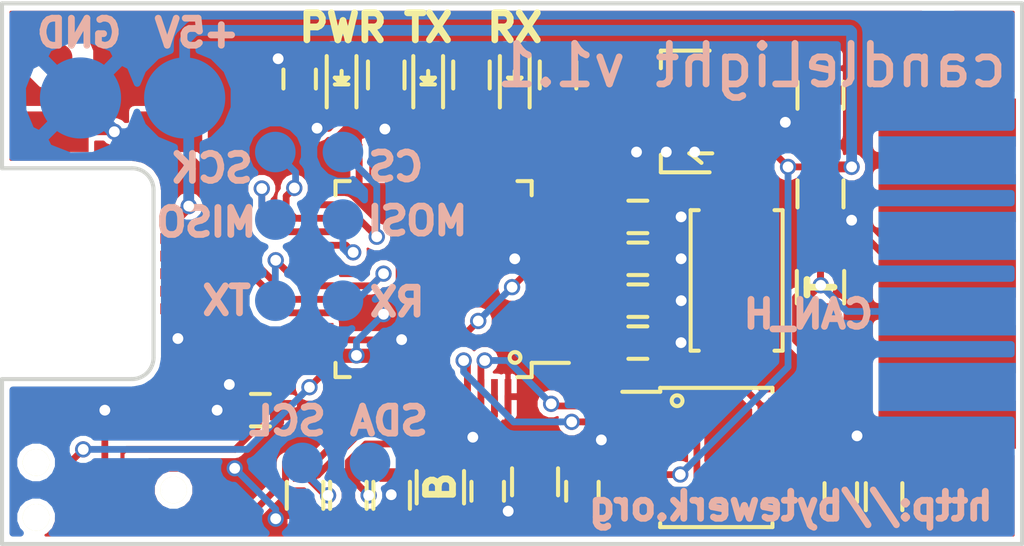
<source format=kicad_pcb>
(kicad_pcb (version 4) (host pcbnew 4.0.2+dfsg1-stable)

  (general
    (links 92)
    (no_connects 0)
    (area 20.917855 69.280999 99.082145 100.846001)
    (thickness 1.6)
    (drawings 24)
    (tracks 497)
    (zones 0)
    (modules 44)
    (nets 30)
  )

  (page A4)
  (layers
    (0 F.Cu signal hide)
    (31 B.Cu signal hide)
    (32 B.Adhes user hide)
    (33 F.Adhes user hide)
    (34 B.Paste user hide)
    (35 F.Paste user hide)
    (36 B.SilkS user hide)
    (37 F.SilkS user)
    (38 B.Mask user hide)
    (39 F.Mask user)
    (40 Dwgs.User user hide)
    (41 Cmts.User user hide)
    (42 Eco1.User user hide)
    (43 Eco2.User user hide)
    (44 Edge.Cuts user)
    (45 Margin user hide)
    (46 B.CrtYd user hide)
    (47 F.CrtYd user hide)
    (48 B.Fab user hide)
    (49 F.Fab user)
  )

  (setup
    (last_trace_width 0.25)
    (user_trace_width 0.15)
    (trace_clearance 0.15)
    (zone_clearance 0.2)
    (zone_45_only yes)
    (trace_min 0.15)
    (segment_width 0.15)
    (edge_width 0.15)
    (via_size 0.6)
    (via_drill 0.4)
    (via_min_size 0.4)
    (via_min_drill 0.3)
    (uvia_size 0.3)
    (uvia_drill 0.1)
    (uvias_allowed no)
    (uvia_min_size 0.2)
    (uvia_min_drill 0.1)
    (pcb_text_width 0.3)
    (pcb_text_size 1 1)
    (mod_edge_width 0.15)
    (mod_text_size 0.5 0.5)
    (mod_text_width 0.125)
    (pad_size 1.524 1.524)
    (pad_drill 0.762)
    (pad_to_mask_clearance 0.05)
    (aux_axis_origin 43.5 77)
    (grid_origin 43.5 75.5)
    (visible_elements FFFFFB7F)
    (pcbplotparams
      (layerselection 0x010c0_80000001)
      (usegerberextensions true)
      (excludeedgelayer true)
      (linewidth 0.100000)
      (plotframeref false)
      (viasonmask false)
      (mode 1)
      (useauxorigin false)
      (hpglpennumber 1)
      (hpglpenspeed 20)
      (hpglpendiameter 15)
      (hpglpenoverlay 2)
      (psnegative false)
      (psa4output false)
      (plotreference true)
      (plotvalue true)
      (plotinvisibletext false)
      (padsonsilk false)
      (subtractmaskfromsilk false)
      (outputformat 1)
      (mirror false)
      (drillshape 0)
      (scaleselection 1)
      (outputdirectory gerber/))
  )

  (net 0 "")
  (net 1 GND)
  (net 2 "Net-(C201-Pad2)")
  (net 3 "Net-(C202-Pad2)")
  (net 4 +3V3)
  (net 5 +5V)
  (net 6 "Net-(D601-Pad2)")
  (net 7 /LEDs/LED1)
  (net 8 "Net-(D602-Pad2)")
  (net 9 /LEDs/LED2)
  (net 10 "Net-(D603-Pad2)")
  (net 11 /Connectors/USB_DM)
  (net 12 /Connectors/USB_DP)
  (net 13 "Net-(R201-Pad2)")
  (net 14 "Net-(R202-Pad1)")
  (net 15 /CAN/CAN_S)
  (net 16 /CAN/CAN_H)
  (net 17 /CAN/CAN_L)
  (net 18 /Connectors/NRST)
  (net 19 "Net-(U201-Pad25)")
  (net 20 "Net-(U201-Pad26)")
  (net 21 "Net-(U201-Pad27)")
  (net 22 "Net-(U201-Pad28)")
  (net 23 "Net-(U201-Pad30)")
  (net 24 "Net-(U201-Pad31)")
  (net 25 /Connectors/SWDIO)
  (net 26 /Connectors/SWCLK)
  (net 27 /MCU/CAN_RX)
  (net 28 /MCU/CAN_TX)
  (net 29 /MCU/BOOT0)

  (net_class Default "This is the default net class."
    (clearance 0.15)
    (trace_width 0.25)
    (via_dia 0.6)
    (via_drill 0.4)
    (uvia_dia 0.3)
    (uvia_drill 0.1)
    (add_net +3V3)
    (add_net +5V)
    (add_net /CAN/CAN_H)
    (add_net /CAN/CAN_L)
    (add_net /CAN/CAN_S)
    (add_net /Connectors/NRST)
    (add_net /Connectors/SWCLK)
    (add_net /Connectors/SWDIO)
    (add_net /Connectors/USB_DM)
    (add_net /Connectors/USB_DP)
    (add_net /LEDs/LED1)
    (add_net /LEDs/LED2)
    (add_net /MCU/BOOT0)
    (add_net /MCU/CAN_RX)
    (add_net /MCU/CAN_TX)
    (add_net GND)
    (add_net "Net-(C201-Pad2)")
    (add_net "Net-(C202-Pad2)")
    (add_net "Net-(D601-Pad2)")
    (add_net "Net-(D602-Pad2)")
    (add_net "Net-(D603-Pad2)")
    (add_net "Net-(R201-Pad2)")
    (add_net "Net-(R202-Pad1)")
    (add_net "Net-(U201-Pad25)")
    (add_net "Net-(U201-Pad26)")
    (add_net "Net-(U201-Pad27)")
    (add_net "Net-(U201-Pad28)")
    (add_net "Net-(U201-Pad30)")
    (add_net "Net-(U201-Pad31)")
  )

  (module Crystals:ABM3 (layer F.Cu) (tedit 57348AD0) (tstamp 56F68EB7)
    (at 68.55 85.25 90)
    (descr "Abracon Miniature Ceramic Smd Crystal http://www.abracon.com/Resonators/abm3.pdf")
    (tags "smd crystal")
    (path /56F3B16B/56F47B56)
    (attr smd)
    (fp_text reference Y201 (at 0 0 180) (layer F.Fab)
      (effects (font (size 0.8 0.8) (thickness 0.125)))
    )
    (fp_text value 8MHz (at 0 3 90) (layer F.Fab) hide
      (effects (font (size 1 1) (thickness 0.15)))
    )
    (fp_line (start -3.5 2.1) (end -3.5 -2.1) (layer F.CrtYd) (width 0.05))
    (fp_line (start 3.5 2.1) (end -3.5 2.1) (layer F.CrtYd) (width 0.05))
    (fp_line (start 3.5 -2.1) (end 3.5 2.1) (layer F.CrtYd) (width 0.05))
    (fp_line (start -3.5 -2.1) (end 3.5 -2.1) (layer F.CrtYd) (width 0.05))
    (fp_line (start 2.6 1.7) (end 2.6 1.4) (layer F.SilkS) (width 0.15))
    (fp_line (start -2.6 1.7) (end -2.6 1.4) (layer F.SilkS) (width 0.15))
    (fp_line (start -2.6 -1.7) (end -2.6 -1.4) (layer F.SilkS) (width 0.15))
    (fp_line (start 2.6 -1.7) (end 2.6 -1.4) (layer F.SilkS) (width 0.15))
    (fp_line (start -2.6 -1.7) (end 2.6 -1.7) (layer F.SilkS) (width 0.15))
    (fp_line (start -2.6 1.7) (end 2.6 1.7) (layer F.SilkS) (width 0.15))
    (pad 2 smd rect (at 2.05 0 90) (size 1.9 2.4) (layers F.Cu F.Paste F.Mask)
      (net 3 "Net-(C202-Pad2)"))
    (pad 1 smd rect (at -2.05 0 90) (size 1.9 2.4) (layers F.Cu F.Paste F.Mask)
      (net 2 "Net-(C201-Pad2)"))
  )

  (module Housings_QFP:LQFP-48_7x7mm_Pitch0.5mm (layer F.Cu) (tedit 57348951) (tstamp 56F68E78)
    (at 57.35 85.2 180)
    (descr "48 LEAD LQFP 7x7mm (see MICREL LQFP7x7-48LD-PL-1.pdf)")
    (tags "QFP 0.5")
    (path /56F3B16B/56F46EB5)
    (attr smd)
    (fp_text reference U201 (at 0 0 180) (layer F.Fab)
      (effects (font (size 1.25 1.25) (thickness 0.25)))
    )
    (fp_text value STM32F072C8Tx (at 0 6 180) (layer F.Fab) hide
      (effects (font (size 1 1) (thickness 0.15)))
    )
    (fp_line (start -5.25 -5.25) (end -5.25 5.25) (layer F.CrtYd) (width 0.05))
    (fp_line (start 5.25 -5.25) (end 5.25 5.25) (layer F.CrtYd) (width 0.05))
    (fp_line (start -5.25 -5.25) (end 5.25 -5.25) (layer F.CrtYd) (width 0.05))
    (fp_line (start -5.25 5.25) (end 5.25 5.25) (layer F.CrtYd) (width 0.05))
    (fp_line (start -3.625 -3.625) (end -3.625 -3.1) (layer F.SilkS) (width 0.15))
    (fp_line (start 3.625 -3.625) (end 3.625 -3.1) (layer F.SilkS) (width 0.15))
    (fp_line (start 3.625 3.625) (end 3.625 3.1) (layer F.SilkS) (width 0.15))
    (fp_line (start -3.625 3.625) (end -3.625 3.1) (layer F.SilkS) (width 0.15))
    (fp_line (start -3.625 -3.625) (end -3.1 -3.625) (layer F.SilkS) (width 0.15))
    (fp_line (start -3.625 3.625) (end -3.1 3.625) (layer F.SilkS) (width 0.15))
    (fp_line (start 3.625 3.625) (end 3.1 3.625) (layer F.SilkS) (width 0.15))
    (fp_line (start 3.625 -3.625) (end 3.1 -3.625) (layer F.SilkS) (width 0.15))
    (fp_line (start -3.625 -3.1) (end -5 -3.1) (layer F.SilkS) (width 0.15))
    (pad 1 smd rect (at -4.35 -2.75 180) (size 1.3 0.25) (layers F.Cu F.Paste F.Mask)
      (net 4 +3V3))
    (pad 2 smd rect (at -4.35 -2.25 180) (size 1.3 0.25) (layers F.Cu F.Paste F.Mask)
      (net 15 /CAN/CAN_S))
    (pad 3 smd rect (at -4.35 -1.75 180) (size 1.3 0.25) (layers F.Cu F.Paste F.Mask))
    (pad 4 smd rect (at -4.35 -1.25 180) (size 1.3 0.25) (layers F.Cu F.Paste F.Mask))
    (pad 5 smd rect (at -4.35 -0.75 180) (size 1.3 0.25) (layers F.Cu F.Paste F.Mask)
      (net 2 "Net-(C201-Pad2)"))
    (pad 6 smd rect (at -4.35 -0.25 180) (size 1.3 0.25) (layers F.Cu F.Paste F.Mask)
      (net 3 "Net-(C202-Pad2)"))
    (pad 7 smd rect (at -4.35 0.25 180) (size 1.3 0.25) (layers F.Cu F.Paste F.Mask)
      (net 18 /Connectors/NRST))
    (pad 8 smd rect (at -4.35 0.75 180) (size 1.3 0.25) (layers F.Cu F.Paste F.Mask)
      (net 1 GND))
    (pad 9 smd rect (at -4.35 1.25 180) (size 1.3 0.25) (layers F.Cu F.Paste F.Mask)
      (net 4 +3V3))
    (pad 10 smd rect (at -4.35 1.75 180) (size 1.3 0.25) (layers F.Cu F.Paste F.Mask)
      (net 7 /LEDs/LED1))
    (pad 11 smd rect (at -4.35 2.25 180) (size 1.3 0.25) (layers F.Cu F.Paste F.Mask)
      (net 9 /LEDs/LED2))
    (pad 12 smd rect (at -4.35 2.75 180) (size 1.3 0.25) (layers F.Cu F.Paste F.Mask))
    (pad 13 smd rect (at -2.75 4.35 270) (size 1.3 0.25) (layers F.Cu F.Paste F.Mask))
    (pad 14 smd rect (at -2.25 4.35 270) (size 1.3 0.25) (layers F.Cu F.Paste F.Mask))
    (pad 15 smd rect (at -1.75 4.35 270) (size 1.3 0.25) (layers F.Cu F.Paste F.Mask))
    (pad 16 smd rect (at -1.25 4.35 270) (size 1.3 0.25) (layers F.Cu F.Paste F.Mask))
    (pad 17 smd rect (at -0.75 4.35 270) (size 1.3 0.25) (layers F.Cu F.Paste F.Mask))
    (pad 18 smd rect (at -0.25 4.35 270) (size 1.3 0.25) (layers F.Cu F.Paste F.Mask))
    (pad 19 smd rect (at 0.25 4.35 270) (size 1.3 0.25) (layers F.Cu F.Paste F.Mask))
    (pad 20 smd rect (at 0.75 4.35 270) (size 1.3 0.25) (layers F.Cu F.Paste F.Mask))
    (pad 21 smd rect (at 1.25 4.35 270) (size 1.3 0.25) (layers F.Cu F.Paste F.Mask))
    (pad 22 smd rect (at 1.75 4.35 270) (size 1.3 0.25) (layers F.Cu F.Paste F.Mask))
    (pad 23 smd rect (at 2.25 4.35 270) (size 1.3 0.25) (layers F.Cu F.Paste F.Mask)
      (net 1 GND))
    (pad 24 smd rect (at 2.75 4.35 270) (size 1.3 0.25) (layers F.Cu F.Paste F.Mask)
      (net 4 +3V3))
    (pad 25 smd rect (at 4.35 2.75 180) (size 1.3 0.25) (layers F.Cu F.Paste F.Mask)
      (net 19 "Net-(U201-Pad25)"))
    (pad 26 smd rect (at 4.35 2.25 180) (size 1.3 0.25) (layers F.Cu F.Paste F.Mask)
      (net 20 "Net-(U201-Pad26)"))
    (pad 27 smd rect (at 4.35 1.75 180) (size 1.3 0.25) (layers F.Cu F.Paste F.Mask)
      (net 21 "Net-(U201-Pad27)"))
    (pad 28 smd rect (at 4.35 1.25 180) (size 1.3 0.25) (layers F.Cu F.Paste F.Mask)
      (net 22 "Net-(U201-Pad28)"))
    (pad 29 smd rect (at 4.35 0.75 180) (size 1.3 0.25) (layers F.Cu F.Paste F.Mask))
    (pad 30 smd rect (at 4.35 0.25 180) (size 1.3 0.25) (layers F.Cu F.Paste F.Mask)
      (net 23 "Net-(U201-Pad30)"))
    (pad 31 smd rect (at 4.35 -0.25 180) (size 1.3 0.25) (layers F.Cu F.Paste F.Mask)
      (net 24 "Net-(U201-Pad31)"))
    (pad 32 smd rect (at 4.35 -0.75 180) (size 1.3 0.25) (layers F.Cu F.Paste F.Mask)
      (net 11 /Connectors/USB_DM))
    (pad 33 smd rect (at 4.35 -1.25 180) (size 1.3 0.25) (layers F.Cu F.Paste F.Mask)
      (net 12 /Connectors/USB_DP))
    (pad 34 smd rect (at 4.35 -1.75 180) (size 1.3 0.25) (layers F.Cu F.Paste F.Mask)
      (net 25 /Connectors/SWDIO))
    (pad 35 smd rect (at 4.35 -2.25 180) (size 1.3 0.25) (layers F.Cu F.Paste F.Mask)
      (net 1 GND))
    (pad 36 smd rect (at 4.35 -2.75 180) (size 1.3 0.25) (layers F.Cu F.Paste F.Mask)
      (net 4 +3V3))
    (pad 37 smd rect (at 2.75 -4.35 270) (size 1.3 0.25) (layers F.Cu F.Paste F.Mask)
      (net 26 /Connectors/SWCLK))
    (pad 38 smd rect (at 2.25 -4.35 270) (size 1.3 0.25) (layers F.Cu F.Paste F.Mask))
    (pad 39 smd rect (at 1.75 -4.35 270) (size 1.3 0.25) (layers F.Cu F.Paste F.Mask))
    (pad 40 smd rect (at 1.25 -4.35 270) (size 1.3 0.25) (layers F.Cu F.Paste F.Mask))
    (pad 41 smd rect (at 0.75 -4.35 270) (size 1.3 0.25) (layers F.Cu F.Paste F.Mask))
    (pad 42 smd rect (at 0.25 -4.35 270) (size 1.3 0.25) (layers F.Cu F.Paste F.Mask)
      (net 13 "Net-(R201-Pad2)"))
    (pad 43 smd rect (at -0.25 -4.35 270) (size 1.3 0.25) (layers F.Cu F.Paste F.Mask)
      (net 14 "Net-(R202-Pad1)"))
    (pad 44 smd rect (at -0.75 -4.35 270) (size 1.3 0.25) (layers F.Cu F.Paste F.Mask)
      (net 29 /MCU/BOOT0))
    (pad 45 smd rect (at -1.25 -4.35 270) (size 1.3 0.25) (layers F.Cu F.Paste F.Mask)
      (net 27 /MCU/CAN_RX))
    (pad 46 smd rect (at -1.75 -4.35 270) (size 1.3 0.25) (layers F.Cu F.Paste F.Mask)
      (net 28 /MCU/CAN_TX))
    (pad 47 smd rect (at -2.25 -4.35 270) (size 1.3 0.25) (layers F.Cu F.Paste F.Mask)
      (net 1 GND))
    (pad 48 smd rect (at -2.75 -4.35 270) (size 1.3 0.25) (layers F.Cu F.Paste F.Mask)
      (net 4 +3V3))
    (model Housings_QFP.3dshapes/LQFP-48_7x7mm_Pitch0.5mm.wrl
      (at (xyz 0 0 0))
      (scale (xyz 1 1 1))
      (rotate (xyz 0 0 0))
    )
  )

  (module Resistors_SMD:R_0603 (layer F.Cu) (tedit 573489C1) (tstamp 56F68E2C)
    (at 74 93.25 90)
    (descr "Resistor SMD 0603, reflow soldering, Vishay (see dcrcw.pdf)")
    (tags "resistor 0603")
    (path /56F3B1AC/56F69C0C)
    (attr smd)
    (fp_text reference R401 (at 0 0 90) (layer F.Fab)
      (effects (font (size 0.5 0.5) (thickness 0.08)))
    )
    (fp_text value 10K (at 0 1.9 90) (layer F.Fab) hide
      (effects (font (size 1 1) (thickness 0.15)))
    )
    (fp_line (start -1.3 -0.8) (end 1.3 -0.8) (layer F.CrtYd) (width 0.05))
    (fp_line (start -1.3 0.8) (end 1.3 0.8) (layer F.CrtYd) (width 0.05))
    (fp_line (start -1.3 -0.8) (end -1.3 0.8) (layer F.CrtYd) (width 0.05))
    (fp_line (start 1.3 -0.8) (end 1.3 0.8) (layer F.CrtYd) (width 0.05))
    (fp_line (start 0.5 0.675) (end -0.5 0.675) (layer F.SilkS) (width 0.15))
    (fp_line (start -0.5 -0.675) (end 0.5 -0.675) (layer F.SilkS) (width 0.15))
    (pad 1 smd rect (at -0.75 0 90) (size 0.5 0.9) (layers F.Cu F.Paste F.Mask)
      (net 4 +3V3))
    (pad 2 smd rect (at 0.75 0 90) (size 0.5 0.9) (layers F.Cu F.Paste F.Mask)
      (net 15 /CAN/CAN_S))
    (model Resistors_SMD.3dshapes/R_0603.wrl
      (at (xyz 0 0 0))
      (scale (xyz 1 1 1))
      (rotate (xyz 0 0 0))
    )
  )

  (module Capacitors_SMD:C_0603 (layer F.Cu) (tedit 573489AB) (tstamp 56F68DAA)
    (at 59.35 93.05 270)
    (descr "Capacitor SMD 0603, reflow soldering, AVX (see smccp.pdf)")
    (tags "capacitor 0603")
    (path /56F3B16B/56F53D48)
    (attr smd)
    (fp_text reference C206 (at 0 0 270) (layer F.Fab)
      (effects (font (size 0.5 0.5) (thickness 0.08)))
    )
    (fp_text value 100nF (at 3.13 -0.67 270) (layer F.Fab) hide
      (effects (font (size 1 1) (thickness 0.15)))
    )
    (fp_line (start -1.45 -0.75) (end 1.45 -0.75) (layer F.CrtYd) (width 0.05))
    (fp_line (start -1.45 0.75) (end 1.45 0.75) (layer F.CrtYd) (width 0.05))
    (fp_line (start -1.45 -0.75) (end -1.45 0.75) (layer F.CrtYd) (width 0.05))
    (fp_line (start 1.45 -0.75) (end 1.45 0.75) (layer F.CrtYd) (width 0.05))
    (fp_line (start -0.35 -0.6) (end 0.35 -0.6) (layer F.SilkS) (width 0.15))
    (fp_line (start 0.35 0.6) (end -0.35 0.6) (layer F.SilkS) (width 0.15))
    (pad 1 smd rect (at -0.75 0 270) (size 0.8 0.75) (layers F.Cu F.Paste F.Mask)
      (net 4 +3V3))
    (pad 2 smd rect (at 0.75 0 270) (size 0.8 0.75) (layers F.Cu F.Paste F.Mask)
      (net 1 GND))
    (model Capacitors_SMD.3dshapes/C_0603.wrl
      (at (xyz 0 0 0))
      (scale (xyz 1 1 1))
      (rotate (xyz 0 0 0))
    )
  )

  (module Capacitors_SMD:C_0603 (layer F.Cu) (tedit 573489BC) (tstamp 56F68DDA)
    (at 72.4 93.1 90)
    (descr "Capacitor SMD 0603, reflow soldering, AVX (see smccp.pdf)")
    (tags "capacitor 0603")
    (path /56F3B1AC/56F5A3FD)
    (attr smd)
    (fp_text reference C403 (at 0 0 90) (layer F.Fab)
      (effects (font (size 0.5 0.5) (thickness 0.08)))
    )
    (fp_text value 100nF (at 0 1.9 90) (layer F.Fab) hide
      (effects (font (size 1 1) (thickness 0.15)))
    )
    (fp_line (start -1.45 -0.75) (end 1.45 -0.75) (layer F.CrtYd) (width 0.05))
    (fp_line (start -1.45 0.75) (end 1.45 0.75) (layer F.CrtYd) (width 0.05))
    (fp_line (start -1.45 -0.75) (end -1.45 0.75) (layer F.CrtYd) (width 0.05))
    (fp_line (start 1.45 -0.75) (end 1.45 0.75) (layer F.CrtYd) (width 0.05))
    (fp_line (start -0.35 -0.6) (end 0.35 -0.6) (layer F.SilkS) (width 0.15))
    (fp_line (start 0.35 0.6) (end -0.35 0.6) (layer F.SilkS) (width 0.15))
    (pad 1 smd rect (at -0.75 0 90) (size 0.8 0.75) (layers F.Cu F.Paste F.Mask)
      (net 4 +3V3))
    (pad 2 smd rect (at 0.75 0 90) (size 0.8 0.75) (layers F.Cu F.Paste F.Mask)
      (net 1 GND))
    (model Capacitors_SMD.3dshapes/C_0603.wrl
      (at (xyz 0 0 0))
      (scale (xyz 1 1 1))
      (rotate (xyz 0 0 0))
    )
  )

  (module Resistors_SMD:R_0805 (layer F.Cu) (tedit 573489A5) (tstamp 5722386D)
    (at 57.6 92.9 90)
    (descr "Resistor SMD 0805, reflow soldering, Vishay (see dcrcw.pdf)")
    (tags "resistor 0805")
    (path /56F3B16B/56F50DA3)
    (attr smd)
    (fp_text reference R203 (at 0 0 90) (layer F.Fab)
      (effects (font (size 0.5 0.5) (thickness 0.08)))
    )
    (fp_text value R (at 0 2.1 90) (layer F.Fab) hide
      (effects (font (size 1 1) (thickness 0.15)))
    )
    (fp_line (start -1.6 -1) (end 1.6 -1) (layer F.CrtYd) (width 0.05))
    (fp_line (start -1.6 1) (end 1.6 1) (layer F.CrtYd) (width 0.05))
    (fp_line (start -1.6 -1) (end -1.6 1) (layer F.CrtYd) (width 0.05))
    (fp_line (start 1.6 -1) (end 1.6 1) (layer F.CrtYd) (width 0.05))
    (fp_line (start 0.6 0.875) (end -0.6 0.875) (layer F.SilkS) (width 0.15))
    (fp_line (start -0.6 -0.875) (end 0.6 -0.875) (layer F.SilkS) (width 0.15))
    (pad 1 smd rect (at -0.95 0 90) (size 0.7 1.3) (layers F.Cu F.Paste F.Mask)
      (net 4 +3V3))
    (pad 2 smd rect (at 0.95 0 90) (size 0.7 1.3) (layers F.Cu F.Paste F.Mask)
      (net 29 /MCU/BOOT0))
  )

  (module usb:Molex-Micro-USB-B-Middle-Mount (layer F.Cu) (tedit 5734895D) (tstamp 56F68E02)
    (at 47 85)
    (path /56F568C1/56F68043)
    (fp_text reference P501 (at -1.7 0 90) (layer F.Fab)
      (effects (font (size 1.25 1.25) (thickness 0.25)))
    )
    (fp_text value USB_OTG (at -0.1 -8.2) (layer F.Fab) hide
      (effects (font (size 1 1) (thickness 0.15)))
    )
    (fp_line (start -0.8 3.9) (end -5.6 3.9) (layer Dwgs.User) (width 0.15))
    (fp_line (start 0 -3.1) (end 0 3.1) (layer Dwgs.User) (width 0.15))
    (fp_line (start -5.6 -3.9) (end -0.8 -3.9) (layer Dwgs.User) (width 0.15))
    (fp_arc (start -0.8 3.1) (end 0 3.1) (angle 90) (layer Dwgs.User) (width 0.15))
    (fp_arc (start -0.8 -3.1) (end -0.8 -3.9) (angle 90) (layer Dwgs.User) (width 0.15))
    (fp_line (start -5.6 3.9) (end -5.6 6.9) (layer Dwgs.User) (width 0.15))
    (fp_line (start -5.6 -6.9) (end -5.6 -3.9) (layer Dwgs.User) (width 0.15))
    (pad 6 smd rect (at 2.75 2.2 90) (size 2.5 1.5) (layers F.Cu F.Paste F.Mask)
      (net 1 GND))
    (pad 6 smd rect (at 2.75 -2.2 90) (size 2.5 1.5) (layers F.Cu F.Paste F.Mask)
      (net 1 GND))
    (pad 6 smd rect (at 0.55 -5.25) (size 2.5 1.5) (layers F.Cu F.Paste F.Mask)
      (net 1 GND))
    (pad 6 smd rect (at -3.65 -5.25) (size 2.5 1.5) (layers F.Cu F.Paste F.Mask)
      (net 1 GND))
    (pad 6 smd rect (at 0.55 5.05) (size 2.5 1.5) (layers F.Cu F.Paste F.Mask)
      (net 1 GND))
    (pad 5 smd rect (at 0.875 1.3) (size 1.25 0.4) (layers F.Cu F.Paste F.Mask)
      (net 1 GND))
    (pad 4 smd rect (at 0.875 0.65) (size 1.25 0.4) (layers F.Cu F.Paste F.Mask))
    (pad 1 smd rect (at 0.875 -1.3) (size 1.25 0.4) (layers F.Cu F.Paste F.Mask)
      (net 5 +5V))
    (pad 2 smd rect (at 0.875 -0.65) (size 1.25 0.4) (layers F.Cu F.Paste F.Mask)
      (net 11 /Connectors/USB_DM))
    (pad 3 smd rect (at 0.875 0) (size 1.25 0.4) (layers F.Cu F.Paste F.Mask)
      (net 12 /Connectors/USB_DP))
    (pad 6 smd rect (at -3.65 5.05) (size 2.5 1.5) (layers F.Cu F.Paste F.Mask)
      (net 1 GND))
    (model /home/hd/kicad/footprints/usb.pretty/molex-47491-0001.wrl
      (at (xyz -0.08500000000000001 0 0))
      (scale (xyz 0.3937 0.3937 0.3937))
      (rotate (xyz -90 0 90))
    )
  )

  (module Capacitors_SMD:C_0603 (layer F.Cu) (tedit 573489C8) (tstamp 56F68D8C)
    (at 64.9 87.55 180)
    (descr "Capacitor SMD 0603, reflow soldering, AVX (see smccp.pdf)")
    (tags "capacitor 0603")
    (path /56F3B16B/56F518F0)
    (attr smd)
    (fp_text reference C201 (at 0 0 180) (layer F.Fab)
      (effects (font (size 0.5 0.5) (thickness 0.08)))
    )
    (fp_text value 20pF (at 0 1.9 180) (layer F.Fab) hide
      (effects (font (size 1 1) (thickness 0.15)))
    )
    (fp_line (start -1.45 -0.75) (end 1.45 -0.75) (layer F.CrtYd) (width 0.05))
    (fp_line (start -1.45 0.75) (end 1.45 0.75) (layer F.CrtYd) (width 0.05))
    (fp_line (start -1.45 -0.75) (end -1.45 0.75) (layer F.CrtYd) (width 0.05))
    (fp_line (start 1.45 -0.75) (end 1.45 0.75) (layer F.CrtYd) (width 0.05))
    (fp_line (start -0.35 -0.6) (end 0.35 -0.6) (layer F.SilkS) (width 0.15))
    (fp_line (start 0.35 0.6) (end -0.35 0.6) (layer F.SilkS) (width 0.15))
    (pad 1 smd rect (at -0.75 0 180) (size 0.8 0.75) (layers F.Cu F.Paste F.Mask)
      (net 1 GND))
    (pad 2 smd rect (at 0.75 0 180) (size 0.8 0.75) (layers F.Cu F.Paste F.Mask)
      (net 2 "Net-(C201-Pad2)"))
  )

  (module Capacitors_SMD:C_0603 (layer F.Cu) (tedit 573489CD) (tstamp 56F68D92)
    (at 64.9 86 180)
    (descr "Capacitor SMD 0603, reflow soldering, AVX (see smccp.pdf)")
    (tags "capacitor 0603")
    (path /56F3B16B/56F51A5F)
    (attr smd)
    (fp_text reference C202 (at 0 0 180) (layer F.Fab)
      (effects (font (size 0.5 0.5) (thickness 0.08)))
    )
    (fp_text value 20pF (at 0 1.9 180) (layer F.Fab) hide
      (effects (font (size 1 1) (thickness 0.15)))
    )
    (fp_line (start -1.45 -0.75) (end 1.45 -0.75) (layer F.CrtYd) (width 0.05))
    (fp_line (start -1.45 0.75) (end 1.45 0.75) (layer F.CrtYd) (width 0.05))
    (fp_line (start -1.45 -0.75) (end -1.45 0.75) (layer F.CrtYd) (width 0.05))
    (fp_line (start 1.45 -0.75) (end 1.45 0.75) (layer F.CrtYd) (width 0.05))
    (fp_line (start -0.35 -0.6) (end 0.35 -0.6) (layer F.SilkS) (width 0.15))
    (fp_line (start 0.35 0.6) (end -0.35 0.6) (layer F.SilkS) (width 0.15))
    (pad 1 smd rect (at -0.75 0 180) (size 0.8 0.75) (layers F.Cu F.Paste F.Mask)
      (net 1 GND))
    (pad 2 smd rect (at 0.75 0 180) (size 0.8 0.75) (layers F.Cu F.Paste F.Mask)
      (net 3 "Net-(C202-Pad2)"))
  )

  (module Capacitors_SMD:C_0603 (layer F.Cu) (tedit 573489D5) (tstamp 56F68D98)
    (at 64.9 82.9)
    (descr "Capacitor SMD 0603, reflow soldering, AVX (see smccp.pdf)")
    (tags "capacitor 0603")
    (path /56F3B16B/56F5410C)
    (attr smd)
    (fp_text reference C203 (at 0 0) (layer F.Fab)
      (effects (font (size 0.5 0.5) (thickness 0.08)))
    )
    (fp_text value 100nF (at 0 1.9) (layer F.Fab) hide
      (effects (font (size 1 1) (thickness 0.15)))
    )
    (fp_line (start -1.45 -0.75) (end 1.45 -0.75) (layer F.CrtYd) (width 0.05))
    (fp_line (start -1.45 0.75) (end 1.45 0.75) (layer F.CrtYd) (width 0.05))
    (fp_line (start -1.45 -0.75) (end -1.45 0.75) (layer F.CrtYd) (width 0.05))
    (fp_line (start 1.45 -0.75) (end 1.45 0.75) (layer F.CrtYd) (width 0.05))
    (fp_line (start -0.35 -0.6) (end 0.35 -0.6) (layer F.SilkS) (width 0.15))
    (fp_line (start 0.35 0.6) (end -0.35 0.6) (layer F.SilkS) (width 0.15))
    (pad 1 smd rect (at -0.75 0) (size 0.8 0.75) (layers F.Cu F.Paste F.Mask)
      (net 4 +3V3))
    (pad 2 smd rect (at 0.75 0) (size 0.8 0.75) (layers F.Cu F.Paste F.Mask)
      (net 1 GND))
    (model Capacitors_SMD.3dshapes/C_0603.wrl
      (at (xyz 0 0 0))
      (scale (xyz 1 1 1))
      (rotate (xyz 0 0 0))
    )
  )

  (module Capacitors_SMD:C_0603 (layer F.Cu) (tedit 57348990) (tstamp 56F68D9E)
    (at 50.95 90.05 180)
    (descr "Capacitor SMD 0603, reflow soldering, AVX (see smccp.pdf)")
    (tags "capacitor 0603")
    (path /56F3B16B/56F540FA)
    (attr smd)
    (fp_text reference C204 (at 0 0 180) (layer F.Fab)
      (effects (font (size 0.5 0.5) (thickness 0.08)))
    )
    (fp_text value 100nF (at 0 1.9 180) (layer F.Fab) hide
      (effects (font (size 1 1) (thickness 0.15)))
    )
    (fp_line (start -1.45 -0.75) (end 1.45 -0.75) (layer F.CrtYd) (width 0.05))
    (fp_line (start -1.45 0.75) (end 1.45 0.75) (layer F.CrtYd) (width 0.05))
    (fp_line (start -1.45 -0.75) (end -1.45 0.75) (layer F.CrtYd) (width 0.05))
    (fp_line (start 1.45 -0.75) (end 1.45 0.75) (layer F.CrtYd) (width 0.05))
    (fp_line (start -0.35 -0.6) (end 0.35 -0.6) (layer F.SilkS) (width 0.15))
    (fp_line (start 0.35 0.6) (end -0.35 0.6) (layer F.SilkS) (width 0.15))
    (pad 1 smd rect (at -0.75 0 180) (size 0.8 0.75) (layers F.Cu F.Paste F.Mask)
      (net 4 +3V3))
    (pad 2 smd rect (at 0.75 0 180) (size 0.8 0.75) (layers F.Cu F.Paste F.Mask)
      (net 1 GND))
    (model Capacitors_SMD.3dshapes/C_0603.wrl
      (at (xyz 0 0 0))
      (scale (xyz 1 1 1))
      (rotate (xyz 0 0 0))
    )
  )

  (module Capacitors_SMD:C_0603 (layer F.Cu) (tedit 57348A0F) (tstamp 56F68DA4)
    (at 52.4 77.8 90)
    (descr "Capacitor SMD 0603, reflow soldering, AVX (see smccp.pdf)")
    (tags "capacitor 0603")
    (path /56F3B16B/56F5404F)
    (attr smd)
    (fp_text reference C205 (at 0 0 90) (layer F.Fab)
      (effects (font (size 0.5 0.5) (thickness 0.08)))
    )
    (fp_text value 100nF (at 0 1.9 90) (layer F.Fab) hide
      (effects (font (size 1 1) (thickness 0.15)))
    )
    (fp_line (start -1.45 -0.75) (end 1.45 -0.75) (layer F.CrtYd) (width 0.05))
    (fp_line (start -1.45 0.75) (end 1.45 0.75) (layer F.CrtYd) (width 0.05))
    (fp_line (start -1.45 -0.75) (end -1.45 0.75) (layer F.CrtYd) (width 0.05))
    (fp_line (start 1.45 -0.75) (end 1.45 0.75) (layer F.CrtYd) (width 0.05))
    (fp_line (start -0.35 -0.6) (end 0.35 -0.6) (layer F.SilkS) (width 0.15))
    (fp_line (start 0.35 0.6) (end -0.35 0.6) (layer F.SilkS) (width 0.15))
    (pad 1 smd rect (at -0.75 0 90) (size 0.8 0.75) (layers F.Cu F.Paste F.Mask)
      (net 4 +3V3))
    (pad 2 smd rect (at 0.75 0 90) (size 0.8 0.75) (layers F.Cu F.Paste F.Mask)
      (net 1 GND))
    (model Capacitors_SMD.3dshapes/C_0603.wrl
      (at (xyz 0 0 0))
      (scale (xyz 1 1 1))
      (rotate (xyz 0 0 0))
    )
  )

  (module Capacitors_SMD:C_0805 (layer F.Cu) (tedit 573489B0) (tstamp 56F68DB0)
    (at 61.1 92.7 270)
    (descr "Capacitor SMD 0805, reflow soldering, AVX (see smccp.pdf)")
    (tags "capacitor 0805")
    (path /56F3B16B/56F54256)
    (attr smd)
    (fp_text reference C207 (at 0 0 270) (layer F.Fab)
      (effects (font (size 0.5 0.5) (thickness 0.08)))
    )
    (fp_text value 10uF (at 0 2.1 270) (layer F.Fab) hide
      (effects (font (size 1 1) (thickness 0.15)))
    )
    (fp_line (start -1.8 -1) (end 1.8 -1) (layer F.CrtYd) (width 0.05))
    (fp_line (start -1.8 1) (end 1.8 1) (layer F.CrtYd) (width 0.05))
    (fp_line (start -1.8 -1) (end -1.8 1) (layer F.CrtYd) (width 0.05))
    (fp_line (start 1.8 -1) (end 1.8 1) (layer F.CrtYd) (width 0.05))
    (fp_line (start 0.5 -0.85) (end -0.5 -0.85) (layer F.SilkS) (width 0.15))
    (fp_line (start -0.5 0.85) (end 0.5 0.85) (layer F.SilkS) (width 0.15))
    (pad 1 smd rect (at -1 0 270) (size 1 1.25) (layers F.Cu F.Paste F.Mask)
      (net 4 +3V3))
    (pad 2 smd rect (at 1 0 270) (size 1 1.25) (layers F.Cu F.Paste F.Mask)
      (net 1 GND))
    (model Capacitors_SMD.3dshapes/C_0805.wrl
      (at (xyz 0 0 0))
      (scale (xyz 1 1 1))
      (rotate (xyz 0 0 0))
    )
  )

  (module Capacitors_SMD:C_0805 (layer F.Cu) (tedit 573489E4) (tstamp 56F68DB6)
    (at 71.65 82.05 270)
    (descr "Capacitor SMD 0805, reflow soldering, AVX (see smccp.pdf)")
    (tags "capacitor 0805")
    (path /56F3B1A0/56F60BBB)
    (attr smd)
    (fp_text reference C301 (at 0 0 270) (layer F.Fab)
      (effects (font (size 0.5 0.5) (thickness 0.08)))
    )
    (fp_text value 10uF (at 0 0 270) (layer F.Fab) hide
      (effects (font (size 1 1) (thickness 0.15)))
    )
    (fp_line (start -1.8 -1) (end 1.8 -1) (layer F.CrtYd) (width 0.05))
    (fp_line (start -1.8 1) (end 1.8 1) (layer F.CrtYd) (width 0.05))
    (fp_line (start -1.8 -1) (end -1.8 1) (layer F.CrtYd) (width 0.05))
    (fp_line (start 1.8 -1) (end 1.8 1) (layer F.CrtYd) (width 0.05))
    (fp_line (start 0.5 -0.85) (end -0.5 -0.85) (layer F.SilkS) (width 0.15))
    (fp_line (start -0.5 0.85) (end 0.5 0.85) (layer F.SilkS) (width 0.15))
    (pad 1 smd rect (at -1 0 270) (size 1 1.25) (layers F.Cu F.Paste F.Mask)
      (net 5 +5V))
    (pad 2 smd rect (at 1 0 270) (size 1 1.25) (layers F.Cu F.Paste F.Mask)
      (net 1 GND))
    (model Capacitors_SMD.3dshapes/C_0805.wrl
      (at (xyz 0 0 0))
      (scale (xyz 1 1 1))
      (rotate (xyz 0 0 0))
    )
  )

  (module Capacitors_SMD:C_0805 (layer F.Cu) (tedit 573489E7) (tstamp 56F68DC2)
    (at 71.65 78.4 270)
    (descr "Capacitor SMD 0805, reflow soldering, AVX (see smccp.pdf)")
    (tags "capacitor 0805")
    (path /56F3B1A0/56F611D6)
    (attr smd)
    (fp_text reference C303 (at 0 0 270) (layer F.Fab)
      (effects (font (size 0.5 0.5) (thickness 0.08)))
    )
    (fp_text value 10uF (at 0 0.01 270) (layer F.Fab) hide
      (effects (font (size 1 1) (thickness 0.15)))
    )
    (fp_line (start -1.8 -1) (end 1.8 -1) (layer F.CrtYd) (width 0.05))
    (fp_line (start -1.8 1) (end 1.8 1) (layer F.CrtYd) (width 0.05))
    (fp_line (start -1.8 -1) (end -1.8 1) (layer F.CrtYd) (width 0.05))
    (fp_line (start 1.8 -1) (end 1.8 1) (layer F.CrtYd) (width 0.05))
    (fp_line (start 0.5 -0.85) (end -0.5 -0.85) (layer F.SilkS) (width 0.15))
    (fp_line (start -0.5 0.85) (end 0.5 0.85) (layer F.SilkS) (width 0.15))
    (pad 1 smd rect (at -1 0 270) (size 1 1.25) (layers F.Cu F.Paste F.Mask)
      (net 4 +3V3))
    (pad 2 smd rect (at 1 0 270) (size 1 1.25) (layers F.Cu F.Paste F.Mask)
      (net 1 GND))
    (model Capacitors_SMD.3dshapes/C_0805.wrl
      (at (xyz 0 0 0))
      (scale (xyz 1 1 1))
      (rotate (xyz 0 0 0))
    )
  )

  (module Capacitors_SMD:C_0603 (layer F.Cu) (tedit 573489B7) (tstamp 56F68DD4)
    (at 62.85 93.05 270)
    (descr "Capacitor SMD 0603, reflow soldering, AVX (see smccp.pdf)")
    (tags "capacitor 0603")
    (path /56F3B1AC/56F5A44C)
    (attr smd)
    (fp_text reference C402 (at 0 0 270) (layer F.Fab)
      (effects (font (size 0.5 0.5) (thickness 0.08)))
    )
    (fp_text value 100nF (at 0.04 -0.07 270) (layer F.Fab) hide
      (effects (font (size 1 1) (thickness 0.15)))
    )
    (fp_line (start -1.45 -0.75) (end 1.45 -0.75) (layer F.CrtYd) (width 0.05))
    (fp_line (start -1.45 0.75) (end 1.45 0.75) (layer F.CrtYd) (width 0.05))
    (fp_line (start -1.45 -0.75) (end -1.45 0.75) (layer F.CrtYd) (width 0.05))
    (fp_line (start 1.45 -0.75) (end 1.45 0.75) (layer F.CrtYd) (width 0.05))
    (fp_line (start -0.35 -0.6) (end 0.35 -0.6) (layer F.SilkS) (width 0.15))
    (fp_line (start 0.35 0.6) (end -0.35 0.6) (layer F.SilkS) (width 0.15))
    (pad 1 smd rect (at -0.75 0 270) (size 0.8 0.75) (layers F.Cu F.Paste F.Mask)
      (net 5 +5V))
    (pad 2 smd rect (at 0.75 0 270) (size 0.8 0.75) (layers F.Cu F.Paste F.Mask)
      (net 1 GND))
    (model Capacitors_SMD.3dshapes/C_0603.wrl
      (at (xyz 0 0 0))
      (scale (xyz 1 1 1))
      (rotate (xyz 0 0 0))
    )
  )

  (module LEDs:LED_0603 (layer F.Cu) (tedit 573489FA) (tstamp 56F68DE0)
    (at 60.35 77.75 90)
    (descr "LED 0603 smd package")
    (tags "LED led 0603 SMD smd SMT smt smdled SMDLED smtled SMTLED")
    (path /56F5F6F8/56F5F775)
    (attr smd)
    (fp_text reference D601 (at 0 0 90) (layer F.Fab)
      (effects (font (size 0.5 0.5) (thickness 0.08)))
    )
    (fp_text value LED (at 0 0 90) (layer F.Fab) hide
      (effects (font (size 0.5 0.5) (thickness 0.125)))
    )
    (fp_line (start -1.1 0.55) (end 0.8 0.55) (layer F.SilkS) (width 0.15))
    (fp_line (start -1.1 -0.55) (end 0.8 -0.55) (layer F.SilkS) (width 0.15))
    (fp_line (start -0.2 0) (end 0.25 0) (layer F.SilkS) (width 0.15))
    (fp_line (start -0.25 -0.25) (end -0.25 0.25) (layer F.SilkS) (width 0.15))
    (fp_line (start -0.25 0) (end 0 -0.25) (layer F.SilkS) (width 0.15))
    (fp_line (start 0 -0.25) (end 0 0.25) (layer F.SilkS) (width 0.15))
    (fp_line (start 0 0.25) (end -0.25 0) (layer F.SilkS) (width 0.15))
    (fp_line (start 1.4 -0.75) (end 1.4 0.75) (layer F.CrtYd) (width 0.05))
    (fp_line (start 1.4 0.75) (end -1.4 0.75) (layer F.CrtYd) (width 0.05))
    (fp_line (start -1.4 0.75) (end -1.4 -0.75) (layer F.CrtYd) (width 0.05))
    (fp_line (start -1.4 -0.75) (end 1.4 -0.75) (layer F.CrtYd) (width 0.05))
    (pad 2 smd rect (at 0.7493 0 270) (size 0.79756 0.79756) (layers F.Cu F.Paste F.Mask)
      (net 6 "Net-(D601-Pad2)"))
    (pad 1 smd rect (at -0.7493 0 270) (size 0.79756 0.79756) (layers F.Cu F.Paste F.Mask)
      (net 7 /LEDs/LED1))
    (model LEDs.3dshapes/LED_0603.wrl
      (at (xyz 0 0 0))
      (scale (xyz 1 1 1))
      (rotate (xyz 0 0 180))
    )
  )

  (module LEDs:LED_0603 (layer F.Cu) (tedit 57348A03) (tstamp 56F68DE6)
    (at 57.15 77.75 90)
    (descr "LED 0603 smd package")
    (tags "LED led 0603 SMD smd SMT smt smdled SMDLED smtled SMTLED")
    (path /56F5F6F8/56F5F923)
    (attr smd)
    (fp_text reference D602 (at 0 0 90) (layer F.Fab)
      (effects (font (size 0.5 0.5) (thickness 0.08)))
    )
    (fp_text value LED (at 0 0 90) (layer F.Fab) hide
      (effects (font (size 0.5 0.5) (thickness 0.125)))
    )
    (fp_line (start -1.1 0.55) (end 0.8 0.55) (layer F.SilkS) (width 0.15))
    (fp_line (start -1.1 -0.55) (end 0.8 -0.55) (layer F.SilkS) (width 0.15))
    (fp_line (start -0.2 0) (end 0.25 0) (layer F.SilkS) (width 0.15))
    (fp_line (start -0.25 -0.25) (end -0.25 0.25) (layer F.SilkS) (width 0.15))
    (fp_line (start -0.25 0) (end 0 -0.25) (layer F.SilkS) (width 0.15))
    (fp_line (start 0 -0.25) (end 0 0.25) (layer F.SilkS) (width 0.15))
    (fp_line (start 0 0.25) (end -0.25 0) (layer F.SilkS) (width 0.15))
    (fp_line (start 1.4 -0.75) (end 1.4 0.75) (layer F.CrtYd) (width 0.05))
    (fp_line (start 1.4 0.75) (end -1.4 0.75) (layer F.CrtYd) (width 0.05))
    (fp_line (start -1.4 0.75) (end -1.4 -0.75) (layer F.CrtYd) (width 0.05))
    (fp_line (start -1.4 -0.75) (end 1.4 -0.75) (layer F.CrtYd) (width 0.05))
    (pad 2 smd rect (at 0.7493 0 270) (size 0.79756 0.79756) (layers F.Cu F.Paste F.Mask)
      (net 8 "Net-(D602-Pad2)"))
    (pad 1 smd rect (at -0.7493 0 270) (size 0.79756 0.79756) (layers F.Cu F.Paste F.Mask)
      (net 9 /LEDs/LED2))
    (model LEDs.3dshapes/LED_0603.wrl
      (at (xyz 0 0 0))
      (scale (xyz 1 1 1))
      (rotate (xyz 0 0 180))
    )
  )

  (module LEDs:LED_0603 (layer F.Cu) (tedit 57348A0B) (tstamp 56F68DEC)
    (at 53.95 77.75 90)
    (descr "LED 0603 smd package")
    (tags "LED led 0603 SMD smd SMT smt smdled SMDLED smtled SMTLED")
    (path /56F5F6F8/56F5F971)
    (attr smd)
    (fp_text reference D603 (at 0 0 90) (layer F.Fab)
      (effects (font (size 0.5 0.5) (thickness 0.08)))
    )
    (fp_text value LED (at 0 0 90) (layer F.Fab) hide
      (effects (font (size 0.5 0.5) (thickness 0.125)))
    )
    (fp_line (start -1.1 0.55) (end 0.8 0.55) (layer F.SilkS) (width 0.15))
    (fp_line (start -1.1 -0.55) (end 0.8 -0.55) (layer F.SilkS) (width 0.15))
    (fp_line (start -0.2 0) (end 0.25 0) (layer F.SilkS) (width 0.15))
    (fp_line (start -0.25 -0.25) (end -0.25 0.25) (layer F.SilkS) (width 0.15))
    (fp_line (start -0.25 0) (end 0 -0.25) (layer F.SilkS) (width 0.15))
    (fp_line (start 0 -0.25) (end 0 0.25) (layer F.SilkS) (width 0.15))
    (fp_line (start 0 0.25) (end -0.25 0) (layer F.SilkS) (width 0.15))
    (fp_line (start 1.4 -0.75) (end 1.4 0.75) (layer F.CrtYd) (width 0.05))
    (fp_line (start 1.4 0.75) (end -1.4 0.75) (layer F.CrtYd) (width 0.05))
    (fp_line (start -1.4 0.75) (end -1.4 -0.75) (layer F.CrtYd) (width 0.05))
    (fp_line (start -1.4 -0.75) (end 1.4 -0.75) (layer F.CrtYd) (width 0.05))
    (pad 2 smd rect (at 0.7493 0 270) (size 0.79756 0.79756) (layers F.Cu F.Paste F.Mask)
      (net 10 "Net-(D603-Pad2)"))
    (pad 1 smd rect (at -0.7493 0 270) (size 0.79756 0.79756) (layers F.Cu F.Paste F.Mask)
      (net 1 GND))
    (model LEDs.3dshapes/LED_0603.wrl
      (at (xyz 0 0 0))
      (scale (xyz 1 1 1))
      (rotate (xyz 0 0 180))
    )
  )

  (module Resistors_SMD:R_0603 (layer F.Cu) (tedit 57348997) (tstamp 56F68E08)
    (at 52.6 93.2 90)
    (descr "Resistor SMD 0603, reflow soldering, Vishay (see dcrcw.pdf)")
    (tags "resistor 0603")
    (path /56F3B16B/56F508B6)
    (attr smd)
    (fp_text reference R201 (at 0 0 90) (layer F.Fab)
      (effects (font (size 0.5 0.5) (thickness 0.08)))
    )
    (fp_text value 4K7 (at 0 1.9 90) (layer F.Fab) hide
      (effects (font (size 0.5 0.5) (thickness 0.125)))
    )
    (fp_line (start -1.3 -0.8) (end 1.3 -0.8) (layer F.CrtYd) (width 0.05))
    (fp_line (start -1.3 0.8) (end 1.3 0.8) (layer F.CrtYd) (width 0.05))
    (fp_line (start -1.3 -0.8) (end -1.3 0.8) (layer F.CrtYd) (width 0.05))
    (fp_line (start 1.3 -0.8) (end 1.3 0.8) (layer F.CrtYd) (width 0.05))
    (fp_line (start 0.5 0.675) (end -0.5 0.675) (layer F.SilkS) (width 0.15))
    (fp_line (start -0.5 -0.675) (end 0.5 -0.675) (layer F.SilkS) (width 0.15))
    (pad 1 smd rect (at -0.75 0 90) (size 0.5 0.9) (layers F.Cu F.Paste F.Mask)
      (net 4 +3V3))
    (pad 2 smd rect (at 0.75 0 90) (size 0.5 0.9) (layers F.Cu F.Paste F.Mask)
      (net 13 "Net-(R201-Pad2)"))
  )

  (module Resistors_SMD:R_0603 (layer F.Cu) (tedit 5734899C) (tstamp 56F68E0E)
    (at 54.2 93.2 270)
    (descr "Resistor SMD 0603, reflow soldering, Vishay (see dcrcw.pdf)")
    (tags "resistor 0603")
    (path /56F3B16B/56F50945)
    (attr smd)
    (fp_text reference R202 (at 0 0 270) (layer F.Fab)
      (effects (font (size 0.5 0.5) (thickness 0.08)))
    )
    (fp_text value 4K7 (at 0 0 270) (layer F.Fab) hide
      (effects (font (size 0.5 0.5) (thickness 0.125)))
    )
    (fp_line (start -1.3 -0.8) (end 1.3 -0.8) (layer F.CrtYd) (width 0.05))
    (fp_line (start -1.3 0.8) (end 1.3 0.8) (layer F.CrtYd) (width 0.05))
    (fp_line (start -1.3 -0.8) (end -1.3 0.8) (layer F.CrtYd) (width 0.05))
    (fp_line (start 1.3 -0.8) (end 1.3 0.8) (layer F.CrtYd) (width 0.05))
    (fp_line (start 0.5 0.675) (end -0.5 0.675) (layer F.SilkS) (width 0.15))
    (fp_line (start -0.5 -0.675) (end 0.5 -0.675) (layer F.SilkS) (width 0.15))
    (pad 1 smd rect (at -0.75 0 270) (size 0.5 0.9) (layers F.Cu F.Paste F.Mask)
      (net 14 "Net-(R202-Pad1)"))
    (pad 2 smd rect (at 0.75 0 270) (size 0.5 0.9) (layers F.Cu F.Paste F.Mask)
      (net 4 +3V3))
  )

  (module Resistors_SMD:R_0603 (layer F.Cu) (tedit 573489A1) (tstamp 56F68E1A)
    (at 55.8 93.2 90)
    (descr "Resistor SMD 0603, reflow soldering, Vishay (see dcrcw.pdf)")
    (tags "resistor 0603")
    (path /56F3B16B/56F50E38)
    (attr smd)
    (fp_text reference R204 (at 0 0 90) (layer F.Fab)
      (effects (font (size 0.5 0.5) (thickness 0.08)))
    )
    (fp_text value 1K (at 0 0 90) (layer F.Fab) hide
      (effects (font (size 1 1) (thickness 0.15)))
    )
    (fp_line (start -1.3 -0.8) (end 1.3 -0.8) (layer F.CrtYd) (width 0.05))
    (fp_line (start -1.3 0.8) (end 1.3 0.8) (layer F.CrtYd) (width 0.05))
    (fp_line (start -1.3 -0.8) (end -1.3 0.8) (layer F.CrtYd) (width 0.05))
    (fp_line (start 1.3 -0.8) (end 1.3 0.8) (layer F.CrtYd) (width 0.05))
    (fp_line (start 0.5 0.675) (end -0.5 0.675) (layer F.SilkS) (width 0.15))
    (fp_line (start -0.5 -0.675) (end 0.5 -0.675) (layer F.SilkS) (width 0.15))
    (pad 1 smd rect (at -0.75 0 90) (size 0.5 0.9) (layers F.Cu F.Paste F.Mask)
      (net 1 GND))
    (pad 2 smd rect (at 0.75 0 90) (size 0.5 0.9) (layers F.Cu F.Paste F.Mask)
      (net 29 /MCU/BOOT0))
    (model Resistors_SMD.3dshapes/R_0603.wrl
      (at (xyz 0 0 0))
      (scale (xyz 1 1 1))
      (rotate (xyz 0 0 0))
    )
  )

  (module Resistors_SMD:R_0603 (layer F.Cu) (tedit 573489F5) (tstamp 56F68E38)
    (at 61.95 77.65 270)
    (descr "Resistor SMD 0603, reflow soldering, Vishay (see dcrcw.pdf)")
    (tags "resistor 0603")
    (path /56F5F6F8/56F67521)
    (attr smd)
    (fp_text reference R601 (at 0 0 270) (layer F.Fab)
      (effects (font (size 0.5 0.5) (thickness 0.08)))
    )
    (fp_text value 1K (at 0 1.9 270) (layer F.Fab) hide
      (effects (font (size 1 1) (thickness 0.15)))
    )
    (fp_line (start -1.3 -0.8) (end 1.3 -0.8) (layer F.CrtYd) (width 0.05))
    (fp_line (start -1.3 0.8) (end 1.3 0.8) (layer F.CrtYd) (width 0.05))
    (fp_line (start -1.3 -0.8) (end -1.3 0.8) (layer F.CrtYd) (width 0.05))
    (fp_line (start 1.3 -0.8) (end 1.3 0.8) (layer F.CrtYd) (width 0.05))
    (fp_line (start 0.5 0.675) (end -0.5 0.675) (layer F.SilkS) (width 0.15))
    (fp_line (start -0.5 -0.675) (end 0.5 -0.675) (layer F.SilkS) (width 0.15))
    (pad 1 smd rect (at -0.75 0 270) (size 0.5 0.9) (layers F.Cu F.Paste F.Mask)
      (net 6 "Net-(D601-Pad2)"))
    (pad 2 smd rect (at 0.75 0 270) (size 0.5 0.9) (layers F.Cu F.Paste F.Mask)
      (net 4 +3V3))
    (model Resistors_SMD.3dshapes/R_0603.wrl
      (at (xyz 0 0 0))
      (scale (xyz 1 1 1))
      (rotate (xyz 0 0 0))
    )
  )

  (module Resistors_SMD:R_0603 (layer F.Cu) (tedit 573489FE) (tstamp 56F68E3E)
    (at 58.75 77.65 270)
    (descr "Resistor SMD 0603, reflow soldering, Vishay (see dcrcw.pdf)")
    (tags "resistor 0603")
    (path /56F5F6F8/56F67576)
    (attr smd)
    (fp_text reference R602 (at 0 0 270) (layer F.Fab)
      (effects (font (size 0.5 0.5) (thickness 0.08)))
    )
    (fp_text value 1K (at 0 1.9 270) (layer F.Fab) hide
      (effects (font (size 1 1) (thickness 0.15)))
    )
    (fp_line (start -1.3 -0.8) (end 1.3 -0.8) (layer F.CrtYd) (width 0.05))
    (fp_line (start -1.3 0.8) (end 1.3 0.8) (layer F.CrtYd) (width 0.05))
    (fp_line (start -1.3 -0.8) (end -1.3 0.8) (layer F.CrtYd) (width 0.05))
    (fp_line (start 1.3 -0.8) (end 1.3 0.8) (layer F.CrtYd) (width 0.05))
    (fp_line (start 0.5 0.675) (end -0.5 0.675) (layer F.SilkS) (width 0.15))
    (fp_line (start -0.5 -0.675) (end 0.5 -0.675) (layer F.SilkS) (width 0.15))
    (pad 1 smd rect (at -0.75 0 270) (size 0.5 0.9) (layers F.Cu F.Paste F.Mask)
      (net 8 "Net-(D602-Pad2)"))
    (pad 2 smd rect (at 0.75 0 270) (size 0.5 0.9) (layers F.Cu F.Paste F.Mask)
      (net 4 +3V3))
    (model Resistors_SMD.3dshapes/R_0603.wrl
      (at (xyz 0 0 0))
      (scale (xyz 1 1 1))
      (rotate (xyz 0 0 0))
    )
  )

  (module Resistors_SMD:R_0603 (layer F.Cu) (tedit 57348A07) (tstamp 56F68E44)
    (at 55.6 77.65 270)
    (descr "Resistor SMD 0603, reflow soldering, Vishay (see dcrcw.pdf)")
    (tags "resistor 0603")
    (path /56F5F6F8/56F67763)
    (attr smd)
    (fp_text reference R603 (at 0 0 270) (layer F.Fab)
      (effects (font (size 0.5 0.5) (thickness 0.08)))
    )
    (fp_text value 1K (at 0 1.9 270) (layer F.Fab) hide
      (effects (font (size 1 1) (thickness 0.15)))
    )
    (fp_line (start -1.3 -0.8) (end 1.3 -0.8) (layer F.CrtYd) (width 0.05))
    (fp_line (start -1.3 0.8) (end 1.3 0.8) (layer F.CrtYd) (width 0.05))
    (fp_line (start -1.3 -0.8) (end -1.3 0.8) (layer F.CrtYd) (width 0.05))
    (fp_line (start 1.3 -0.8) (end 1.3 0.8) (layer F.CrtYd) (width 0.05))
    (fp_line (start 0.5 0.675) (end -0.5 0.675) (layer F.SilkS) (width 0.15))
    (fp_line (start -0.5 -0.675) (end 0.5 -0.675) (layer F.SilkS) (width 0.15))
    (pad 1 smd rect (at -0.75 0 270) (size 0.5 0.9) (layers F.Cu F.Paste F.Mask)
      (net 10 "Net-(D603-Pad2)"))
    (pad 2 smd rect (at 0.75 0 270) (size 0.5 0.9) (layers F.Cu F.Paste F.Mask)
      (net 4 +3V3))
    (model Resistors_SMD.3dshapes/R_0603.wrl
      (at (xyz 0 0 0))
      (scale (xyz 1 1 1))
      (rotate (xyz 0 0 0))
    )
  )

  (module TO_SOT_Packages_SMD:SOT89-3_Housing (layer F.Cu) (tedit 573489EC) (tstamp 56F68E81)
    (at 67.05 79 90)
    (descr "SOT89-3, Housing,")
    (tags "SOT89-3, Housing,")
    (path /56F3B1A0/56F609E7)
    (attr smd)
    (fp_text reference U301 (at 0 0 90) (layer F.Fab)
      (effects (font (size 0.5 0.5) (thickness 0.08)))
    )
    (fp_text value MCP1754ST-3302E/MB (at 0 0 90) (layer F.Fab) hide
      (effects (font (size 1 1) (thickness 0.15)))
    )
    (fp_line (start -1.89992 0.20066) (end -1.651 -0.09906) (layer F.SilkS) (width 0.15))
    (fp_line (start -1.651 -0.09906) (end -1.5494 -0.24892) (layer F.SilkS) (width 0.15))
    (fp_line (start -1.5494 -0.24892) (end -1.5494 0.59944) (layer F.SilkS) (width 0.15))
    (fp_line (start -2.25044 -1.30048) (end -2.25044 0.50038) (layer F.SilkS) (width 0.15))
    (fp_line (start -2.25044 -1.30048) (end -1.6002 -1.30048) (layer F.SilkS) (width 0.15))
    (fp_line (start 2.25044 -1.30048) (end 2.25044 0.50038) (layer F.SilkS) (width 0.15))
    (fp_line (start 2.25044 -1.30048) (end 1.6002 -1.30048) (layer F.SilkS) (width 0.15))
    (pad 1 smd rect (at -1.50114 1.85166 90) (size 1.00076 1.50114) (layers F.Cu F.Paste F.Mask)
      (net 5 +5V))
    (pad 2 smd rect (at 0 1.85166 90) (size 1.00076 1.50114) (layers F.Cu F.Paste F.Mask)
      (net 1 GND))
    (pad 3 smd rect (at 1.50114 1.85166 90) (size 1.00076 1.50114) (layers F.Cu F.Paste F.Mask)
      (net 4 +3V3))
    (pad 2 smd rect (at 0 -1.09982 90) (size 1.99898 2.99974) (layers F.Cu F.Paste F.Mask)
      (net 1 GND))
    (pad 2 smd trapezoid (at 0 0.7493 270) (size 1.50114 0.7493) (rect_delta 0 0.50038 ) (layers F.Cu F.Paste F.Mask)
      (net 1 GND))
    (model TO_SOT_Packages_SMD.3dshapes/SOT89-3_Housing.wrl
      (at (xyz 0 0 0))
      (scale (xyz 0.3937 0.3937 0.3937))
      (rotate (xyz 0 0 0))
    )
  )

  (module Housings_SOIC:SOIC-8_3.9x4.9mm_Pitch1.27mm (layer F.Cu) (tedit 57348955) (tstamp 56F68E8D)
    (at 67.8 91.8)
    (descr "8-Lead Plastic Small Outline (SN) - Narrow, 3.90 mm Body [SOIC] (see Microchip Packaging Specification 00000049BS.pdf)")
    (tags "SOIC 1.27")
    (path /56F3B1AC/56F5A273)
    (attr smd)
    (fp_text reference U401 (at -0.1 -0.1 90) (layer F.Fab)
      (effects (font (size 1.25 1.25) (thickness 0.25)))
    )
    (fp_text value TJA1051/3 (at 0 3.5) (layer F.Fab) hide
      (effects (font (size 1 1) (thickness 0.15)))
    )
    (fp_line (start -3.75 -2.75) (end -3.75 2.75) (layer F.CrtYd) (width 0.05))
    (fp_line (start 3.75 -2.75) (end 3.75 2.75) (layer F.CrtYd) (width 0.05))
    (fp_line (start -3.75 -2.75) (end 3.75 -2.75) (layer F.CrtYd) (width 0.05))
    (fp_line (start -3.75 2.75) (end 3.75 2.75) (layer F.CrtYd) (width 0.05))
    (fp_line (start -2.075 -2.575) (end -2.075 -2.43) (layer F.SilkS) (width 0.15))
    (fp_line (start 2.075 -2.575) (end 2.075 -2.43) (layer F.SilkS) (width 0.15))
    (fp_line (start 2.075 2.575) (end 2.075 2.43) (layer F.SilkS) (width 0.15))
    (fp_line (start -2.075 2.575) (end -2.075 2.43) (layer F.SilkS) (width 0.15))
    (fp_line (start -2.075 -2.575) (end 2.075 -2.575) (layer F.SilkS) (width 0.15))
    (fp_line (start -2.075 2.575) (end 2.075 2.575) (layer F.SilkS) (width 0.15))
    (fp_line (start -2.075 -2.43) (end -3.475 -2.43) (layer F.SilkS) (width 0.15))
    (pad 1 smd rect (at -2.7 -1.905) (size 1.55 0.6) (layers F.Cu F.Paste F.Mask)
      (net 28 /MCU/CAN_TX))
    (pad 2 smd rect (at -2.7 -0.635) (size 1.55 0.6) (layers F.Cu F.Paste F.Mask)
      (net 1 GND))
    (pad 3 smd rect (at -2.7 0.635) (size 1.55 0.6) (layers F.Cu F.Paste F.Mask)
      (net 5 +5V))
    (pad 4 smd rect (at -2.7 1.905) (size 1.55 0.6) (layers F.Cu F.Paste F.Mask)
      (net 27 /MCU/CAN_RX))
    (pad 5 smd rect (at 2.7 1.905) (size 1.55 0.6) (layers F.Cu F.Paste F.Mask)
      (net 4 +3V3))
    (pad 6 smd rect (at 2.7 0.635) (size 1.55 0.6) (layers F.Cu F.Paste F.Mask)
      (net 17 /CAN/CAN_L))
    (pad 7 smd rect (at 2.7 -0.635) (size 1.55 0.6) (layers F.Cu F.Paste F.Mask)
      (net 16 /CAN/CAN_H))
    (pad 8 smd rect (at 2.7 -1.905) (size 1.55 0.6) (layers F.Cu F.Paste F.Mask)
      (net 15 /CAN/CAN_S))
    (model Housings_SOIC.3dshapes/SOIC-8_3.9x4.9mm_Pitch1.27mm.wrl
      (at (xyz 0 0 0))
      (scale (xyz 1 1 1))
      (rotate (xyz 0 0 0))
    )
  )

  (module tagconnect:TC2030-NL (layer F.Cu) (tedit 57228EC4) (tstamp 56F68EA4)
    (at 45.2 93 180)
    (path /56F568C1/56F635D5)
    (fp_text reference X501 (at -0.6 -1.5 180) (layer F.SilkS) hide
      (effects (font (size 0.5 0.5) (thickness 0.125)))
    )
    (fp_text value CON_SWD (at 0 -2.54 180) (layer F.Fab) hide
      (effects (font (size 1 1) (thickness 0.15)))
    )
    (pad "" np_thru_hole circle (at 2.54 -1.016 180) (size 0.9906 0.9906) (drill 0.9906) (layers *.Cu *.Mask F.SilkS))
    (pad "" np_thru_hole circle (at 2.54 1.016 180) (size 0.9906 0.9906) (drill 0.9906) (layers *.Cu *.Mask F.SilkS))
    (pad 5 connect circle (at 1.27 0.635 180) (size 0.7874 0.7874) (layers F.Cu F.Mask)
      (net 18 /Connectors/NRST))
    (pad 3 connect circle (at 0 0.635 180) (size 0.7874 0.7874) (layers F.Cu F.Mask)
      (net 1 GND))
    (pad 1 connect circle (at -1.27 0.635 180) (size 0.7874 0.7874) (layers F.Cu F.Mask)
      (net 4 +3V3))
    (pad 6 connect circle (at 1.27 -0.635 180) (size 0.7874 0.7874) (layers F.Cu F.Mask))
    (pad 2 connect circle (at -1.27 -0.635 180) (size 0.7874 0.7874) (layers F.Cu F.Mask)
      (net 26 /Connectors/SWCLK))
    (pad 4 connect circle (at 0 -0.635 180) (size 0.7874 0.7874) (layers F.Cu F.Mask)
      (net 25 /Connectors/SWDIO))
    (pad "" np_thru_hole circle (at -2.54 0 180) (size 0.9906 0.9906) (drill 0.9906) (layers *.Cu *.Mask F.SilkS))
  )

  (module Measurement_Points:Measurement_Point_Round-SMD-Pad_Small (layer B.Cu) (tedit 57228C55) (tstamp 56FAF703)
    (at 51.5 86)
    (descr "Mesurement Point, Round, SMD Pad, DM 1.5mm,")
    (tags "Mesurement Point Round SMD Pad 1.5mm")
    (path /56F3B16B/56F4FE08)
    (attr virtual)
    (fp_text reference TX (at -1.8 0 180) (layer B.SilkS)
      (effects (font (size 1 1) (thickness 0.25)) (justify mirror))
    )
    (fp_text value TEST_1P (at 0 -2) (layer B.Fab)
      (effects (font (size 1 1) (thickness 0.15)) (justify mirror))
    )
    (fp_circle (center 0 0) (end 1 0) (layer B.CrtYd) (width 0.05))
    (pad 1 smd circle (at 0 0) (size 1.5 1.5) (layers B.Cu B.Mask)
      (net 23 "Net-(U201-Pad30)"))
  )

  (module Measurement_Points:Measurement_Point_Round-SMD-Pad_Small (layer B.Cu) (tedit 57228C68) (tstamp 56FAF708)
    (at 54 86)
    (descr "Mesurement Point, Round, SMD Pad, DM 1.5mm,")
    (tags "Mesurement Point Round SMD Pad 1.5mm")
    (path /56F3B16B/56F4FE85)
    (attr virtual)
    (fp_text reference RX (at 2 0.05 180) (layer B.SilkS)
      (effects (font (size 1 1) (thickness 0.25)) (justify mirror))
    )
    (fp_text value TEST_1P (at 0 -2) (layer B.Fab)
      (effects (font (size 1 1) (thickness 0.15)) (justify mirror))
    )
    (fp_circle (center 0 0) (end 1 0) (layer B.CrtYd) (width 0.05))
    (pad 1 smd circle (at 0 0) (size 1.5 1.5) (layers B.Cu B.Mask)
      (net 24 "Net-(U201-Pad31)"))
  )

  (module Fiducials:Fiducial_1mm_Dia_2.54mm_Outer_CopperTop (layer F.Cu) (tedit 573486BA) (tstamp 56FC5584)
    (at 43.5 77)
    (descr "Circular Fiducial, 1mm bare copper top; 2.54mm keepout")
    (tags marker)
    (path /56FC5CD2)
    (attr virtual)
    (fp_text reference FID101 (at 2.6 -1.1) (layer F.SilkS) hide
      (effects (font (size 0.5 0.5) (thickness 0.125)))
    )
    (fp_text value Dummy_FIDUCIAL_Passermarke_Type1_RevE_Date16Nov2011 (at 0 -1.8) (layer F.Fab) hide
      (effects (font (size 1 1) (thickness 0.15)))
    )
    (fp_circle (center 0 0) (end 1.55 0) (layer F.CrtYd) (width 0.05))
    (pad ~ smd circle (at 0 0) (size 1 1) (layers F.Cu F.Mask)
      (solder_mask_margin 0.77) (clearance 0.77))
  )

  (module Fiducials:Fiducial_1mm_Dia_2.54mm_Outer_CopperTop (layer F.Cu) (tedit 5734841B) (tstamp 56FC5589)
    (at 76.5 93.2)
    (descr "Circular Fiducial, 1mm bare copper top; 2.54mm keepout")
    (tags marker)
    (path /56FC5DC9)
    (attr virtual)
    (fp_text reference FID102 (at 3.4 0.7) (layer F.SilkS) hide
      (effects (font (size 0.5 0.5) (thickness 0.125)))
    )
    (fp_text value Dummy_FIDUCIAL_Passermarke_Type1_RevE_Date16Nov2011 (at 0 -1.8) (layer F.Fab) hide
      (effects (font (size 1 1) (thickness 0.15)))
    )
    (fp_circle (center 0 0) (end 1.55 0) (layer F.CrtYd) (width 0.05))
    (pad ~ smd circle (at 0 0) (size 1 1) (layers F.Cu F.Mask)
      (solder_mask_margin 0.77) (clearance 0.77))
  )

  (module Fiducials:Fiducial_1mm_Dia_2.54mm_Outer_CopperTop (layer F.Cu) (tedit 5734893D) (tstamp 56FC565C)
    (at 76 76.5)
    (descr "Circular Fiducial, 1mm bare copper top; 2.54mm keepout")
    (tags marker)
    (path /56FC6D4E)
    (attr virtual)
    (fp_text reference FID103 (at -2.7 -1.1) (layer F.SilkS) hide
      (effects (font (size 0.5 0.5) (thickness 0.125)))
    )
    (fp_text value Dummy_FIDUCIAL_Passermarke_Type1_RevE_Date16Nov2011 (at 0 -1.8) (layer F.Fab) hide
      (effects (font (size 1 1) (thickness 0.15)))
    )
    (fp_circle (center 0 0) (end 1.55 0) (layer F.CrtYd) (width 0.05))
    (pad ~ smd circle (at 0 0) (size 1 1) (layers F.Cu F.Mask)
      (solder_mask_margin 0.77) (clearance 0.77))
  )

  (module Capacitors_SMD:C_0603 (layer F.Cu) (tedit 573489D1) (tstamp 57223768)
    (at 64.9 84.45)
    (descr "Capacitor SMD 0603, reflow soldering, AVX (see smccp.pdf)")
    (tags "capacitor 0603")
    (path /56F3B16B/57225548)
    (attr smd)
    (fp_text reference C208 (at 0 0) (layer F.Fab)
      (effects (font (size 0.5 0.5) (thickness 0.08)))
    )
    (fp_text value 100nF (at 0 1.9) (layer F.Fab) hide
      (effects (font (size 1 1) (thickness 0.15)))
    )
    (fp_line (start -1.45 -0.75) (end 1.45 -0.75) (layer F.CrtYd) (width 0.05))
    (fp_line (start -1.45 0.75) (end 1.45 0.75) (layer F.CrtYd) (width 0.05))
    (fp_line (start -1.45 -0.75) (end -1.45 0.75) (layer F.CrtYd) (width 0.05))
    (fp_line (start 1.45 -0.75) (end 1.45 0.75) (layer F.CrtYd) (width 0.05))
    (fp_line (start -0.35 -0.6) (end 0.35 -0.6) (layer F.SilkS) (width 0.15))
    (fp_line (start 0.35 0.6) (end -0.35 0.6) (layer F.SilkS) (width 0.15))
    (pad 1 smd rect (at -0.75 0) (size 0.8 0.75) (layers F.Cu F.Paste F.Mask)
      (net 18 /Connectors/NRST))
    (pad 2 smd rect (at 0.75 0) (size 0.8 0.75) (layers F.Cu F.Paste F.Mask)
      (net 1 GND))
    (model Capacitors_SMD.3dshapes/C_0603.wrl
      (at (xyz 0 0 0))
      (scale (xyz 1 1 1))
      (rotate (xyz 0 0 0))
    )
  )

  (module Measurement_Points:Measurement_Point_Round-SMD-Pad_Small (layer B.Cu) (tedit 57228D02) (tstamp 5722376D)
    (at 52.5 92)
    (descr "Mesurement Point, Round, SMD Pad, DM 1.5mm,")
    (tags "Mesurement Point Round SMD Pad 1.5mm")
    (path /56F3B16B/5722422D)
    (attr virtual)
    (fp_text reference SCL (at -0.55 -1.55) (layer B.SilkS)
      (effects (font (size 1 1) (thickness 0.25)) (justify mirror))
    )
    (fp_text value TEST_1P (at 0 -2) (layer B.Fab)
      (effects (font (size 1 1) (thickness 0.15)) (justify mirror))
    )
    (fp_circle (center 0 0) (end 1 0) (layer B.CrtYd) (width 0.05))
    (pad 1 smd circle (at 0 0) (size 1.5 1.5) (layers B.Cu B.Mask)
      (net 13 "Net-(R201-Pad2)"))
  )

  (module Measurement_Points:Measurement_Point_Round-SMD-Pad_Small (layer B.Cu) (tedit 57228CEF) (tstamp 57223772)
    (at 55 92)
    (descr "Mesurement Point, Round, SMD Pad, DM 1.5mm,")
    (tags "Mesurement Point Round SMD Pad 1.5mm")
    (path /56F3B16B/572242A6)
    (attr virtual)
    (fp_text reference SDA (at 0.7 -1.55) (layer B.SilkS)
      (effects (font (size 1 1) (thickness 0.25)) (justify mirror))
    )
    (fp_text value TEST_1P (at 0 -2) (layer B.Fab)
      (effects (font (size 1 1) (thickness 0.15)) (justify mirror))
    )
    (fp_circle (center 0 0) (end 1 0) (layer B.CrtYd) (width 0.05))
    (pad 1 smd circle (at 0 0) (size 1.5 1.5) (layers B.Cu B.Mask)
      (net 14 "Net-(R202-Pad1)"))
  )

  (module Measurement_Points:Measurement_Point_Round-SMD-Pad_Small (layer B.Cu) (tedit 57228BF4) (tstamp 57223777)
    (at 54 80.5)
    (descr "Mesurement Point, Round, SMD Pad, DM 1.5mm,")
    (tags "Mesurement Point Round SMD Pad 1.5mm")
    (path /56F3B16B/57225CE8)
    (attr virtual)
    (fp_text reference CS (at 1.95 0.55) (layer B.SilkS)
      (effects (font (size 1 1) (thickness 0.25)) (justify mirror))
    )
    (fp_text value TEST_1P (at 0 -2) (layer B.Fab)
      (effects (font (size 1 1) (thickness 0.15)) (justify mirror))
    )
    (fp_circle (center 0 0) (end 1 0) (layer B.CrtYd) (width 0.05))
    (pad 1 smd circle (at 0 0) (size 1.5 1.5) (layers B.Cu B.Mask)
      (net 19 "Net-(U201-Pad25)"))
  )

  (module Measurement_Points:Measurement_Point_Round-SMD-Pad_Small (layer B.Cu) (tedit 57228BE4) (tstamp 5722377C)
    (at 51.5 80.5)
    (descr "Mesurement Point, Round, SMD Pad, DM 1.5mm,")
    (tags "Mesurement Point Round SMD Pad 1.5mm")
    (path /56F3B16B/57225F09)
    (attr virtual)
    (fp_text reference SCK (at -2.35 0.6) (layer B.SilkS)
      (effects (font (size 1 1) (thickness 0.25)) (justify mirror))
    )
    (fp_text value TEST_1P (at 0 -2) (layer B.Fab)
      (effects (font (size 1 1) (thickness 0.15)) (justify mirror))
    )
    (fp_circle (center 0 0) (end 1 0) (layer B.CrtYd) (width 0.05))
    (pad 1 smd circle (at 0 0) (size 1.5 1.5) (layers B.Cu B.Mask)
      (net 20 "Net-(U201-Pad26)"))
  )

  (module Measurement_Points:Measurement_Point_Round-SMD-Pad_Small (layer B.Cu) (tedit 57228C15) (tstamp 57223781)
    (at 51.5 83)
    (descr "Mesurement Point, Round, SMD Pad, DM 1.5mm,")
    (tags "Mesurement Point Round SMD Pad 1.5mm")
    (path /56F3B16B/57225F5B)
    (attr virtual)
    (fp_text reference MISO (at -2.55 0.1 180) (layer B.SilkS)
      (effects (font (size 1 1) (thickness 0.25)) (justify mirror))
    )
    (fp_text value TEST_1P (at 0 -2) (layer B.Fab)
      (effects (font (size 1 1) (thickness 0.15)) (justify mirror))
    )
    (fp_circle (center 0 0) (end 1 0) (layer B.CrtYd) (width 0.05))
    (pad 1 smd circle (at 0 0) (size 1.5 1.5) (layers B.Cu B.Mask)
      (net 21 "Net-(U201-Pad27)"))
  )

  (module Measurement_Points:Measurement_Point_Round-SMD-Pad_Small (layer B.Cu) (tedit 57228C24) (tstamp 57223786)
    (at 54 83)
    (descr "Mesurement Point, Round, SMD Pad, DM 1.5mm,")
    (tags "Mesurement Point Round SMD Pad 1.5mm")
    (path /56F3B16B/57225FCB)
    (attr virtual)
    (fp_text reference MOSI (at 2.75 0.05 180) (layer B.SilkS)
      (effects (font (size 1 1) (thickness 0.25)) (justify mirror))
    )
    (fp_text value TEST_1P (at 0 -2) (layer B.Fab)
      (effects (font (size 1 1) (thickness 0.15)) (justify mirror))
    )
    (fp_circle (center 0 0) (end 1 0) (layer B.CrtYd) (width 0.05))
    (pad 1 smd circle (at 0 0) (size 1.5 1.5) (layers B.Cu B.Mask)
      (net 22 "Net-(U201-Pad28)"))
  )

  (module Measurement_Points:Measurement_Point_Round-SMD-Pad_Big (layer B.Cu) (tedit 57228AA1) (tstamp 5722378B)
    (at 48.15 78.5)
    (descr "Mesurement Point, Round, SMD Pad, DM 3mm,")
    (tags "Mesurement Point Round SMD Pad 3mm")
    (path /56F3B1A0/57223B24)
    (attr virtual)
    (fp_text reference W301 (at 0 3) (layer B.SilkS) hide
      (effects (font (size 1 1) (thickness 0.15)) (justify mirror))
    )
    (fp_text value TEST_1P (at 0 -3) (layer B.Fab)
      (effects (font (size 1 1) (thickness 0.15)) (justify mirror))
    )
    (fp_circle (center 0 0) (end 1.75 0) (layer B.CrtYd) (width 0.05))
    (pad 1 smd circle (at 0 0) (size 3 3) (layers B.Cu B.Mask)
      (net 5 +5V))
  )

  (module Measurement_Points:Measurement_Point_Round-SMD-Pad_Big (layer B.Cu) (tedit 57228A9D) (tstamp 57223790)
    (at 44.3 78.5)
    (descr "Mesurement Point, Round, SMD Pad, DM 3mm,")
    (tags "Mesurement Point Round SMD Pad 3mm")
    (path /56F3B1A0/57223B69)
    (attr virtual)
    (fp_text reference W302 (at 0 3) (layer B.SilkS) hide
      (effects (font (size 1 1) (thickness 0.15)) (justify mirror))
    )
    (fp_text value TEST_1P (at 0 -3) (layer B.Fab)
      (effects (font (size 1 1) (thickness 0.15)) (justify mirror))
    )
    (fp_circle (center 0 0) (end 1.75 0) (layer B.CrtYd) (width 0.05))
    (pad 1 smd circle (at 0 0) (size 3 3) (layers B.Cu B.Mask)
      (net 1 GND))
  )

  (module Resistors_SMD:R_0805 (layer F.Cu) (tedit 573489E0) (tstamp 57223872)
    (at 71.65 85.5 270)
    (descr "Resistor SMD 0805, reflow soldering, Vishay (see dcrcw.pdf)")
    (tags "resistor 0805")
    (path /56F3B1AC/56F69E23)
    (attr smd)
    (fp_text reference R402 (at 0 0 270) (layer F.Fab)
      (effects (font (size 0.5 0.5) (thickness 0.08)))
    )
    (fp_text value dnp (at 0 -0.01 270) (layer F.Fab) hide
      (effects (font (size 1 1) (thickness 0.15)))
    )
    (fp_line (start -1.6 -1) (end 1.6 -1) (layer F.CrtYd) (width 0.05))
    (fp_line (start -1.6 1) (end 1.6 1) (layer F.CrtYd) (width 0.05))
    (fp_line (start -1.6 -1) (end -1.6 1) (layer F.CrtYd) (width 0.05))
    (fp_line (start 1.6 -1) (end 1.6 1) (layer F.CrtYd) (width 0.05))
    (fp_line (start 0.6 0.875) (end -0.6 0.875) (layer F.SilkS) (width 0.15))
    (fp_line (start -0.6 -0.875) (end 0.6 -0.875) (layer F.SilkS) (width 0.15))
    (pad 1 smd rect (at -0.95 0 270) (size 0.7 1.3) (layers F.Cu F.Paste F.Mask)
      (net 16 /CAN/CAN_H))
    (pad 2 smd rect (at 0.95 0 270) (size 0.7 1.3) (layers F.Cu F.Paste F.Mask)
      (net 17 /CAN/CAN_L))
  )

  (module subd9:DB9M_CI (layer F.Cu) (tedit 57348D2E) (tstamp 56F68EB1)
    (at 79 85 270)
    (descr "Connecteur DB9 male encarte")
    (tags "CONN DB9")
    (path /56F568C1/56F5D127)
    (fp_text reference X502 (at 0 1.05 270) (layer F.Fab)
      (effects (font (size 1.25 1.25) (thickness 0.25)))
    )
    (fp_text value SUB-D9 (at 0 -3.048 270) (layer F.Fab) hide
      (effects (font (size 1 1) (thickness 0.15)))
    )
    (fp_line (start -8.509 -11.938) (end 8.636 -11.938) (layer Dwgs.User) (width 0.15))
    (fp_line (start 9.271 -1.143) (end -9.144 -1.143) (layer Dwgs.User) (width 0.15))
    (fp_line (start 9.906 -1.143) (end 9.271 -1.143) (layer Dwgs.User) (width 0.15))
    (fp_line (start 9.906 -4.318) (end -9.779 -4.318) (layer Dwgs.User) (width 0.15))
    (fp_line (start 15.621 -4.318) (end 9.906 -4.318) (layer Dwgs.User) (width 0.15))
    (fp_line (start -15.494 -5.588) (end 15.621 -5.588) (layer Dwgs.User) (width 0.15))
    (fp_line (start 8.636 -5.588) (end 8.636 -11.938) (layer Dwgs.User) (width 0.15))
    (fp_line (start 15.621 -4.318) (end 15.621 -5.588) (layer Dwgs.User) (width 0.15))
    (fp_line (start 9.906 -1.143) (end 9.906 -4.318) (layer Dwgs.User) (width 0.15))
    (fp_line (start 7.366 0.127) (end 9.271 0.127) (layer Dwgs.User) (width 0.15))
    (fp_line (start 9.271 0.127) (end 9.271 -1.143) (layer Dwgs.User) (width 0.15))
    (fp_line (start -8.509 -5.588) (end -8.509 -11.938) (layer Dwgs.User) (width 0.15))
    (fp_line (start -9.779 -4.318) (end -15.494 -4.318) (layer Dwgs.User) (width 0.15))
    (fp_line (start -15.494 -4.318) (end -15.494 -5.588) (layer Dwgs.User) (width 0.15))
    (fp_line (start -9.144 -1.143) (end -9.779 -1.143) (layer Dwgs.User) (width 0.15))
    (fp_line (start -9.779 -1.143) (end -9.779 -4.318) (layer Dwgs.User) (width 0.15))
    (fp_line (start -7.239 0.127) (end -9.144 0.127) (layer Dwgs.User) (width 0.15))
    (fp_line (start -9.144 0.127) (end -9.144 -1.143) (layer Dwgs.User) (width 0.15))
    (pad 2 connect rect (at 2.794 2.667 270) (size 1.778 5.08) (layers F.Cu F.Mask)
      (net 17 /CAN/CAN_L))
    (pad 3 connect rect (at 0 2.667 270) (size 1.778 5.08) (layers F.Cu F.Mask)
      (net 1 GND))
    (pad 4 connect rect (at -2.794 2.667 270) (size 1.778 5.08) (layers F.Cu F.Mask))
    (pad 5 connect rect (at -5.588 2.667 270) (size 1.778 5.08) (layers F.Cu F.Mask))
    (pad 1 connect rect (at 5.588 2.667 270) (size 1.778 5.08) (layers F.Cu F.Mask))
    (pad 9 connect rect (at -4.191 2.667 270) (size 1.778 5.08) (layers B.Cu B.Mask))
    (pad 8 connect rect (at -1.397 2.667 270) (size 1.778 5.08) (layers B.Cu B.Mask))
    (pad 7 connect rect (at 1.397 2.667 270) (size 1.778 5.08) (layers B.Cu B.Mask)
      (net 16 /CAN/CAN_H))
    (pad 6 connect rect (at 4.191 2.667 270) (size 1.778 5.08) (layers B.Cu B.Mask))
    (model Connect.3dshapes/DB9M_CI.wrl
      (at (xyz 0 0 -0.033))
      (scale (xyz 1 1 1))
      (rotate (xyz 90 180 0))
    )
  )

  (gr_circle (center 60.36 88.1) (end 60.56 88.1) (layer F.SilkS) (width 0.15) (tstamp 57348F3E))
  (gr_text T (at 71.7 85.5 90) (layer F.SilkS)
    (effects (font (size 1 1) (thickness 0.25)))
  )
  (gr_text B (at 57.6 92.9 90) (layer F.SilkS)
    (effects (font (size 1 1) (thickness 0.25)))
  )
  (dimension 19.95 (width 0.25) (layer Dwgs.User)
    (gr_text "19,950 mm" (at 37.65 84.975 270) (layer Dwgs.User)
      (effects (font (size 1 1) (thickness 0.25)))
    )
    (feature1 (pts (xy 41.4 94.95) (xy 36.65 94.95)))
    (feature2 (pts (xy 41.4 75) (xy 36.65 75)))
    (crossbar (pts (xy 38.65 75) (xy 38.65 94.95)))
    (arrow1a (pts (xy 38.65 94.95) (xy 38.063579 93.823496)))
    (arrow1b (pts (xy 38.65 94.95) (xy 39.236421 93.823496)))
    (arrow2a (pts (xy 38.65 75) (xy 38.063579 76.126504)))
    (arrow2b (pts (xy 38.65 75) (xy 39.236421 76.126504)))
  )
  (dimension 37.65 (width 0.25) (layer Dwgs.User)
    (gr_text "37,650 mm" (at 60.275 71.300001) (layer Dwgs.User)
      (effects (font (size 1 1) (thickness 0.25)))
    )
    (feature1 (pts (xy 41.45 75) (xy 41.45 70.300001)))
    (feature2 (pts (xy 79.1 75) (xy 79.1 70.300001)))
    (crossbar (pts (xy 79.1 72.300001) (xy 41.45 72.300001)))
    (arrow1a (pts (xy 41.45 72.300001) (xy 42.576504 71.71358)))
    (arrow1b (pts (xy 41.45 72.300001) (xy 42.576504 72.886422)))
    (arrow2a (pts (xy 79.1 72.300001) (xy 77.973496 71.71358)))
    (arrow2b (pts (xy 79.1 72.300001) (xy 77.973496 72.886422)))
  )
  (gr_text PWR (at 54 75.9) (layer F.SilkS)
    (effects (font (size 1 1) (thickness 0.25)))
  )
  (gr_text RX (at 60.35 75.9) (layer F.SilkS)
    (effects (font (size 1 1) (thickness 0.25)))
  )
  (gr_text TX (at 57.15 75.9) (layer F.SilkS)
    (effects (font (size 1 1) (thickness 0.25)))
  )
  (gr_circle (center 66.35 89.7) (end 66.55 89.7) (layer F.SilkS) (width 0.15))
  (gr_text "candleLight v1.1" (at 69.1 77.3) (layer B.SilkS)
    (effects (font (size 1.5 1.5) (thickness 0.25)) (justify mirror))
  )
  (gr_text http://bytewerk.org (at 70.55 93.6) (layer B.SilkS)
    (effects (font (size 1 1) (thickness 0.25)) (justify mirror))
  )
  (gr_text CAN_H (at 71.2 86.5) (layer B.SilkS)
    (effects (font (size 1 1) (thickness 0.25)) (justify mirror))
  )
  (gr_text +5V (at 48.6 76.1) (layer B.SilkS)
    (effects (font (size 1 1) (thickness 0.25)) (justify mirror))
  )
  (gr_text GND (at 44.25 76.1) (layer B.SilkS)
    (effects (font (size 1 1) (thickness 0.25)) (justify mirror))
  )
  (gr_line (start 41.4 75) (end 41.4 81.1) (layer Edge.Cuts) (width 0.15))
  (gr_line (start 79.1 75) (end 79.1 95) (layer Edge.Cuts) (width 0.15))
  (gr_line (start 47 81.9) (end 47 88.1) (angle 90) (layer Edge.Cuts) (width 0.15))
  (gr_line (start 41.4 81.1) (end 46.2 81.1) (angle 90) (layer Edge.Cuts) (width 0.15))
  (gr_arc (start 46.2 81.9) (end 46.2 81.1) (angle 90) (layer Edge.Cuts) (width 0.15))
  (gr_arc (start 46.2 88.1) (end 47 88.1) (angle 90) (layer Edge.Cuts) (width 0.15))
  (gr_line (start 41.4 88.9) (end 46.2 88.9) (angle 90) (layer Edge.Cuts) (width 0.15))
  (gr_line (start 41.4 95) (end 41.4 88.9) (angle 90) (layer Edge.Cuts) (width 0.15))
  (gr_line (start 79.1 95) (end 41.4 95) (angle 90) (layer Edge.Cuts) (width 0.15))
  (gr_line (start 41.4 75) (end 79.1 75) (angle 90) (layer Edge.Cuts) (width 0.15))

  (segment (start 41.3 77.7) (end 41.3 80.8) (width 0.15) (layer Dwgs.User) (net 0))
  (segment (start 55.55 79.65) (end 55.250001 79.350001) (width 0.25) (layer B.Cu) (net 1))
  (segment (start 55.250001 79.350001) (end 53.311865 79.350001) (width 0.25) (layer B.Cu) (net 1))
  (segment (start 53.467513 79.618617) (end 53.043249 79.618617) (width 0.25) (layer F.Cu) (net 1))
  (segment (start 53.479463 79.618617) (end 53.467513 79.618617) (width 0.25) (layer F.Cu) (net 1))
  (segment (start 53.95 79.14808) (end 53.479463 79.618617) (width 0.25) (layer F.Cu) (net 1))
  (segment (start 52.74325 79.318618) (end 53.043249 79.618617) (width 0.25) (layer B.Cu) (net 1))
  (segment (start 53.311865 79.350001) (end 53.043249 79.618617) (width 0.25) (layer B.Cu) (net 1))
  (segment (start 51.605117 78.180485) (end 52.74325 79.318618) (width 0.25) (layer B.Cu) (net 1))
  (segment (start 53.95 78.4993) (end 53.95 79.14808) (width 0.25) (layer F.Cu) (net 1))
  (via (at 53.043249 79.618617) (size 0.6) (drill 0.4) (layers F.Cu B.Cu) (net 1))
  (segment (start 51.605117 77.048991) (end 51.605117 78.180485) (width 0.25) (layer B.Cu) (net 1))
  (segment (start 60.106996 93.359981) (end 60.106996 93.784245) (width 0.25) (layer B.Cu) (net 1))
  (segment (start 60.106996 92.356996) (end 60.106996 93.359981) (width 0.25) (layer B.Cu) (net 1))
  (segment (start 60.05 92.3) (end 60.106996 92.356996) (width 0.25) (layer B.Cu) (net 1))
  (segment (start 61.1 93.7) (end 60.191241 93.7) (width 0.25) (layer F.Cu) (net 1))
  (segment (start 60.091241 93.8) (end 60.106996 93.784245) (width 0.25) (layer F.Cu) (net 1))
  (segment (start 59.35 93.8) (end 60.091241 93.8) (width 0.25) (layer F.Cu) (net 1))
  (segment (start 60.191241 93.7) (end 60.106996 93.784245) (width 0.25) (layer F.Cu) (net 1))
  (via (at 60.106996 93.784245) (size 0.6) (drill 0.4) (layers F.Cu B.Cu) (net 1))
  (segment (start 49.35 90.05) (end 47.55 90.05) (width 0.25) (layer F.Cu) (net 1))
  (segment (start 49.55 90.05) (end 49.35 90.05) (width 0.25) (layer F.Cu) (net 1))
  (via (at 49.35 90.05) (size 0.6) (drill 0.4) (layers F.Cu B.Cu) (net 1))
  (segment (start 55.8 93.193521) (end 55.784003 93.177524) (width 0.25) (layer F.Cu) (net 1))
  (segment (start 55.8 93.95) (end 55.8 93.193521) (width 0.25) (layer F.Cu) (net 1))
  (segment (start 56.208267 93.177524) (end 55.784003 93.177524) (width 0.25) (layer B.Cu) (net 1))
  (segment (start 56.672476 93.177524) (end 56.208267 93.177524) (width 0.25) (layer B.Cu) (net 1))
  (segment (start 58.8 91.05) (end 56.672476 93.177524) (width 0.25) (layer B.Cu) (net 1))
  (via (at 55.784003 93.177524) (size 0.6) (drill 0.4) (layers F.Cu B.Cu) (net 1))
  (segment (start 55.1 80.85) (end 55.1 80.1) (width 0.25) (layer F.Cu) (net 1))
  (segment (start 55.1 80.1) (end 55.55 79.65) (width 0.25) (layer F.Cu) (net 1))
  (via (at 55.55 79.65) (size 0.6) (drill 0.4) (layers F.Cu B.Cu) (net 1))
  (segment (start 52.4 77.05) (end 51.606126 77.05) (width 0.25) (layer F.Cu) (net 1))
  (segment (start 51.606126 77.05) (end 51.605117 77.048991) (width 0.25) (layer F.Cu) (net 1))
  (via (at 51.605117 77.048991) (size 0.6) (drill 0.4) (layers F.Cu B.Cu) (net 1))
  (segment (start 53 87.45) (end 56.159194 87.45) (width 0.25) (layer F.Cu) (net 1))
  (segment (start 56.468803 87.140391) (end 56.168804 87.44039) (width 0.25) (layer B.Cu) (net 1))
  (segment (start 59.159194 84.45) (end 56.468803 87.140391) (width 0.25) (layer B.Cu) (net 1))
  (segment (start 60.35 84.45) (end 59.159194 84.45) (width 0.25) (layer B.Cu) (net 1))
  (segment (start 56.159194 87.45) (end 56.168804 87.44039) (width 0.25) (layer F.Cu) (net 1))
  (segment (start 55.868805 87.740389) (end 56.168804 87.44039) (width 0.25) (layer B.Cu) (net 1))
  (segment (start 54.983266 88.625928) (end 55.868805 87.740389) (width 0.25) (layer B.Cu) (net 1))
  (segment (start 50.274072 88.625928) (end 54.983266 88.625928) (width 0.25) (layer B.Cu) (net 1))
  (segment (start 49.8 89.1) (end 50.274072 88.625928) (width 0.25) (layer B.Cu) (net 1))
  (via (at 56.168804 87.44039) (size 0.6) (drill 0.4) (layers F.Cu B.Cu) (net 1))
  (segment (start 68.90166 79) (end 67.7993 79) (width 0.25) (layer F.Cu) (net 1))
  (segment (start 60.35 84.45) (end 62.25011 84.45) (width 0.25) (layer B.Cu) (net 1))
  (segment (start 62.25011 84.45) (end 65.15011 81.55) (width 0.25) (layer B.Cu) (net 1))
  (segment (start 72.799594 82.597865) (end 72.799594 83.022129) (width 0.25) (layer B.Cu) (net 1))
  (segment (start 72.799594 82.572033) (end 72.799594 82.597865) (width 0.25) (layer B.Cu) (net 1))
  (segment (start 70.35 80.122439) (end 72.799594 82.572033) (width 0.25) (layer B.Cu) (net 1))
  (segment (start 72.771723 83.05) (end 72.799594 83.022129) (width 0.25) (layer F.Cu) (net 1))
  (segment (start 70.35 79.4) (end 70.35 80.122439) (width 0.25) (layer B.Cu) (net 1))
  (segment (start 72.525 83.05) (end 72.771723 83.05) (width 0.25) (layer F.Cu) (net 1))
  (via (at 72.799594 83.022129) (size 0.6) (drill 0.4) (layers F.Cu B.Cu) (net 1))
  (segment (start 71.65 83.05) (end 72.525 83.05) (width 0.25) (layer F.Cu) (net 1))
  (segment (start 71.65 79.4) (end 70.35 79.4) (width 0.25) (layer F.Cu) (net 1))
  (segment (start 70.35 79.4) (end 69.30166 79.4) (width 0.25) (layer F.Cu) (net 1))
  (via (at 70.35 79.4) (size 0.6) (drill 0.4) (layers F.Cu B.Cu) (net 1))
  (segment (start 61.7 84.45) (end 60.35 84.45) (width 0.25) (layer F.Cu) (net 1))
  (via (at 60.35 84.45) (size 0.6) (drill 0.4) (layers F.Cu B.Cu) (net 1))
  (segment (start 65.15011 81.55) (end 65.15011 80.80011) (width 0.25) (layer B.Cu) (net 1))
  (segment (start 65.15011 80.80011) (end 64.85 80.5) (width 0.25) (layer B.Cu) (net 1))
  (segment (start 67 80.5) (end 67 79.7993) (width 0.25) (layer F.Cu) (net 1))
  (segment (start 67 79.7993) (end 67.7993 79) (width 0.25) (layer F.Cu) (net 1))
  (segment (start 65.95 80.5) (end 67 80.5) (width 0.25) (layer B.Cu) (net 1))
  (via (at 67 80.5) (size 0.6) (drill 0.4) (layers F.Cu B.Cu) (net 1))
  (segment (start 64.85 80.5) (end 64.85 80.10018) (width 0.25) (layer F.Cu) (net 1))
  (segment (start 64.85 80.10018) (end 65.95018 79) (width 0.25) (layer F.Cu) (net 1))
  (segment (start 65.95 80.5) (end 64.85 80.5) (width 0.25) (layer B.Cu) (net 1))
  (via (at 64.85 80.5) (size 0.6) (drill 0.4) (layers F.Cu B.Cu) (net 1))
  (segment (start 65.95018 79) (end 65.95018 80.49982) (width 0.25) (layer F.Cu) (net 1))
  (segment (start 65.95018 80.49982) (end 65.95 80.5) (width 0.25) (layer F.Cu) (net 1))
  (via (at 65.95 80.5) (size 0.6) (drill 0.4) (layers F.Cu B.Cu) (net 1))
  (segment (start 65.15011 81.55) (end 66.498356 82.898246) (width 0.25) (layer B.Cu) (net 1))
  (segment (start 66.49349 87.55) (end 66.495089 87.551599) (width 0.25) (layer F.Cu) (net 1))
  (segment (start 65.65 87.55) (end 66.49349 87.55) (width 0.25) (layer F.Cu) (net 1))
  (segment (start 63.55 91.15) (end 66.896117 91.15) (width 0.25) (layer B.Cu) (net 1))
  (segment (start 66.795088 87.851598) (end 66.495089 87.551599) (width 0.25) (layer B.Cu) (net 1))
  (segment (start 67.275001 88.331511) (end 66.795088 87.851598) (width 0.25) (layer B.Cu) (net 1))
  (segment (start 66.501375 87.545313) (end 66.495089 87.551599) (width 0.25) (layer B.Cu) (net 1))
  (via (at 66.495089 87.551599) (size 0.6) (drill 0.4) (layers F.Cu B.Cu) (net 1))
  (segment (start 66.896117 91.15) (end 67.275001 90.771116) (width 0.25) (layer B.Cu) (net 1))
  (segment (start 67.275001 90.771116) (end 67.275001 88.331511) (width 0.25) (layer B.Cu) (net 1))
  (segment (start 66.501375 85.999137) (end 66.501375 87.545313) (width 0.25) (layer B.Cu) (net 1))
  (segment (start 65.65 86) (end 66.500512 86) (width 0.25) (layer F.Cu) (net 1))
  (segment (start 66.499068 85.99683) (end 66.501375 85.999137) (width 0.25) (layer B.Cu) (net 1))
  (segment (start 66.499068 84.447739) (end 66.499068 85.99683) (width 0.25) (layer B.Cu) (net 1))
  (segment (start 66.500512 86) (end 66.501375 85.999137) (width 0.25) (layer F.Cu) (net 1))
  (via (at 66.501375 85.999137) (size 0.6) (drill 0.4) (layers F.Cu B.Cu) (net 1))
  (segment (start 66.498356 82.898246) (end 66.498356 84.447027) (width 0.25) (layer B.Cu) (net 1))
  (segment (start 65.65 84.45) (end 66.496807 84.45) (width 0.25) (layer F.Cu) (net 1))
  (segment (start 66.498356 84.447027) (end 66.499068 84.447739) (width 0.25) (layer B.Cu) (net 1))
  (segment (start 66.496807 84.45) (end 66.499068 84.447739) (width 0.25) (layer F.Cu) (net 1))
  (via (at 66.499068 84.447739) (size 0.6) (drill 0.4) (layers F.Cu B.Cu) (net 1))
  (segment (start 66.496602 82.9) (end 66.498356 82.898246) (width 0.25) (layer F.Cu) (net 1))
  (segment (start 65.65 82.9) (end 66.496602 82.9) (width 0.25) (layer F.Cu) (net 1))
  (via (at 66.498356 82.898246) (size 0.6) (drill 0.4) (layers F.Cu B.Cu) (net 1))
  (segment (start 73 91) (end 70.995146 93.004854) (width 0.25) (layer B.Cu) (net 1))
  (segment (start 70.995146 93.004854) (end 65.404854 93.004854) (width 0.25) (layer B.Cu) (net 1))
  (segment (start 65.404854 93.004854) (end 63.849999 91.449999) (width 0.25) (layer B.Cu) (net 1))
  (segment (start 63.849999 91.449999) (end 63.55 91.15) (width 0.25) (layer B.Cu) (net 1))
  (segment (start 72.4 92.35) (end 72.4 91.6) (width 0.25) (layer F.Cu) (net 1))
  (via (at 73 91) (size 0.6) (drill 0.4) (layers F.Cu B.Cu) (net 1))
  (segment (start 72.4 91.6) (end 73 91) (width 0.25) (layer F.Cu) (net 1))
  (segment (start 63.55 91.15) (end 63.125736 91.15) (width 0.25) (layer B.Cu) (net 1))
  (segment (start 63.125736 91.15) (end 61.975736 92.3) (width 0.25) (layer B.Cu) (net 1))
  (segment (start 61.975736 92.3) (end 60.05 92.3) (width 0.25) (layer B.Cu) (net 1))
  (segment (start 65.1 91.165) (end 63.565 91.165) (width 0.25) (layer F.Cu) (net 1))
  (segment (start 63.565 91.165) (end 63.55 91.15) (width 0.25) (layer F.Cu) (net 1))
  (via (at 63.55 91.15) (size 0.6) (drill 0.4) (layers F.Cu B.Cu) (net 1))
  (segment (start 61.1 93.7) (end 62.75 93.7) (width 0.25) (layer F.Cu) (net 1))
  (segment (start 62.75 93.7) (end 62.85 93.8) (width 0.25) (layer F.Cu) (net 1))
  (segment (start 58.8 91.05) (end 60.05 92.3) (width 0.25) (layer B.Cu) (net 1))
  (segment (start 59.6 89.55) (end 59.6 90.25) (width 0.25) (layer F.Cu) (net 1))
  (segment (start 59.6 90.25) (end 58.8 91.05) (width 0.25) (layer F.Cu) (net 1))
  (via (at 58.8 91.05) (size 0.6) (drill 0.4) (layers F.Cu B.Cu) (net 1))
  (segment (start 50.2 90.05) (end 50.2 89.5) (width 0.25) (layer F.Cu) (net 1))
  (segment (start 50.2 89.5) (end 49.8 89.1) (width 0.25) (layer F.Cu) (net 1))
  (segment (start 49.8 89.1) (end 49.8 87.25) (width 0.25) (layer F.Cu) (net 1))
  (segment (start 49.8 87.25) (end 49.75 87.2) (width 0.25) (layer F.Cu) (net 1))
  (via (at 49.8 89.1) (size 0.6) (drill 0.4) (layers F.Cu B.Cu) (net 1))
  (segment (start 47.1 90.05) (end 47.9 89.25) (width 0.25) (layer B.Cu) (net 1))
  (segment (start 47.9 89.25) (end 47.9 87.4) (width 0.25) (layer B.Cu) (net 1))
  (segment (start 45.2 90.05) (end 47.1 90.05) (width 0.25) (layer B.Cu) (net 1))
  (segment (start 47.9 87.4) (end 47.424999 86.924999) (width 0.25) (layer B.Cu) (net 1))
  (segment (start 47.424999 86.924999) (end 47.424999 80.402001) (width 0.25) (layer B.Cu) (net 1))
  (segment (start 47.424999 80.402001) (end 46.772998 79.75) (width 0.25) (layer B.Cu) (net 1))
  (segment (start 46.772998 79.75) (end 45.974264 79.75) (width 0.25) (layer B.Cu) (net 1))
  (segment (start 45.974264 79.75) (end 45.55 79.75) (width 0.25) (layer B.Cu) (net 1))
  (segment (start 47.875 86.3) (end 47.875 87.375) (width 0.25) (layer F.Cu) (net 1))
  (segment (start 47.875 87.375) (end 47.9 87.4) (width 0.25) (layer F.Cu) (net 1))
  (via (at 47.9 87.4) (size 0.6) (drill 0.4) (layers F.Cu B.Cu) (net 1))
  (segment (start 44.3 78.5) (end 45.55 79.75) (width 0.25) (layer B.Cu) (net 1))
  (segment (start 45.55 79.75) (end 47.55 79.75) (width 0.25) (layer F.Cu) (net 1))
  (segment (start 43.35 79.75) (end 45.55 79.75) (width 0.25) (layer F.Cu) (net 1))
  (via (at 45.55 79.75) (size 0.6) (drill 0.4) (layers F.Cu B.Cu) (net 1))
  (segment (start 43.35 90.05) (end 45.2 90.05) (width 0.25) (layer F.Cu) (net 1))
  (via (at 45.2 90.05) (size 0.6) (drill 0.4) (layers F.Cu B.Cu) (net 1))
  (segment (start 45.2 90.05) (end 45.5 90.05) (width 0.25) (layer F.Cu) (net 1))
  (segment (start 45.2 92.365) (end 45.2 90.05) (width 0.25) (layer F.Cu) (net 1))
  (segment (start 50.2 90.05) (end 49.55 90.05) (width 0.25) (layer F.Cu) (net 1))
  (segment (start 47.55 90.05) (end 47.55 89.05) (width 0.25) (layer F.Cu) (net 1))
  (segment (start 47.55 89.05) (end 49.4 87.2) (width 0.25) (layer F.Cu) (net 1))
  (segment (start 49.4 87.2) (end 49.75 87.2) (width 0.25) (layer F.Cu) (net 1))
  (segment (start 47.875 86.3) (end 48.85 86.3) (width 0.25) (layer F.Cu) (net 1))
  (segment (start 48.85 86.3) (end 49.75 87.2) (width 0.25) (layer F.Cu) (net 1))
  (segment (start 47.55 79.75) (end 48.05 79.75) (width 0.25) (layer F.Cu) (net 1))
  (segment (start 48.05 79.75) (end 49.75 81.45) (width 0.25) (layer F.Cu) (net 1))
  (segment (start 49.75 81.45) (end 49.75 82.8) (width 0.25) (layer F.Cu) (net 1))
  (segment (start 69.30166 79.4) (end 68.90166 79) (width 0.25) (layer F.Cu) (net 1))
  (segment (start 76.333 85) (end 74.682 85) (width 0.25) (layer F.Cu) (net 1))
  (segment (start 74.682 85) (end 72.732 83.05) (width 0.25) (layer F.Cu) (net 1))
  (segment (start 72.732 83.05) (end 72.525 83.05) (width 0.25) (layer F.Cu) (net 1))
  (segment (start 47.55 90.05) (end 45.5 90.05) (width 0.25) (layer F.Cu) (net 1))
  (segment (start 63.549999 86.899999) (end 64.2 86.899999) (width 0.25) (layer F.Cu) (net 2))
  (segment (start 64.2 86.899999) (end 66.699999 86.899999) (width 0.25) (layer F.Cu) (net 2))
  (segment (start 64.15 87.55) (end 64.15 86.925) (width 0.25) (layer F.Cu) (net 2))
  (segment (start 64.15 86.925) (end 64.175001 86.899999) (width 0.25) (layer F.Cu) (net 2))
  (segment (start 64.175001 86.899999) (end 64.2 86.899999) (width 0.25) (layer F.Cu) (net 2))
  (segment (start 61.7 85.95) (end 62.6 85.95) (width 0.25) (layer F.Cu) (net 2))
  (segment (start 62.6 85.95) (end 63.549999 86.899999) (width 0.25) (layer F.Cu) (net 2))
  (segment (start 66.699999 86.899999) (end 67.1 87.3) (width 0.25) (layer F.Cu) (net 2))
  (segment (start 67.1 87.3) (end 68.55 87.3) (width 0.25) (layer F.Cu) (net 2))
  (segment (start 64.15 87.55) (end 64.175 87.55) (width 0.25) (layer F.Cu) (net 2))
  (segment (start 64.15 87.5) (end 64.15 87.55) (width 0.25) (layer F.Cu) (net 2))
  (segment (start 64.15 86) (end 64.15 85.884301) (width 0.25) (layer F.Cu) (net 3))
  (segment (start 64.15 85.884301) (end 63.715699 85.45) (width 0.25) (layer F.Cu) (net 3))
  (segment (start 61.7 85.45) (end 63.715699 85.45) (width 0.25) (layer F.Cu) (net 3))
  (segment (start 63.715699 85.45) (end 64.065698 85.100001) (width 0.25) (layer F.Cu) (net 3))
  (segment (start 64.065698 85.100001) (end 67.849999 85.100001) (width 0.25) (layer F.Cu) (net 3))
  (segment (start 67.849999 85.100001) (end 68.55 84.4) (width 0.25) (layer F.Cu) (net 3))
  (segment (start 68.55 84.4) (end 68.55 83.2) (width 0.25) (layer F.Cu) (net 3))
  (segment (start 64.175 86) (end 64.15 86) (width 0.25) (layer F.Cu) (net 3))
  (segment (start 51.775 79.804664) (end 51.775 79.2) (width 0.25) (layer F.Cu) (net 4))
  (segment (start 52.4 78.575) (end 52.4 78.55) (width 0.25) (layer F.Cu) (net 4))
  (segment (start 52.820336 80.85) (end 51.775 79.804664) (width 0.25) (layer F.Cu) (net 4))
  (segment (start 51.775 79.2) (end 52.4 78.575) (width 0.25) (layer F.Cu) (net 4))
  (segment (start 54.6 80.85) (end 52.820336 80.85) (width 0.25) (layer F.Cu) (net 4))
  (segment (start 51.7 90.05) (end 51.7 88.195914) (width 0.25) (layer F.Cu) (net 4))
  (segment (start 51.7 88.195914) (end 51.945914 87.95) (width 0.25) (layer F.Cu) (net 4))
  (segment (start 51.945914 87.95) (end 53 87.95) (width 0.25) (layer F.Cu) (net 4))
  (via (at 51.514644 94.064644) (size 0.6) (drill 0.4) (layers F.Cu B.Cu) (net 4))
  (segment (start 50 92.2) (end 51.514644 93.714644) (width 0.25) (layer B.Cu) (net 4))
  (segment (start 52.6 93.95) (end 51.629288 93.95) (width 0.25) (layer F.Cu) (net 4))
  (segment (start 51.514644 93.714644) (end 51.514644 94.064644) (width 0.25) (layer B.Cu) (net 4))
  (segment (start 51.629288 93.95) (end 51.514644 94.064644) (width 0.25) (layer F.Cu) (net 4))
  (segment (start 52.4 78.55) (end 53.132014 78.55) (width 0.25) (layer F.Cu) (net 4))
  (segment (start 53.132014 78.55) (end 53.276219 78.405795) (width 0.25) (layer F.Cu) (net 4))
  (segment (start 53.276219 78.405795) (end 53.276219 77.880519) (width 0.25) (layer F.Cu) (net 4))
  (segment (start 53.331219 77.825519) (end 55.474481 77.825519) (width 0.25) (layer F.Cu) (net 4))
  (segment (start 53.276219 77.880519) (end 53.331219 77.825519) (width 0.25) (layer F.Cu) (net 4))
  (segment (start 55.474481 77.825519) (end 55.6 77.7) (width 0.25) (layer F.Cu) (net 4))
  (segment (start 56.075001 83.8) (end 56.130088 83.744913) (width 0.25) (layer F.Cu) (net 4))
  (segment (start 56.130088 83.744913) (end 56.130088 81.930088) (width 0.25) (layer F.Cu) (net 4))
  (segment (start 56.130088 81.930088) (end 55.975001 81.775001) (width 0.25) (layer F.Cu) (net 4))
  (segment (start 57.45 83.8) (end 56.075001 83.8) (width 0.25) (layer F.Cu) (net 4))
  (segment (start 60.703184 87.053184) (end 57.45 83.8) (width 0.25) (layer F.Cu) (net 4))
  (segment (start 60.703184 87.84906) (end 60.703184 87.053184) (width 0.25) (layer F.Cu) (net 4))
  (segment (start 61.15 89.05) (end 61.15 88.295876) (width 0.25) (layer F.Cu) (net 4))
  (segment (start 61.15 88.295876) (end 60.703184 87.84906) (width 0.25) (layer F.Cu) (net 4))
  (segment (start 57.6 93.85) (end 57.6 92.963182) (width 0.25) (layer F.Cu) (net 4))
  (segment (start 57.6 92.963182) (end 57.824148 92.739034) (width 0.25) (layer F.Cu) (net 4))
  (segment (start 57.824148 92.739034) (end 58.305968 92.739034) (width 0.25) (layer F.Cu) (net 4))
  (segment (start 58.305968 92.739034) (end 58.525001 92.520001) (width 0.25) (layer F.Cu) (net 4))
  (segment (start 58.525001 92.520001) (end 58.525001 92.3) (width 0.25) (layer F.Cu) (net 4))
  (segment (start 58.525001 92.3) (end 59.35 92.3) (width 0.25) (layer F.Cu) (net 4))
  (segment (start 56.075001 85.924999) (end 56.075001 83.8) (width 0.25) (layer F.Cu) (net 4))
  (segment (start 61.15 89.05) (end 61.7 88.5) (width 0.25) (layer F.Cu) (net 4))
  (segment (start 60.65 89.55) (end 61.15 89.05) (width 0.25) (layer F.Cu) (net 4))
  (segment (start 69.38 93.8) (end 69.475 93.705) (width 0.25) (layer F.Cu) (net 4))
  (segment (start 67.075011 89.175011) (end 62.375011 89.175011) (width 0.25) (layer F.Cu) (net 4))
  (segment (start 68.78 94.4) (end 69.38 93.8) (width 0.25) (layer F.Cu) (net 4))
  (segment (start 69.38 93.8) (end 67.481743 91.901743) (width 0.25) (layer F.Cu) (net 4))
  (segment (start 67.481743 91.901743) (end 67.481743 89.581743) (width 0.25) (layer F.Cu) (net 4))
  (segment (start 67.481743 89.581743) (end 67.075011 89.175011) (width 0.25) (layer F.Cu) (net 4))
  (segment (start 62.375011 89.175011) (end 61.7 88.5) (width 0.25) (layer F.Cu) (net 4))
  (segment (start 61.7 83.95) (end 60.8 83.95) (width 0.25) (layer F.Cu) (net 4))
  (segment (start 60.8 83.95) (end 58.625001 81.775001) (width 0.25) (layer F.Cu) (net 4))
  (segment (start 58.625001 81.775001) (end 55.975001 81.775001) (width 0.25) (layer F.Cu) (net 4))
  (segment (start 55.5 86.5) (end 56.075001 85.924999) (width 0.25) (layer F.Cu) (net 4))
  (segment (start 55.975001 81.775001) (end 54.625001 81.775001) (width 0.25) (layer F.Cu) (net 4))
  (segment (start 54.625001 81.775001) (end 54.6 81.75) (width 0.25) (layer F.Cu) (net 4))
  (segment (start 54.6 81.75) (end 54.6 80.85) (width 0.25) (layer F.Cu) (net 4))
  (segment (start 54.5 88.02501) (end 54.5 87.5) (width 0.25) (layer B.Cu) (net 4))
  (segment (start 54.5 87.5) (end 55.5 86.5) (width 0.25) (layer B.Cu) (net 4))
  (via (at 55.5 86.5) (size 0.6) (drill 0.4) (layers F.Cu B.Cu) (net 4))
  (segment (start 53 87.95) (end 54.42499 87.95) (width 0.25) (layer F.Cu) (net 4))
  (segment (start 54.42499 87.95) (end 54.5 88.02501) (width 0.25) (layer F.Cu) (net 4))
  (via (at 54.5 88.02501) (size 0.6) (drill 0.4) (layers F.Cu B.Cu) (net 4))
  (segment (start 64.224998 94.4) (end 68.78 94.4) (width 0.25) (layer F.Cu) (net 4))
  (segment (start 69.475 93.705) (end 70.5 93.705) (width 0.25) (layer F.Cu) (net 4))
  (segment (start 61.1 91.7) (end 61.225 91.7) (width 0.25) (layer F.Cu) (net 4))
  (segment (start 61.225 91.7) (end 61.975 92.45) (width 0.25) (layer F.Cu) (net 4))
  (segment (start 61.975 92.45) (end 61.975 92.725) (width 0.25) (layer F.Cu) (net 4))
  (segment (start 61.975 92.725) (end 62.374999 93.124999) (width 0.25) (layer F.Cu) (net 4))
  (segment (start 62.374999 93.124999) (end 63.445001 93.124999) (width 0.25) (layer F.Cu) (net 4))
  (segment (start 64.049999 93.729997) (end 64.049999 94.225001) (width 0.25) (layer F.Cu) (net 4))
  (segment (start 63.445001 93.124999) (end 64.049999 93.729997) (width 0.25) (layer F.Cu) (net 4))
  (segment (start 64.049999 94.225001) (end 64.224998 94.4) (width 0.25) (layer F.Cu) (net 4))
  (segment (start 60.1 89.55) (end 60.65 89.55) (width 0.25) (layer F.Cu) (net 4))
  (segment (start 61.7 88.5) (end 61.7 87.95) (width 0.25) (layer F.Cu) (net 4))
  (segment (start 61.95 77.7) (end 64.15 77.7) (width 0.25) (layer F.Cu) (net 4))
  (segment (start 64.15 82.9) (end 64.15 80.4) (width 0.25) (layer F.Cu) (net 4))
  (segment (start 64.15 77.7) (end 67.69995 77.7) (width 0.25) (layer F.Cu) (net 4))
  (segment (start 64.15 80.4) (end 64.15 77.7) (width 0.25) (layer F.Cu) (net 4))
  (segment (start 55.6 77.7) (end 58.75 77.7) (width 0.25) (layer F.Cu) (net 4))
  (segment (start 55.6 78.4) (end 55.6 77.7) (width 0.25) (layer F.Cu) (net 4))
  (segment (start 58.75 77.7) (end 61.95 77.7) (width 0.25) (layer F.Cu) (net 4))
  (segment (start 58.75 78.4) (end 58.75 77.9) (width 0.25) (layer F.Cu) (net 4))
  (segment (start 58.75 77.9) (end 58.75 77.7) (width 0.25) (layer F.Cu) (net 4))
  (segment (start 61.95 78.4) (end 61.95 77.7) (width 0.25) (layer F.Cu) (net 4))
  (segment (start 67.69995 77.7) (end 67.90109 77.49886) (width 0.25) (layer F.Cu) (net 4))
  (segment (start 67.90109 77.49886) (end 68.90166 77.49886) (width 0.25) (layer F.Cu) (net 4))
  (segment (start 50 92.2) (end 51.7 90.5) (width 0.25) (layer F.Cu) (net 4))
  (segment (start 51.7 90.5) (end 51.7 90.05) (width 0.25) (layer F.Cu) (net 4))
  (segment (start 50 92.2) (end 46.635 92.2) (width 0.25) (layer F.Cu) (net 4))
  (segment (start 46.635 92.2) (end 46.47 92.365) (width 0.25) (layer F.Cu) (net 4))
  (via (at 50 92.2) (size 0.6) (drill 0.4) (layers F.Cu B.Cu) (net 4))
  (segment (start 55 94.55) (end 56.6 94.55) (width 0.25) (layer F.Cu) (net 4))
  (segment (start 56.6 94.55) (end 57.3 93.85) (width 0.25) (layer F.Cu) (net 4))
  (segment (start 57.3 93.85) (end 57.6 93.85) (width 0.25) (layer F.Cu) (net 4))
  (segment (start 54.2 93.95) (end 54.4 93.95) (width 0.25) (layer F.Cu) (net 4))
  (segment (start 54.4 93.95) (end 55 94.55) (width 0.25) (layer F.Cu) (net 4))
  (segment (start 54.2 93.95) (end 52.6 93.95) (width 0.25) (layer F.Cu) (net 4))
  (segment (start 59.35 92.3) (end 60.5 92.3) (width 0.25) (layer F.Cu) (net 4))
  (segment (start 60.5 92.3) (end 61.1 91.7) (width 0.25) (layer F.Cu) (net 4))
  (segment (start 59.35 92.3) (end 59.35 91.65) (width 0.25) (layer F.Cu) (net 4))
  (segment (start 60.1 90.9) (end 60.1 90.45) (width 0.25) (layer F.Cu) (net 4))
  (segment (start 59.35 91.65) (end 60.1 90.9) (width 0.25) (layer F.Cu) (net 4))
  (segment (start 60.1 90.45) (end 60.1 89.55) (width 0.25) (layer F.Cu) (net 4))
  (segment (start 72.4 93.85) (end 73.85 93.85) (width 0.25) (layer F.Cu) (net 4))
  (segment (start 73.85 93.85) (end 74 94) (width 0.25) (layer F.Cu) (net 4))
  (segment (start 72.4 93.85) (end 70.645 93.85) (width 0.25) (layer F.Cu) (net 4))
  (segment (start 70.645 93.85) (end 70.5 93.705) (width 0.25) (layer F.Cu) (net 4))
  (segment (start 55.6 78.4) (end 55.4 78.4) (width 0.25) (layer F.Cu) (net 4))
  (segment (start 58.75 78.4) (end 58.55 78.4) (width 0.25) (layer F.Cu) (net 4))
  (segment (start 55.8 78.4) (end 55.6 78.4) (width 0.25) (layer F.Cu) (net 4))
  (segment (start 61.95 78.4) (end 61.75 78.4) (width 0.25) (layer F.Cu) (net 4))
  (segment (start 58.95 78.4) (end 58.75 78.4) (width 0.25) (layer F.Cu) (net 4))
  (segment (start 61.7 83.95) (end 63.1 83.95) (width 0.25) (layer F.Cu) (net 4))
  (segment (start 63.1 83.95) (end 63.5 83.55) (width 0.25) (layer F.Cu) (net 4))
  (segment (start 64.125 82.9) (end 64.15 82.9) (width 0.25) (layer F.Cu) (net 4))
  (segment (start 63.5 83.55) (end 63.5 83.525) (width 0.25) (layer F.Cu) (net 4))
  (segment (start 63.5 83.525) (end 64.125 82.9) (width 0.25) (layer F.Cu) (net 4))
  (segment (start 71.65 77.4) (end 69.00052 77.4) (width 0.25) (layer F.Cu) (net 4))
  (segment (start 69.00052 77.4) (end 68.90166 77.49886) (width 0.25) (layer F.Cu) (net 4))
  (segment (start 48.3 82.5) (end 48.3 78.65) (width 0.4) (layer B.Cu) (net 5))
  (segment (start 48.3 78.65) (end 48.15 78.5) (width 0.25) (layer B.Cu) (net 5))
  (segment (start 47.875 83.7) (end 47.875 82.925) (width 0.4) (layer F.Cu) (net 5))
  (segment (start 47.875 82.925) (end 48.3 82.5) (width 0.4) (layer F.Cu) (net 5))
  (via (at 48.3 82.5) (size 0.6) (drill 0.4) (layers F.Cu B.Cu) (net 5))
  (segment (start 70.45 88.447119) (end 66.767265 92.129854) (width 0.25) (layer B.Cu) (net 5))
  (segment (start 66.767265 92.129854) (end 66.467266 92.429853) (width 0.25) (layer B.Cu) (net 5))
  (segment (start 70.45 81.05) (end 70.45 88.447119) (width 0.25) (layer B.Cu) (net 5))
  (segment (start 65.1 92.435) (end 66.462119 92.435) (width 0.25) (layer F.Cu) (net 5))
  (segment (start 66.462119 92.435) (end 66.467266 92.429853) (width 0.25) (layer F.Cu) (net 5))
  (via (at 66.467266 92.429853) (size 0.6) (drill 0.4) (layers F.Cu B.Cu) (net 5))
  (segment (start 71.65 81.05) (end 70.45 81.05) (width 0.25) (layer F.Cu) (net 5))
  (segment (start 68.90166 80.50114) (end 69.90114 80.50114) (width 0.25) (layer F.Cu) (net 5))
  (segment (start 69.90114 80.50114) (end 70.45 81.05) (width 0.25) (layer F.Cu) (net 5))
  (via (at 70.45 81.05) (size 0.6) (drill 0.4) (layers F.Cu B.Cu) (net 5))
  (segment (start 65.1 92.435) (end 62.985 92.435) (width 0.25) (layer F.Cu) (net 5))
  (segment (start 62.985 92.435) (end 62.85 92.3) (width 0.25) (layer F.Cu) (net 5))
  (segment (start 72.8 81.05) (end 71.65 81.05) (width 0.4) (layer F.Cu) (net 5))
  (segment (start 72.8 76.05) (end 72.8 81.05) (width 0.4) (layer B.Cu) (net 5))
  (via (at 72.8 81.05) (size 0.6) (drill 0.4) (layers F.Cu B.Cu) (net 5))
  (segment (start 72.75 76) (end 72.8 76.05) (width 0.25) (layer B.Cu) (net 5))
  (segment (start 69.5 76) (end 72.75 76) (width 0.4) (layer B.Cu) (net 5))
  (segment (start 48.52868 76) (end 69.5 76) (width 0.4) (layer B.Cu) (net 5))
  (segment (start 48.15 78.5) (end 48.15 76.37868) (width 0.4) (layer B.Cu) (net 5))
  (segment (start 48.15 76.37868) (end 48.52868 76) (width 0.4) (layer B.Cu) (net 5))
  (segment (start 48 78.65) (end 48.15 78.5) (width 0.25) (layer B.Cu) (net 5))
  (segment (start 60.35 77.0007) (end 61.8493 77.0007) (width 0.25) (layer F.Cu) (net 6))
  (segment (start 61.8493 77.0007) (end 61.95 76.9) (width 0.25) (layer F.Cu) (net 6))
  (segment (start 61.7 83.45) (end 62.6 83.45) (width 0.25) (layer F.Cu) (net 7))
  (segment (start 62.6 83.45) (end 63.025011 83.024989) (width 0.25) (layer F.Cu) (net 7))
  (segment (start 63.025011 83.024989) (end 63.025011 80.959312) (width 0.25) (layer F.Cu) (net 7))
  (segment (start 63.025011 80.959312) (end 60.564999 78.4993) (width 0.25) (layer F.Cu) (net 7))
  (segment (start 60.564999 78.4993) (end 60.35 78.4993) (width 0.25) (layer F.Cu) (net 7))
  (segment (start 57.15 77.0007) (end 58.6493 77.0007) (width 0.25) (layer F.Cu) (net 8))
  (segment (start 58.6493 77.0007) (end 58.75 76.9) (width 0.25) (layer F.Cu) (net 8))
  (segment (start 57.15 78.4993) (end 57.15 79.14808) (width 0.25) (layer F.Cu) (net 9))
  (segment (start 57.15 79.14808) (end 57.264329 79.262409) (width 0.25) (layer F.Cu) (net 9))
  (segment (start 57.264329 79.262409) (end 60.762409 79.262409) (width 0.25) (layer F.Cu) (net 9))
  (segment (start 62.625001 81.125001) (end 62.625001 82.795001) (width 0.25) (layer F.Cu) (net 9))
  (segment (start 62.470002 82.95) (end 61.7 82.95) (width 0.25) (layer F.Cu) (net 9))
  (segment (start 60.762409 79.262409) (end 62.625001 81.125001) (width 0.25) (layer F.Cu) (net 9))
  (segment (start 62.625001 82.795001) (end 62.470002 82.95) (width 0.25) (layer F.Cu) (net 9))
  (segment (start 55.6 76.9) (end 54.0507 76.9) (width 0.25) (layer F.Cu) (net 10))
  (segment (start 54.0507 76.9) (end 53.95 77.0007) (width 0.25) (layer F.Cu) (net 10))
  (segment (start 53 85.95) (end 52.1 85.95) (width 0.25) (layer F.Cu) (net 11))
  (segment (start 52.1 85.95) (end 50.5 84.35) (width 0.25) (layer F.Cu) (net 11))
  (segment (start 50.5 84.35) (end 48.75 84.35) (width 0.25) (layer F.Cu) (net 11))
  (segment (start 48.75 84.35) (end 47.875 84.35) (width 0.25) (layer F.Cu) (net 11))
  (segment (start 47.875 85) (end 50.584302 85) (width 0.25) (layer F.Cu) (net 12))
  (segment (start 50.584302 85) (end 52.034302 86.45) (width 0.25) (layer F.Cu) (net 12))
  (segment (start 52.034302 86.45) (end 52.1 86.45) (width 0.25) (layer F.Cu) (net 12))
  (segment (start 52.1 86.45) (end 53 86.45) (width 0.25) (layer F.Cu) (net 12))
  (segment (start 53.069309 92.45) (end 52.6 92.45) (width 0.25) (layer F.Cu) (net 13))
  (segment (start 54.619309 90.9) (end 53.069309 92.45) (width 0.25) (layer F.Cu) (net 13))
  (segment (start 56.65 90.9) (end 54.619309 90.9) (width 0.25) (layer F.Cu) (net 13))
  (segment (start 57.1 90.45) (end 56.65 90.9) (width 0.25) (layer F.Cu) (net 13))
  (segment (start 57.1 89.55) (end 57.1 90.45) (width 0.25) (layer F.Cu) (net 13))
  (segment (start 53.45 93.2) (end 53.35 93.2) (width 0.25) (layer F.Cu) (net 13))
  (segment (start 53.35 93.2) (end 52.6 92.45) (width 0.25) (layer F.Cu) (net 13))
  (segment (start 52.5 92) (end 52.5 92.25) (width 0.25) (layer B.Cu) (net 13))
  (segment (start 52.5 92.25) (end 53.45 93.2) (width 0.25) (layer B.Cu) (net 13))
  (via (at 53.45 93.2) (size 0.6) (drill 0.4) (layers F.Cu B.Cu) (net 13))
  (segment (start 54.95 93.2) (end 54.95 92.05) (width 0.25) (layer B.Cu) (net 14))
  (segment (start 54.95 92.05) (end 55 92) (width 0.25) (layer B.Cu) (net 14))
  (segment (start 54.2 92.45) (end 54.95 93.2) (width 0.25) (layer F.Cu) (net 14))
  (via (at 54.95 93.2) (size 0.6) (drill 0.4) (layers F.Cu B.Cu) (net 14))
  (segment (start 54.84999 91.30001) (end 56.815689 91.30001) (width 0.25) (layer F.Cu) (net 14))
  (segment (start 56.815689 91.30001) (end 57.6 90.515699) (width 0.25) (layer F.Cu) (net 14))
  (segment (start 57.6 90.515699) (end 57.6 90.45) (width 0.25) (layer F.Cu) (net 14))
  (segment (start 54.2 92.45) (end 54.2 91.95) (width 0.25) (layer F.Cu) (net 14))
  (segment (start 54.2 91.95) (end 54.84999 91.30001) (width 0.25) (layer F.Cu) (net 14))
  (segment (start 57.6 90.45) (end 57.6 89.55) (width 0.25) (layer F.Cu) (net 14))
  (segment (start 61.7 87.45) (end 62.6 87.45) (width 0.25) (layer F.Cu) (net 15))
  (segment (start 62.6 87.45) (end 63.395823 88.245823) (width 0.25) (layer F.Cu) (net 15))
  (segment (start 67.079999 88.775001) (end 68.355001 88.775001) (width 0.25) (layer F.Cu) (net 15))
  (segment (start 63.395823 88.245823) (end 66.550821 88.245823) (width 0.25) (layer F.Cu) (net 15))
  (segment (start 66.550821 88.245823) (end 67.079999 88.775001) (width 0.25) (layer F.Cu) (net 15))
  (segment (start 68.355001 88.775001) (end 69.475 89.895) (width 0.25) (layer F.Cu) (net 15))
  (segment (start 73.2 93.1) (end 69.594998 93.1) (width 0.25) (layer F.Cu) (net 15))
  (segment (start 69.594998 93.1) (end 69.449999 92.955001) (width 0.25) (layer F.Cu) (net 15))
  (segment (start 69.449999 92.955001) (end 69.449999 89.920001) (width 0.25) (layer F.Cu) (net 15))
  (segment (start 69.449999 89.920001) (end 69.475 89.895) (width 0.25) (layer F.Cu) (net 15))
  (segment (start 74 92.5) (end 73.8 92.5) (width 0.25) (layer F.Cu) (net 15))
  (segment (start 73.8 92.5) (end 73.2 93.1) (width 0.25) (layer F.Cu) (net 15))
  (segment (start 69.475 89.895) (end 70.5 89.895) (width 0.25) (layer F.Cu) (net 15))
  (segment (start 70.025 89.895) (end 70.5 89.895) (width 0.25) (layer F.Cu) (net 15))
  (segment (start 71.65 85.41984) (end 71.659907 85.429747) (width 0.25) (layer F.Cu) (net 16))
  (segment (start 71.65 84.55) (end 71.65 85.41984) (width 0.25) (layer F.Cu) (net 16))
  (segment (start 71.959906 85.729746) (end 71.659907 85.429747) (width 0.25) (layer B.Cu) (net 16))
  (segment (start 72.62716 86.397) (end 71.959906 85.729746) (width 0.25) (layer B.Cu) (net 16))
  (segment (start 76.333 86.397) (end 72.62716 86.397) (width 0.25) (layer B.Cu) (net 16))
  (via (at 71.659907 85.429747) (size 0.6) (drill 0.4) (layers F.Cu B.Cu) (net 16))
  (segment (start 70.5 91.165) (end 71.525 91.165) (width 0.25) (layer F.Cu) (net 16))
  (segment (start 71.525 91.165) (end 71.9 90.79) (width 0.25) (layer F.Cu) (net 16))
  (segment (start 71.9 90.79) (end 71.9 88.65) (width 0.25) (layer F.Cu) (net 16))
  (segment (start 70.724999 87.474999) (end 70.724999 85.879999) (width 0.25) (layer F.Cu) (net 16))
  (segment (start 71.9 88.65) (end 70.724999 87.474999) (width 0.25) (layer F.Cu) (net 16))
  (segment (start 70.724999 85.879999) (end 70.779999 85.824999) (width 0.25) (layer F.Cu) (net 16))
  (segment (start 70.779999 85.824999) (end 71.24825 85.824999) (width 0.25) (layer F.Cu) (net 16))
  (segment (start 71.24825 85.824999) (end 71.65 85.423249) (width 0.25) (layer F.Cu) (net 16))
  (segment (start 71.65 85.423249) (end 71.65 84.55) (width 0.25) (layer F.Cu) (net 16))
  (segment (start 70.5 92.435) (end 70.975 92.435) (width 0.25) (layer F.Cu) (net 17))
  (segment (start 70.975 92.435) (end 72.30001 91.10999) (width 0.25) (layer F.Cu) (net 17))
  (segment (start 72.30001 91.10999) (end 72.30001 87.70001) (width 0.25) (layer F.Cu) (net 17))
  (segment (start 72.30001 87.70001) (end 71.65 87.05) (width 0.25) (layer F.Cu) (net 17))
  (segment (start 71.65 86.45) (end 71.65 87.05) (width 0.25) (layer F.Cu) (net 17))
  (segment (start 71.65 87.05) (end 72.394 87.794) (width 0.25) (layer F.Cu) (net 17))
  (segment (start 72.394 87.794) (end 73.543 87.794) (width 0.25) (layer F.Cu) (net 17))
  (segment (start 73.543 87.794) (end 76.333 87.794) (width 0.25) (layer F.Cu) (net 17))
  (segment (start 74.682 87.794) (end 76.333 87.794) (width 0.25) (layer F.Cu) (net 17))
  (segment (start 53.062529 88.90093) (end 52.76253 89.200929) (width 0.25) (layer F.Cu) (net 18))
  (segment (start 57.125001 88.624999) (end 53.33846 88.624999) (width 0.25) (layer F.Cu) (net 18))
  (segment (start 53.33846 88.624999) (end 53.062529 88.90093) (width 0.25) (layer F.Cu) (net 18))
  (segment (start 59 86.75) (end 57.125001 88.624999) (width 0.25) (layer F.Cu) (net 18))
  (segment (start 60.25 85.5) (end 60.8 84.95) (width 0.25) (layer F.Cu) (net 18))
  (segment (start 60.8 84.95) (end 61.7 84.95) (width 0.25) (layer F.Cu) (net 18))
  (segment (start 59 86.75) (end 60.25 85.5) (width 0.25) (layer B.Cu) (net 18))
  (via (at 60.25 85.5) (size 0.6) (drill 0.4) (layers F.Cu B.Cu) (net 18))
  (via (at 59 86.75) (size 0.6) (drill 0.4) (layers F.Cu B.Cu) (net 18))
  (segment (start 44.4 91.5) (end 50.463459 91.5) (width 0.25) (layer B.Cu) (net 18))
  (segment (start 52.462531 89.500928) (end 52.76253 89.200929) (width 0.25) (layer B.Cu) (net 18))
  (segment (start 50.463459 91.5) (end 52.462531 89.500928) (width 0.25) (layer B.Cu) (net 18))
  (via (at 52.76253 89.200929) (size 0.6) (drill 0.4) (layers F.Cu B.Cu) (net 18))
  (segment (start 43.93 92.365) (end 43.93 91.97) (width 0.25) (layer F.Cu) (net 18))
  (segment (start 43.93 91.97) (end 44.4 91.5) (width 0.25) (layer F.Cu) (net 18))
  (via (at 44.4 91.5) (size 0.6) (drill 0.4) (layers F.Cu B.Cu) (net 18))
  (segment (start 61.7 84.95) (end 63.65 84.95) (width 0.25) (layer F.Cu) (net 18))
  (segment (start 63.65 84.95) (end 64.15 84.45) (width 0.25) (layer F.Cu) (net 18))
  (via (at 55.249523 83.634057) (size 0.6) (drill 0.4) (layers F.Cu B.Cu) (net 19))
  (segment (start 54 80.5) (end 55.249523 81.749523) (width 0.25) (layer B.Cu) (net 19))
  (segment (start 55.249523 81.749523) (end 55.249523 83.209793) (width 0.25) (layer B.Cu) (net 19))
  (segment (start 55.249523 83.209793) (end 55.249523 83.634057) (width 0.25) (layer B.Cu) (net 19))
  (segment (start 53 82.45) (end 54.065466 82.45) (width 0.25) (layer F.Cu) (net 19))
  (segment (start 54.065466 82.45) (end 54.949524 83.334058) (width 0.25) (layer F.Cu) (net 19))
  (segment (start 54.949524 83.334058) (end 55.249523 83.634057) (width 0.25) (layer F.Cu) (net 19))
  (segment (start 51.901741 82.621743) (end 51.901741 82.130176) (width 0.25) (layer F.Cu) (net 20))
  (segment (start 52.229998 82.95) (end 51.901741 82.621743) (width 0.25) (layer F.Cu) (net 20))
  (segment (start 53 82.95) (end 52.229998 82.95) (width 0.25) (layer F.Cu) (net 20))
  (segment (start 51.901741 82.130176) (end 52.20174 81.830177) (width 0.25) (layer F.Cu) (net 20))
  (segment (start 51.5 80.5) (end 52.249999 81.249999) (width 0.25) (layer B.Cu) (net 20))
  (segment (start 52.249999 81.249999) (end 52.249999 81.781918) (width 0.25) (layer B.Cu) (net 20))
  (segment (start 52.249999 81.781918) (end 52.20174 81.830177) (width 0.25) (layer B.Cu) (net 20))
  (via (at 52.20174 81.830177) (size 0.6) (drill 0.4) (layers F.Cu B.Cu) (net 20))
  (segment (start 53 83.45) (end 51.300076 83.45) (width 0.25) (layer F.Cu) (net 21))
  (segment (start 51.300076 83.45) (end 51 83.149924) (width 0.25) (layer F.Cu) (net 21))
  (segment (start 51 83.149924) (end 51 81.85) (width 0.25) (layer F.Cu) (net 21))
  (segment (start 51 81.85) (end 51 82.5) (width 0.25) (layer B.Cu) (net 21))
  (segment (start 51 82.5) (end 51.5 83) (width 0.25) (layer B.Cu) (net 21))
  (via (at 51 81.85) (size 0.6) (drill 0.4) (layers F.Cu B.Cu) (net 21))
  (segment (start 54 83) (end 54 84.06066) (width 0.25) (layer B.Cu) (net 22))
  (via (at 54.378015 84.211888) (size 0.6) (drill 0.4) (layers F.Cu B.Cu) (net 22))
  (segment (start 53 83.95) (end 54.116127 83.95) (width 0.25) (layer F.Cu) (net 22))
  (segment (start 54.151228 84.211888) (end 54.378015 84.211888) (width 0.25) (layer B.Cu) (net 22))
  (segment (start 54 84.06066) (end 54.151228 84.211888) (width 0.25) (layer B.Cu) (net 22))
  (segment (start 54.116127 83.95) (end 54.378015 84.211888) (width 0.25) (layer F.Cu) (net 22))
  (segment (start 51.815136 84.803017) (end 51.515137 84.503018) (width 0.25) (layer F.Cu) (net 23))
  (segment (start 51.962119 84.95) (end 51.815136 84.803017) (width 0.25) (layer F.Cu) (net 23))
  (segment (start 53 84.95) (end 51.962119 84.95) (width 0.25) (layer F.Cu) (net 23))
  (segment (start 51.5 86) (end 51.5 84.518155) (width 0.25) (layer B.Cu) (net 23))
  (segment (start 51.5 84.518155) (end 51.515137 84.503018) (width 0.25) (layer B.Cu) (net 23))
  (via (at 51.515137 84.503018) (size 0.6) (drill 0.4) (layers F.Cu B.Cu) (net 23))
  (segment (start 55.5 85) (end 54.5 86) (width 0.25) (layer B.Cu) (net 24))
  (segment (start 54.5 86) (end 54 86) (width 0.25) (layer B.Cu) (net 24))
  (segment (start 53 85.45) (end 55.05 85.45) (width 0.25) (layer F.Cu) (net 24))
  (segment (start 55.05 85.45) (end 55.5 85) (width 0.25) (layer F.Cu) (net 24))
  (via (at 55.5 85) (size 0.6) (drill 0.4) (layers F.Cu B.Cu) (net 24))
  (segment (start 46 91.5) (end 50.020002 91.5) (width 0.25) (layer F.Cu) (net 25))
  (segment (start 50.020002 91.5) (end 50.875001 90.645001) (width 0.25) (layer F.Cu) (net 25))
  (segment (start 50.875001 88.174999) (end 52.1 86.95) (width 0.25) (layer F.Cu) (net 25))
  (segment (start 50.875001 90.645001) (end 50.875001 88.174999) (width 0.25) (layer F.Cu) (net 25))
  (segment (start 52.1 86.95) (end 53 86.95) (width 0.25) (layer F.Cu) (net 25))
  (segment (start 45.2 93.635) (end 45.851299 92.983701) (width 0.15) (layer F.Cu) (net 25))
  (segment (start 45.851299 92.983701) (end 45.851299 91.648701) (width 0.15) (layer F.Cu) (net 25))
  (segment (start 45.851299 91.648701) (end 46 91.5) (width 0.15) (layer F.Cu) (net 25))
  (segment (start 50.467824 94.028699) (end 46.863699 94.028699) (width 0.25) (layer F.Cu) (net 26))
  (segment (start 51.874999 92.621524) (end 50.467824 94.028699) (width 0.25) (layer F.Cu) (net 26))
  (segment (start 51.929999 91.924999) (end 51.874999 91.979999) (width 0.25) (layer F.Cu) (net 26))
  (segment (start 54.6 89.55) (end 54.6 90.353609) (width 0.25) (layer F.Cu) (net 26))
  (segment (start 51.874999 91.979999) (end 51.874999 92.621524) (width 0.25) (layer F.Cu) (net 26))
  (segment (start 54.6 90.353609) (end 53.02861 91.924999) (width 0.25) (layer F.Cu) (net 26))
  (segment (start 53.02861 91.924999) (end 51.929999 91.924999) (width 0.25) (layer F.Cu) (net 26))
  (segment (start 46.863699 94.028699) (end 46.47 93.635) (width 0.25) (layer F.Cu) (net 26))
  (segment (start 60.307507 90.482905) (end 62.029564 90.482905) (width 0.25) (layer B.Cu) (net 27))
  (segment (start 58.461607 88.212741) (end 58.461607 88.637005) (width 0.25) (layer B.Cu) (net 27))
  (segment (start 66.682905 90.482905) (end 62.878092 90.482905) (width 0.25) (layer F.Cu) (net 27))
  (segment (start 67.081733 90.881733) (end 66.682905 90.482905) (width 0.25) (layer F.Cu) (net 27))
  (segment (start 67.081733 92.748267) (end 67.081733 90.881733) (width 0.25) (layer F.Cu) (net 27))
  (segment (start 66.125 93.705) (end 67.081733 92.748267) (width 0.25) (layer F.Cu) (net 27))
  (segment (start 62.029564 90.482905) (end 62.453828 90.482905) (width 0.25) (layer B.Cu) (net 27))
  (segment (start 65.1 93.705) (end 66.125 93.705) (width 0.25) (layer F.Cu) (net 27))
  (segment (start 58.461607 88.637005) (end 60.307507 90.482905) (width 0.25) (layer B.Cu) (net 27))
  (segment (start 62.878092 90.482905) (end 62.453828 90.482905) (width 0.25) (layer F.Cu) (net 27))
  (via (at 62.453828 90.482905) (size 0.6) (drill 0.4) (layers F.Cu B.Cu) (net 27))
  (segment (start 58.6 88.351134) (end 58.461607 88.212741) (width 0.25) (layer F.Cu) (net 27))
  (segment (start 58.6 89.55) (end 58.6 88.351134) (width 0.25) (layer F.Cu) (net 27))
  (via (at 58.461607 88.212741) (size 0.6) (drill 0.4) (layers F.Cu B.Cu) (net 27))
  (segment (start 59.238503 88.212519) (end 60.092314 88.212519) (width 0.25) (layer B.Cu) (net 28))
  (via (at 61.695031 89.815236) (size 0.6) (drill 0.4) (layers F.Cu B.Cu) (net 28))
  (segment (start 61.395032 89.515237) (end 61.695031 89.815236) (width 0.25) (layer B.Cu) (net 28))
  (segment (start 61.774795 89.895) (end 61.695031 89.815236) (width 0.25) (layer F.Cu) (net 28))
  (segment (start 60.092314 88.212519) (end 61.395032 89.515237) (width 0.25) (layer B.Cu) (net 28))
  (segment (start 65.1 89.895) (end 61.774795 89.895) (width 0.25) (layer F.Cu) (net 28))
  (segment (start 59.1 89.55) (end 59.1 88.351022) (width 0.25) (layer F.Cu) (net 28))
  (segment (start 59.1 88.351022) (end 59.238503 88.212519) (width 0.25) (layer F.Cu) (net 28))
  (via (at 59.238503 88.212519) (size 0.6) (drill 0.4) (layers F.Cu B.Cu) (net 28))
  (segment (start 65.1 89.895) (end 64.075 89.895) (width 0.25) (layer F.Cu) (net 28))
  (segment (start 55.8 92.45) (end 57.1 92.45) (width 0.25) (layer F.Cu) (net 29))
  (segment (start 57.1 92.45) (end 57.6 91.95) (width 0.25) (layer F.Cu) (net 29))
  (segment (start 58.1 89.55) (end 58.1 91.45) (width 0.25) (layer F.Cu) (net 29))
  (segment (start 58.1 91.45) (end 57.6 91.95) (width 0.25) (layer F.Cu) (net 29))

  (zone (net 1) (net_name GND) (layer B.Cu) (tstamp 0) (hatch edge 0.508)
    (connect_pads (clearance 0.2))
    (min_thickness 0.254)
    (fill yes (arc_segments 16) (thermal_gap 0.508) (thermal_bridge_width 0.508))
    (polygon
      (pts
        (xy 40.5 74) (xy 80 74) (xy 80 96) (xy 40.5 96) (xy 40.5 74)
        (xy 40.5 74)
      )
    )
    (filled_polygon
      (pts
        (xy 78.698 79.586594) (xy 73.793 79.586594) (xy 73.671821 79.609395) (xy 73.560526 79.681012) (xy 73.485862 79.790286)
        (xy 73.459594 79.92) (xy 73.459594 81.698) (xy 73.482395 81.819179) (xy 73.554012 81.930474) (xy 73.663286 82.005138)
        (xy 73.793 82.031406) (xy 78.698 82.031406) (xy 78.698 82.380594) (xy 73.793 82.380594) (xy 73.671821 82.403395)
        (xy 73.560526 82.475012) (xy 73.485862 82.584286) (xy 73.459594 82.714) (xy 73.459594 84.492) (xy 73.482395 84.613179)
        (xy 73.554012 84.724474) (xy 73.663286 84.799138) (xy 73.793 84.825406) (xy 78.698 84.825406) (xy 78.698 85.174594)
        (xy 73.793 85.174594) (xy 73.671821 85.197395) (xy 73.560526 85.269012) (xy 73.485862 85.378286) (xy 73.459594 85.508)
        (xy 73.459594 85.945) (xy 72.814385 85.945) (xy 72.286918 85.417534) (xy 72.287016 85.305576) (xy 72.191762 85.075044)
        (xy 72.015538 84.898512) (xy 71.785172 84.802856) (xy 71.535736 84.802638) (xy 71.305204 84.897892) (xy 71.128672 85.074116)
        (xy 71.033016 85.304482) (xy 71.032798 85.553918) (xy 71.128052 85.78445) (xy 71.304276 85.960982) (xy 71.534642 86.056638)
        (xy 71.647673 86.056737) (xy 72.307548 86.716613) (xy 72.454187 86.814594) (xy 72.62716 86.849) (xy 73.459594 86.849)
        (xy 73.459594 87.286) (xy 73.482395 87.407179) (xy 73.554012 87.518474) (xy 73.663286 87.593138) (xy 73.793 87.619406)
        (xy 78.698 87.619406) (xy 78.698 87.968594) (xy 73.793 87.968594) (xy 73.671821 87.991395) (xy 73.560526 88.063012)
        (xy 73.485862 88.172286) (xy 73.459594 88.302) (xy 73.459594 90.08) (xy 73.482395 90.201179) (xy 73.554012 90.312474)
        (xy 73.663286 90.387138) (xy 73.793 90.413406) (xy 78.698 90.413406) (xy 78.698 94.598) (xy 51.865714 94.598)
        (xy 51.869347 94.596499) (xy 52.045879 94.420275) (xy 52.141535 94.189909) (xy 52.141753 93.940473) (xy 52.046499 93.709941)
        (xy 51.945605 93.60887) (xy 51.932238 93.541671) (xy 51.834256 93.395032) (xy 50.652513 92.213289) (xy 51.422813 92.213289)
        (xy 51.586431 92.609275) (xy 51.889132 92.912504) (xy 52.284832 93.076813) (xy 52.687941 93.077165) (xy 52.822989 93.212213)
        (xy 52.822891 93.324171) (xy 52.918145 93.554703) (xy 53.094369 93.731235) (xy 53.324735 93.826891) (xy 53.574171 93.827109)
        (xy 53.804703 93.731855) (xy 53.981235 93.555631) (xy 54.076891 93.325265) (xy 54.077109 93.075829) (xy 53.981855 92.845297)
        (xy 53.805631 92.668765) (xy 53.575265 92.573109) (xy 53.462234 92.57301) (xy 53.438203 92.548979) (xy 53.576813 92.215168)
        (xy 53.576814 92.213289) (xy 53.922813 92.213289) (xy 54.086431 92.609275) (xy 54.389132 92.912504) (xy 54.390276 92.912979)
        (xy 54.323109 93.074735) (xy 54.322891 93.324171) (xy 54.418145 93.554703) (xy 54.594369 93.731235) (xy 54.824735 93.826891)
        (xy 55.074171 93.827109) (xy 55.304703 93.731855) (xy 55.481235 93.555631) (xy 55.576891 93.325265) (xy 55.577109 93.075829)
        (xy 55.524532 92.948584) (xy 55.609275 92.913569) (xy 55.912504 92.610868) (xy 55.936107 92.554024) (xy 65.840157 92.554024)
        (xy 65.935411 92.784556) (xy 66.111635 92.961088) (xy 66.342001 93.056744) (xy 66.591437 93.056962) (xy 66.821969 92.961708)
        (xy 66.998501 92.785484) (xy 67.094157 92.555118) (xy 67.094256 92.442087) (xy 70.769612 88.766731) (xy 70.867594 88.620092)
        (xy 70.902 88.447119) (xy 70.902 81.484728) (xy 70.981235 81.405631) (xy 71.076891 81.175265) (xy 71.077109 80.925829)
        (xy 70.981855 80.695297) (xy 70.805631 80.518765) (xy 70.575265 80.423109) (xy 70.325829 80.422891) (xy 70.095297 80.518145)
        (xy 69.918765 80.694369) (xy 69.823109 80.924735) (xy 69.822891 81.174171) (xy 69.918145 81.404703) (xy 69.998 81.484698)
        (xy 69.998 88.259895) (xy 66.455053 91.802842) (xy 66.343095 91.802744) (xy 66.112563 91.897998) (xy 65.936031 92.074222)
        (xy 65.840375 92.304588) (xy 65.840157 92.554024) (xy 55.936107 92.554024) (xy 56.076813 92.215168) (xy 56.077187 91.786711)
        (xy 55.913569 91.390725) (xy 55.610868 91.087496) (xy 55.215168 90.923187) (xy 54.786711 90.922813) (xy 54.390725 91.086431)
        (xy 54.087496 91.389132) (xy 53.923187 91.784832) (xy 53.922813 92.213289) (xy 53.576814 92.213289) (xy 53.577187 91.786711)
        (xy 53.413569 91.390725) (xy 53.110868 91.087496) (xy 52.715168 90.923187) (xy 52.286711 90.922813) (xy 51.890725 91.086431)
        (xy 51.587496 91.389132) (xy 51.423187 91.784832) (xy 51.422813 92.213289) (xy 50.652513 92.213289) (xy 50.627011 92.187787)
        (xy 50.627109 92.075829) (xy 50.567401 91.931325) (xy 50.636432 91.917594) (xy 50.783071 91.819612) (xy 52.774743 89.82794)
        (xy 52.886701 89.828038) (xy 53.117233 89.732784) (xy 53.293765 89.55656) (xy 53.389421 89.326194) (xy 53.389639 89.076758)
        (xy 53.294385 88.846226) (xy 53.118161 88.669694) (xy 52.887795 88.574038) (xy 52.638359 88.57382) (xy 52.407827 88.669074)
        (xy 52.231295 88.845298) (xy 52.135639 89.075664) (xy 52.13554 89.188695) (xy 50.276235 91.048) (xy 44.834728 91.048)
        (xy 44.755631 90.968765) (xy 44.525265 90.873109) (xy 44.275829 90.872891) (xy 44.045297 90.968145) (xy 43.868765 91.144369)
        (xy 43.773109 91.374735) (xy 43.772891 91.624171) (xy 43.868145 91.854703) (xy 44.044369 92.031235) (xy 44.274735 92.126891)
        (xy 44.524171 92.127109) (xy 44.754703 92.031855) (xy 44.834698 91.952) (xy 49.424073 91.952) (xy 49.373109 92.074735)
        (xy 49.372891 92.324171) (xy 49.468145 92.554703) (xy 49.644369 92.731235) (xy 49.874735 92.826891) (xy 49.987766 92.82699)
        (xy 50.950072 93.789296) (xy 50.887753 93.939379) (xy 50.887535 94.188815) (xy 50.982789 94.419347) (xy 51.159013 94.595879)
        (xy 51.164121 94.598) (xy 43.240908 94.598) (xy 43.356706 94.482404) (xy 43.482157 94.180283) (xy 43.482443 93.853152)
        (xy 43.357519 93.550813) (xy 43.126404 93.319294) (xy 42.824283 93.193843) (xy 42.497152 93.193557) (xy 42.194813 93.318481)
        (xy 41.963294 93.549596) (xy 41.837843 93.851717) (xy 41.837557 94.178848) (xy 41.962481 94.481187) (xy 42.07909 94.598)
        (xy 41.802 94.598) (xy 41.802 93.162848) (xy 46.917557 93.162848) (xy 47.042481 93.465187) (xy 47.273596 93.696706)
        (xy 47.575717 93.822157) (xy 47.902848 93.822443) (xy 48.205187 93.697519) (xy 48.436706 93.466404) (xy 48.562157 93.164283)
        (xy 48.562443 92.837152) (xy 48.437519 92.534813) (xy 48.206404 92.303294) (xy 47.904283 92.177843) (xy 47.577152 92.177557)
        (xy 47.274813 92.302481) (xy 47.043294 92.533596) (xy 46.917843 92.835717) (xy 46.917557 93.162848) (xy 41.802 93.162848)
        (xy 41.802 92.146848) (xy 41.837557 92.146848) (xy 41.962481 92.449187) (xy 42.193596 92.680706) (xy 42.495717 92.806157)
        (xy 42.822848 92.806443) (xy 43.125187 92.681519) (xy 43.356706 92.450404) (xy 43.482157 92.148283) (xy 43.482443 91.821152)
        (xy 43.357519 91.518813) (xy 43.126404 91.287294) (xy 42.824283 91.161843) (xy 42.497152 91.161557) (xy 42.194813 91.286481)
        (xy 41.963294 91.517596) (xy 41.837843 91.819717) (xy 41.837557 92.146848) (xy 41.802 92.146848) (xy 41.802 89.302)
        (xy 46.2 89.302) (xy 46.238832 89.294276) (xy 46.278426 89.294276) (xy 46.584573 89.23338) (xy 46.584575 89.23338)
        (xy 46.669463 89.198218) (xy 46.729486 89.173355) (xy 46.729487 89.173354) (xy 46.98902 88.999938) (xy 46.989023 88.999937)
        (xy 47.032343 88.956617) (xy 47.099937 88.889024) (xy 47.099939 88.889019) (xy 47.273354 88.629488) (xy 47.279048 88.615743)
        (xy 47.283653 88.604625) (xy 47.33338 88.484575) (xy 47.33338 88.484573) (xy 47.394276 88.178425) (xy 47.394276 88.138832)
        (xy 47.402 88.1) (xy 47.402 81.9) (xy 47.394276 81.861168) (xy 47.394276 81.821575) (xy 47.33338 81.515427)
        (xy 47.33338 81.515425) (xy 47.283653 81.395375) (xy 47.273355 81.370514) (xy 47.273354 81.370513) (xy 47.273354 81.370512)
        (xy 47.099939 81.110981) (xy 47.099937 81.110976) (xy 46.989025 81.000065) (xy 46.989023 81.000063) (xy 46.98902 81.000062)
        (xy 46.729487 80.826646) (xy 46.729486 80.826645) (xy 46.660329 80.797999) (xy 46.584575 80.76662) (xy 46.584573 80.76662)
        (xy 46.278426 80.705724) (xy 46.238832 80.705724) (xy 46.2 80.698) (xy 41.802 80.698) (xy 41.802 80.01397)
        (xy 42.965635 80.01397) (xy 43.125418 80.332739) (xy 43.916187 80.642723) (xy 44.765387 80.626497) (xy 45.474582 80.332739)
        (xy 45.634365 80.01397) (xy 44.3 78.679605) (xy 42.965635 80.01397) (xy 41.802 80.01397) (xy 41.802 78.116187)
        (xy 42.157277 78.116187) (xy 42.173503 78.965387) (xy 42.467261 79.674582) (xy 42.78603 79.834365) (xy 44.120395 78.5)
        (xy 44.479605 78.5) (xy 45.81397 79.834365) (xy 46.132739 79.674582) (xy 46.388707 79.021607) (xy 46.600242 79.53356)
        (xy 47.113736 80.047952) (xy 47.773 80.321702) (xy 47.773 82.140141) (xy 47.768765 82.144369) (xy 47.673109 82.374735)
        (xy 47.672891 82.624171) (xy 47.768145 82.854703) (xy 47.944369 83.031235) (xy 48.174735 83.126891) (xy 48.424171 83.127109)
        (xy 48.654703 83.031855) (xy 48.831235 82.855631) (xy 48.926891 82.625265) (xy 48.927109 82.375829) (xy 48.831855 82.145297)
        (xy 48.827 82.140434) (xy 48.827 81.974171) (xy 50.372891 81.974171) (xy 50.468145 82.204703) (xy 50.548 82.284698)
        (xy 50.548 82.484249) (xy 50.423187 82.784832) (xy 50.422813 83.213289) (xy 50.586431 83.609275) (xy 50.889132 83.912504)
        (xy 51.122234 84.009296) (xy 50.983902 84.147387) (xy 50.888246 84.377753) (xy 50.888028 84.627189) (xy 50.983282 84.857721)
        (xy 51.048 84.922552) (xy 51.048 85.021446) (xy 50.890725 85.086431) (xy 50.587496 85.389132) (xy 50.423187 85.784832)
        (xy 50.422813 86.213289) (xy 50.586431 86.609275) (xy 50.889132 86.912504) (xy 51.284832 87.076813) (xy 51.713289 87.077187)
        (xy 52.109275 86.913569) (xy 52.412504 86.610868) (xy 52.576813 86.215168) (xy 52.576814 86.213289) (xy 52.922813 86.213289)
        (xy 53.086431 86.609275) (xy 53.389132 86.912504) (xy 53.784832 87.076813) (xy 54.213289 87.077187) (xy 54.333089 87.027687)
        (xy 54.180388 87.180388) (xy 54.082406 87.327027) (xy 54.048 87.5) (xy 54.048 87.590282) (xy 53.968765 87.669379)
        (xy 53.873109 87.899745) (xy 53.872891 88.149181) (xy 53.968145 88.379713) (xy 54.144369 88.556245) (xy 54.374735 88.651901)
        (xy 54.624171 88.652119) (xy 54.854703 88.556865) (xy 55.031235 88.380641) (xy 55.049392 88.336912) (xy 57.834498 88.336912)
        (xy 57.929752 88.567444) (xy 58.012199 88.650035) (xy 58.044013 88.809978) (xy 58.141995 88.956617) (xy 59.987895 90.802517)
        (xy 60.134534 90.900499) (xy 60.307507 90.934905) (xy 62.0191 90.934905) (xy 62.098197 91.01414) (xy 62.328563 91.109796)
        (xy 62.577999 91.110014) (xy 62.808531 91.01476) (xy 62.985063 90.838536) (xy 63.080719 90.60817) (xy 63.080937 90.358734)
        (xy 62.985683 90.128202) (xy 62.809459 89.95167) (xy 62.579093 89.856014) (xy 62.329657 89.855796) (xy 62.321993 89.858963)
        (xy 62.32214 89.691065) (xy 62.226886 89.460533) (xy 62.050662 89.284001) (xy 61.820296 89.188345) (xy 61.707266 89.188246)
        (xy 60.411926 87.892907) (xy 60.265287 87.794925) (xy 60.092314 87.760519) (xy 59.673231 87.760519) (xy 59.594134 87.681284)
        (xy 59.363768 87.585628) (xy 59.114332 87.58541) (xy 58.8838 87.680664) (xy 58.85004 87.714365) (xy 58.817238 87.681506)
        (xy 58.586872 87.58585) (xy 58.337436 87.585632) (xy 58.106904 87.680886) (xy 57.930372 87.85711) (xy 57.834716 88.087476)
        (xy 57.834498 88.336912) (xy 55.049392 88.336912) (xy 55.126891 88.150275) (xy 55.127109 87.900839) (xy 55.031855 87.670307)
        (xy 55.000414 87.638811) (xy 55.512214 87.127011) (xy 55.624171 87.127109) (xy 55.854703 87.031855) (xy 56.012662 86.874171)
        (xy 58.372891 86.874171) (xy 58.468145 87.104703) (xy 58.644369 87.281235) (xy 58.874735 87.376891) (xy 59.124171 87.377109)
        (xy 59.354703 87.281855) (xy 59.531235 87.105631) (xy 59.626891 86.875265) (xy 59.62699 86.762234) (xy 60.262213 86.127011)
        (xy 60.374171 86.127109) (xy 60.604703 86.031855) (xy 60.781235 85.855631) (xy 60.876891 85.625265) (xy 60.877109 85.375829)
        (xy 60.781855 85.145297) (xy 60.605631 84.968765) (xy 60.375265 84.873109) (xy 60.125829 84.872891) (xy 59.895297 84.968145)
        (xy 59.718765 85.144369) (xy 59.623109 85.374735) (xy 59.62301 85.487766) (xy 58.987787 86.122989) (xy 58.875829 86.122891)
        (xy 58.645297 86.218145) (xy 58.468765 86.394369) (xy 58.373109 86.624735) (xy 58.372891 86.874171) (xy 56.012662 86.874171)
        (xy 56.031235 86.855631) (xy 56.126891 86.625265) (xy 56.127109 86.375829) (xy 56.031855 86.145297) (xy 55.855631 85.968765)
        (xy 55.625265 85.873109) (xy 55.375829 85.872891) (xy 55.189234 85.949991) (xy 55.512214 85.627011) (xy 55.624171 85.627109)
        (xy 55.854703 85.531855) (xy 56.031235 85.355631) (xy 56.126891 85.125265) (xy 56.127109 84.875829) (xy 56.031855 84.645297)
        (xy 55.855631 84.468765) (xy 55.625265 84.373109) (xy 55.375829 84.372891) (xy 55.145297 84.468145) (xy 54.968765 84.644369)
        (xy 54.873109 84.874735) (xy 54.87301 84.987765) (xy 54.692003 85.168773) (xy 54.610868 85.087496) (xy 54.215168 84.923187)
        (xy 53.786711 84.922813) (xy 53.390725 85.086431) (xy 53.087496 85.389132) (xy 52.923187 85.784832) (xy 52.922813 86.213289)
        (xy 52.576814 86.213289) (xy 52.577187 85.786711) (xy 52.413569 85.390725) (xy 52.110868 85.087496) (xy 51.952 85.021528)
        (xy 51.952 84.952856) (xy 52.046372 84.858649) (xy 52.142028 84.628283) (xy 52.142246 84.378847) (xy 52.046992 84.148315)
        (xy 51.899275 84.000339) (xy 52.109275 83.913569) (xy 52.412504 83.610868) (xy 52.576813 83.215168) (xy 52.577187 82.786711)
        (xy 52.424278 82.416642) (xy 52.556443 82.362032) (xy 52.732975 82.185808) (xy 52.828631 81.955442) (xy 52.828849 81.706006)
        (xy 52.733595 81.475474) (xy 52.701999 81.443823) (xy 52.701999 81.249999) (xy 52.667593 81.077026) (xy 52.569611 80.930387)
        (xy 52.511554 80.87233) (xy 52.576813 80.715168) (xy 52.576814 80.713289) (xy 52.922813 80.713289) (xy 53.086431 81.109275)
        (xy 53.389132 81.412504) (xy 53.784832 81.576813) (xy 54.213289 81.577187) (xy 54.372272 81.511497) (xy 54.797523 81.936748)
        (xy 54.797523 82.274477) (xy 54.610868 82.087496) (xy 54.215168 81.923187) (xy 53.786711 81.922813) (xy 53.390725 82.086431)
        (xy 53.087496 82.389132) (xy 52.923187 82.784832) (xy 52.922813 83.213289) (xy 53.086431 83.609275) (xy 53.389132 83.912504)
        (xy 53.548 83.978472) (xy 53.548 84.06066) (xy 53.582406 84.233633) (xy 53.680388 84.380272) (xy 53.831616 84.5315)
        (xy 53.831678 84.531541) (xy 53.84616 84.566591) (xy 54.022384 84.743123) (xy 54.25275 84.838779) (xy 54.502186 84.838997)
        (xy 54.732718 84.743743) (xy 54.90925 84.567519) (xy 55.004906 84.337153) (xy 55.005016 84.211435) (xy 55.124258 84.260948)
        (xy 55.373694 84.261166) (xy 55.604226 84.165912) (xy 55.780758 83.989688) (xy 55.876414 83.759322) (xy 55.876632 83.509886)
        (xy 55.781378 83.279354) (xy 55.701523 83.199359) (xy 55.701523 81.749523) (xy 55.667117 81.57655) (xy 55.652833 81.555172)
        (xy 55.569135 81.42991) (xy 55.011554 80.872329) (xy 55.076813 80.715168) (xy 55.077187 80.286711) (xy 54.913569 79.890725)
        (xy 54.610868 79.587496) (xy 54.215168 79.423187) (xy 53.786711 79.422813) (xy 53.390725 79.586431) (xy 53.087496 79.889132)
        (xy 52.923187 80.284832) (xy 52.922813 80.713289) (xy 52.576814 80.713289) (xy 52.577187 80.286711) (xy 52.413569 79.890725)
        (xy 52.110868 79.587496) (xy 51.715168 79.423187) (xy 51.286711 79.422813) (xy 50.890725 79.586431) (xy 50.587496 79.889132)
        (xy 50.423187 80.284832) (xy 50.422813 80.713289) (xy 50.586431 81.109275) (xy 50.751239 81.274371) (xy 50.645297 81.318145)
        (xy 50.468765 81.494369) (xy 50.373109 81.724735) (xy 50.372891 81.974171) (xy 48.827 81.974171) (xy 48.827 80.197086)
        (xy 49.18356 80.049758) (xy 49.697952 79.536264) (xy 49.976682 78.865007) (xy 49.977316 78.138182) (xy 49.699758 77.46644)
        (xy 49.186264 76.952048) (xy 48.677 76.740583) (xy 48.677 76.59697) (xy 48.746971 76.527) (xy 72.273 76.527)
        (xy 72.273 80.690141) (xy 72.268765 80.694369) (xy 72.173109 80.924735) (xy 72.172891 81.174171) (xy 72.268145 81.404703)
        (xy 72.444369 81.581235) (xy 72.674735 81.676891) (xy 72.924171 81.677109) (xy 73.154703 81.581855) (xy 73.331235 81.405631)
        (xy 73.426891 81.175265) (xy 73.427109 80.925829) (xy 73.331855 80.695297) (xy 73.327 80.690434) (xy 73.327 76.05)
        (xy 73.286885 75.848326) (xy 73.172645 75.677355) (xy 73.142672 75.657328) (xy 73.122645 75.627355) (xy 72.951674 75.513115)
        (xy 72.75 75.473) (xy 48.52868 75.473) (xy 48.327006 75.513115) (xy 48.274797 75.548) (xy 48.156034 75.627355)
        (xy 47.777355 76.006035) (xy 47.663115 76.177005) (xy 47.663115 76.177006) (xy 47.623 76.37868) (xy 47.623 76.740936)
        (xy 47.11644 76.950242) (xy 46.602048 77.463736) (xy 46.395786 77.96047) (xy 46.132739 77.325418) (xy 45.81397 77.165635)
        (xy 44.479605 78.5) (xy 44.120395 78.5) (xy 42.78603 77.165635) (xy 42.467261 77.325418) (xy 42.157277 78.116187)
        (xy 41.802 78.116187) (xy 41.802 76.98603) (xy 42.965635 76.98603) (xy 44.3 78.320395) (xy 45.634365 76.98603)
        (xy 45.474582 76.667261) (xy 44.683813 76.357277) (xy 43.834613 76.373503) (xy 43.125418 76.667261) (xy 42.965635 76.98603)
        (xy 41.802 76.98603) (xy 41.802 75.402) (xy 78.698 75.402)
      )
    )
  )
  (zone (net 4) (net_name +3V3) (layer F.Cu) (tstamp 0) (hatch edge 0.508)
    (connect_pads (clearance 0.2))
    (min_thickness 0.1)
    (fill yes (arc_segments 16) (thermal_gap 0.2) (thermal_bridge_width 0.2) (smoothing fillet))
    (polygon
      (pts
        (xy 40 73.5) (xy 80.5 73.5) (xy 80.5 96.5) (xy 40 96.5)
      )
    )
    (filled_polygon
      (pts
        (xy 75.253257 75.380306) (xy 74.881611 75.751304) (xy 74.68023 76.236284) (xy 74.679772 76.761412) (xy 74.880306 77.246743)
        (xy 75.251304 77.618389) (xy 75.736284 77.81977) (xy 76.261412 77.820228) (xy 76.746743 77.619694) (xy 77.118389 77.248696)
        (xy 77.31977 76.763716) (xy 77.320228 76.238588) (xy 77.119694 75.753257) (xy 76.748696 75.381611) (xy 76.612361 75.325)
        (xy 78.775 75.325) (xy 78.775 78.268103) (xy 73.793 78.268103) (xy 73.700356 78.285535) (xy 73.615268 78.340288)
        (xy 73.558185 78.423831) (xy 73.538103 78.523) (xy 73.538103 80.301) (xy 73.555535 80.393644) (xy 73.610288 80.478732)
        (xy 73.693831 80.535815) (xy 73.793 80.555897) (xy 78.775 80.555897) (xy 78.775 81.062103) (xy 73.793 81.062103)
        (xy 73.700356 81.079535) (xy 73.615268 81.134288) (xy 73.558185 81.217831) (xy 73.538103 81.317) (xy 73.538103 83.095)
        (xy 73.555535 83.187644) (xy 73.610288 83.272732) (xy 73.693831 83.329815) (xy 73.793 83.349897) (xy 78.775 83.349897)
        (xy 78.775 83.856103) (xy 74.068433 83.856103) (xy 73.347985 83.135655) (xy 73.349498 83.132011) (xy 73.349689 82.913207)
        (xy 73.266133 82.710986) (xy 73.111551 82.556134) (xy 72.909476 82.472225) (xy 72.690672 82.472034) (xy 72.527883 82.539297)
        (xy 72.512465 82.457356) (xy 72.457712 82.372268) (xy 72.374169 82.315185) (xy 72.275 82.295103) (xy 71.025 82.295103)
        (xy 70.932356 82.312535) (xy 70.847268 82.367288) (xy 70.790185 82.450831) (xy 70.770103 82.55) (xy 70.770103 83.55)
        (xy 70.787535 83.642644) (xy 70.842288 83.727732) (xy 70.925831 83.784815) (xy 71.025 83.804897) (xy 72.275 83.804897)
        (xy 72.367644 83.787465) (xy 72.452732 83.732712) (xy 72.509815 83.649169) (xy 72.529897 83.55) (xy 72.529897 83.505672)
        (xy 72.689712 83.572033) (xy 72.723733 83.572063) (xy 73.538103 84.386433) (xy 73.538103 85.889) (xy 73.555535 85.981644)
        (xy 73.610288 86.066732) (xy 73.693831 86.123815) (xy 73.793 86.143897) (xy 78.775 86.143897) (xy 78.775 86.650103)
        (xy 73.793 86.650103) (xy 73.700356 86.667535) (xy 73.615268 86.722288) (xy 73.558185 86.805831) (xy 73.538103 86.905)
        (xy 73.538103 87.419) (xy 72.54933 87.419) (xy 72.185227 87.054897) (xy 72.3 87.054897) (xy 72.392644 87.037465)
        (xy 72.477732 86.982712) (xy 72.534815 86.899169) (xy 72.554897 86.8) (xy 72.554897 86.1) (xy 72.537465 86.007356)
        (xy 72.482712 85.922268) (xy 72.399169 85.865185) (xy 72.3 85.845103) (xy 72.022322 85.845103) (xy 72.125902 85.741704)
        (xy 72.209811 85.539629) (xy 72.210002 85.320825) (xy 72.141442 85.154897) (xy 72.3 85.154897) (xy 72.392644 85.137465)
        (xy 72.477732 85.082712) (xy 72.534815 84.999169) (xy 72.554897 84.9) (xy 72.554897 84.2) (xy 72.537465 84.107356)
        (xy 72.482712 84.022268) (xy 72.399169 83.965185) (xy 72.3 83.945103) (xy 71 83.945103) (xy 70.907356 83.962535)
        (xy 70.822268 84.017288) (xy 70.765185 84.100831) (xy 70.745103 84.2) (xy 70.745103 84.9) (xy 70.762535 84.992644)
        (xy 70.817288 85.077732) (xy 70.900831 85.134815) (xy 71 85.154897) (xy 71.178504 85.154897) (xy 71.110003 85.319865)
        (xy 71.109904 85.433015) (xy 71.09292 85.449999) (xy 70.779999 85.449999) (xy 70.636493 85.478544) (xy 70.514834 85.559834)
        (xy 70.459834 85.614834) (xy 70.378544 85.736492) (xy 70.371938 85.769704) (xy 70.349999 85.879999) (xy 70.349999 87.474999)
        (xy 70.378544 87.618506) (xy 70.459834 87.740164) (xy 71.525 88.80533) (xy 71.525 89.568974) (xy 71.512465 89.502356)
        (xy 71.457712 89.417268) (xy 71.374169 89.360185) (xy 71.275 89.340103) (xy 69.725 89.340103) (xy 69.632356 89.357535)
        (xy 69.547268 89.412288) (xy 69.537262 89.426932) (xy 68.620166 88.509836) (xy 68.612774 88.504897) (xy 69.75 88.504897)
        (xy 69.842644 88.487465) (xy 69.927732 88.432712) (xy 69.984815 88.349169) (xy 70.004897 88.25) (xy 70.004897 86.35)
        (xy 69.987465 86.257356) (xy 69.932712 86.172268) (xy 69.849169 86.115185) (xy 69.75 86.095103) (xy 67.35 86.095103)
        (xy 67.257356 86.112535) (xy 67.172268 86.167288) (xy 67.115185 86.250831) (xy 67.095103 86.35) (xy 67.095103 86.764773)
        (xy 66.965164 86.634834) (xy 66.843506 86.553544) (xy 66.699999 86.524999) (xy 66.668945 86.524999) (xy 66.812518 86.465676)
        (xy 66.96737 86.311094) (xy 67.051279 86.109019) (xy 67.05147 85.890215) (xy 66.967914 85.687994) (xy 66.813332 85.533142)
        (xy 66.673313 85.475001) (xy 67.849999 85.475001) (xy 67.993506 85.446456) (xy 68.115164 85.365166) (xy 68.815165 84.665165)
        (xy 68.896455 84.543507) (xy 68.924026 84.404897) (xy 69.75 84.404897) (xy 69.842644 84.387465) (xy 69.927732 84.332712)
        (xy 69.984815 84.249169) (xy 70.004897 84.15) (xy 70.004897 82.25) (xy 69.987465 82.157356) (xy 69.932712 82.072268)
        (xy 69.849169 82.015185) (xy 69.75 81.995103) (xy 67.35 81.995103) (xy 67.257356 82.012535) (xy 67.172268 82.067288)
        (xy 67.115185 82.150831) (xy 67.095103 82.25) (xy 67.095103 84.15) (xy 67.112535 84.242644) (xy 67.167288 84.327732)
        (xy 67.250831 84.384815) (xy 67.35 84.404897) (xy 68.014773 84.404897) (xy 67.694669 84.725001) (xy 66.97947 84.725001)
        (xy 67.048972 84.557621) (xy 67.049163 84.338817) (xy 66.965607 84.136596) (xy 66.811025 83.981744) (xy 66.60895 83.897835)
        (xy 66.390146 83.897644) (xy 66.26597 83.948952) (xy 66.232712 83.897268) (xy 66.149169 83.840185) (xy 66.05 83.820103)
        (xy 65.25 83.820103) (xy 65.157356 83.837535) (xy 65.072268 83.892288) (xy 65.015185 83.975831) (xy 64.995103 84.075)
        (xy 64.995103 84.725001) (xy 64.804897 84.725001) (xy 64.804897 84.075) (xy 64.787465 83.982356) (xy 64.732712 83.897268)
        (xy 64.649169 83.840185) (xy 64.55 83.820103) (xy 63.75 83.820103) (xy 63.657356 83.837535) (xy 63.572268 83.892288)
        (xy 63.515185 83.975831) (xy 63.495103 84.075) (xy 63.495103 84.574567) (xy 63.49467 84.575) (xy 62.604897 84.575)
        (xy 62.604897 84.325) (xy 62.587465 84.232356) (xy 62.567969 84.202059) (xy 62.6 84.124728) (xy 62.6 84.0625)
        (xy 62.5375 84) (xy 61.75 84) (xy 61.75 84.02) (xy 61.65 84.02) (xy 61.65 84)
        (xy 60.8625 84) (xy 60.8 84.0625) (xy 60.8 84.075) (xy 60.752793 84.075) (xy 60.661957 83.984005)
        (xy 60.459882 83.900096) (xy 60.241078 83.899905) (xy 60.038857 83.983461) (xy 59.884005 84.138043) (xy 59.800096 84.340118)
        (xy 59.799905 84.558922) (xy 59.883461 84.761143) (xy 60.038043 84.915995) (xy 60.130366 84.954331) (xy 59.938857 85.033461)
        (xy 59.784005 85.188043) (xy 59.700096 85.390118) (xy 59.699905 85.608922) (xy 59.783461 85.811143) (xy 59.938043 85.965995)
        (xy 60.140118 86.049904) (xy 60.358922 86.050095) (xy 60.561143 85.966539) (xy 60.715995 85.811957) (xy 60.799904 85.609882)
        (xy 60.799912 85.600559) (xy 60.812535 85.667644) (xy 60.833103 85.699607) (xy 60.815185 85.725831) (xy 60.795103 85.825)
        (xy 60.795103 86.075) (xy 60.812535 86.167644) (xy 60.833103 86.199607) (xy 60.815185 86.225831) (xy 60.795103 86.325)
        (xy 60.795103 86.575) (xy 60.812535 86.667644) (xy 60.833103 86.699607) (xy 60.815185 86.725831) (xy 60.795103 86.825)
        (xy 60.795103 87.075) (xy 60.812535 87.167644) (xy 60.833103 87.199607) (xy 60.815185 87.225831) (xy 60.795103 87.325)
        (xy 60.795103 87.575) (xy 60.812535 87.667644) (xy 60.832031 87.697941) (xy 60.8 87.775272) (xy 60.8 87.8375)
        (xy 60.8625 87.9) (xy 61.65 87.9) (xy 61.65 87.88) (xy 61.75 87.88) (xy 61.75 87.9)
        (xy 61.77 87.9) (xy 61.77 88) (xy 61.75 88) (xy 61.75 88.2625) (xy 61.8125 88.325)
        (xy 62.399728 88.325) (xy 62.491614 88.28694) (xy 62.56194 88.216614) (xy 62.6 88.124728) (xy 62.6 88.0625)
        (xy 62.537502 88.000002) (xy 62.6 88.000002) (xy 62.6 87.98033) (xy 63.130658 88.510988) (xy 63.252317 88.592278)
        (xy 63.395823 88.620823) (xy 66.395491 88.620823) (xy 66.814834 89.040166) (xy 66.936493 89.121456) (xy 67.079999 89.150001)
        (xy 68.199671 89.150001) (xy 69.074999 90.025329) (xy 69.074999 92.955001) (xy 69.103544 93.098508) (xy 69.184834 93.220166)
        (xy 69.329833 93.365165) (xy 69.451492 93.446455) (xy 69.475 93.451131) (xy 69.475 93.5925) (xy 69.5375 93.655)
        (xy 70.45 93.655) (xy 70.45 93.635) (xy 70.55 93.635) (xy 70.55 93.655) (xy 71.4625 93.655)
        (xy 71.525 93.5925) (xy 71.525 93.475) (xy 71.775 93.475) (xy 71.775 93.7375) (xy 71.8375 93.8)
        (xy 72.35 93.8) (xy 72.35 93.78) (xy 72.45 93.78) (xy 72.45 93.8) (xy 72.9625 93.8)
        (xy 73.025 93.7375) (xy 73.025 93.700272) (xy 73.3 93.700272) (xy 73.3 93.8875) (xy 73.3625 93.95)
        (xy 73.95 93.95) (xy 73.95 93.5625) (xy 74.05 93.5625) (xy 74.05 93.95) (xy 74.6375 93.95)
        (xy 74.7 93.8875) (xy 74.7 93.700272) (xy 74.66194 93.608386) (xy 74.591614 93.53806) (xy 74.499728 93.5)
        (xy 74.1125 93.5) (xy 74.05 93.5625) (xy 73.95 93.5625) (xy 73.8875 93.5) (xy 73.500272 93.5)
        (xy 73.408386 93.53806) (xy 73.33806 93.608386) (xy 73.3 93.700272) (xy 73.025 93.700272) (xy 73.025 93.475)
        (xy 73.2 93.475) (xy 73.268312 93.461412) (xy 75.179772 93.461412) (xy 75.380306 93.946743) (xy 75.751304 94.318389)
        (xy 76.236284 94.51977) (xy 76.761412 94.520228) (xy 77.246743 94.319694) (xy 77.618389 93.948696) (xy 77.81977 93.463716)
        (xy 77.820228 92.938588) (xy 77.619694 92.453257) (xy 77.248696 92.081611) (xy 76.763716 91.88023) (xy 76.238588 91.879772)
        (xy 75.753257 92.080306) (xy 75.381611 92.451304) (xy 75.18023 92.936284) (xy 75.179772 93.461412) (xy 73.268312 93.461412)
        (xy 73.343507 93.446455) (xy 73.465165 93.365165) (xy 73.825433 93.004897) (xy 74.45 93.004897) (xy 74.542644 92.987465)
        (xy 74.627732 92.932712) (xy 74.684815 92.849169) (xy 74.704897 92.75) (xy 74.704897 92.25) (xy 74.687465 92.157356)
        (xy 74.632712 92.072268) (xy 74.549169 92.015185) (xy 74.45 91.995103) (xy 73.55 91.995103) (xy 73.457356 92.012535)
        (xy 73.372268 92.067288) (xy 73.315185 92.150831) (xy 73.295103 92.25) (xy 73.295103 92.474567) (xy 73.04467 92.725)
        (xy 73.029897 92.725) (xy 73.029897 91.95) (xy 73.012465 91.857356) (xy 72.957712 91.772268) (xy 72.874169 91.715185)
        (xy 72.825085 91.705245) (xy 72.980347 91.549983) (xy 73.108922 91.550095) (xy 73.311143 91.466539) (xy 73.465995 91.311957)
        (xy 73.538103 91.138302) (xy 73.538103 91.477) (xy 73.555535 91.569644) (xy 73.610288 91.654732) (xy 73.693831 91.711815)
        (xy 73.793 91.731897) (xy 78.775 91.731897) (xy 78.775 94.675) (xy 43.016773 94.675) (xy 43.081627 94.648203)
        (xy 43.291466 94.43873) (xy 43.40517 94.1649) (xy 43.405296 94.020505) (xy 43.564897 94.180384) (xy 43.801398 94.278588)
        (xy 44.057478 94.278812) (xy 44.294151 94.181021) (xy 44.475384 94.000103) (xy 44.565099 93.784045) (xy 44.653979 93.999151)
        (xy 44.834897 94.180384) (xy 45.071398 94.278588) (xy 45.327478 94.278812) (xy 45.564151 94.181021) (xy 45.745384 94.000103)
        (xy 45.835099 93.784045) (xy 45.923979 93.999151) (xy 46.104897 94.180384) (xy 46.341398 94.278588) (xy 46.58347 94.2788)
        (xy 46.598534 94.293864) (xy 46.720193 94.375154) (xy 46.863699 94.403699) (xy 50.467824 94.403699) (xy 50.611331 94.375154)
        (xy 50.732989 94.293864) (xy 50.964353 94.0625) (xy 51.9 94.0625) (xy 51.9 94.249728) (xy 51.93806 94.341614)
        (xy 52.008386 94.41194) (xy 52.100272 94.45) (xy 52.4875 94.45) (xy 52.55 94.3875) (xy 52.55 94)
        (xy 52.65 94) (xy 52.65 94.3875) (xy 52.7125 94.45) (xy 53.099728 94.45) (xy 53.191614 94.41194)
        (xy 53.26194 94.341614) (xy 53.3 94.249728) (xy 53.3 94.0625) (xy 53.5 94.0625) (xy 53.5 94.249728)
        (xy 53.53806 94.341614) (xy 53.608386 94.41194) (xy 53.700272 94.45) (xy 54.0875 94.45) (xy 54.15 94.3875)
        (xy 54.15 94) (xy 54.25 94) (xy 54.25 94.3875) (xy 54.3125 94.45) (xy 54.699728 94.45)
        (xy 54.791614 94.41194) (xy 54.86194 94.341614) (xy 54.9 94.249728) (xy 54.9 94.0625) (xy 54.8375 94)
        (xy 54.25 94) (xy 54.15 94) (xy 53.5625 94) (xy 53.5 94.0625) (xy 53.3 94.0625)
        (xy 53.2375 94) (xy 52.65 94) (xy 52.55 94) (xy 51.9625 94) (xy 51.9 94.0625)
        (xy 50.964353 94.0625) (xy 51.376581 93.650272) (xy 51.9 93.650272) (xy 51.9 93.8375) (xy 51.9625 93.9)
        (xy 52.55 93.9) (xy 52.55 93.5125) (xy 52.4875 93.45) (xy 52.100272 93.45) (xy 52.008386 93.48806)
        (xy 51.93806 93.558386) (xy 51.9 93.650272) (xy 51.376581 93.650272) (xy 52.085099 92.941754) (xy 52.15 92.954897)
        (xy 52.574567 92.954897) (xy 52.89993 93.28026) (xy 52.899905 93.308922) (xy 52.958197 93.45) (xy 52.7125 93.45)
        (xy 52.65 93.5125) (xy 52.65 93.9) (xy 53.2375 93.9) (xy 53.3 93.8375) (xy 53.3 93.733246)
        (xy 53.340118 93.749904) (xy 53.5 93.750044) (xy 53.5 93.8375) (xy 53.5625 93.9) (xy 54.15 93.9)
        (xy 54.15 93.5125) (xy 54.0875 93.45) (xy 53.941722 93.45) (xy 53.999904 93.309882) (xy 54.000095 93.091078)
        (xy 53.943826 92.954897) (xy 54.174567 92.954897) (xy 54.400017 93.180347) (xy 54.399905 93.308922) (xy 54.458197 93.45)
        (xy 54.3125 93.45) (xy 54.25 93.5125) (xy 54.25 93.9) (xy 54.8375 93.9) (xy 54.9 93.8375)
        (xy 54.9 93.749956) (xy 55.058922 93.750095) (xy 55.095103 93.735145) (xy 55.095103 94.2) (xy 55.112535 94.292644)
        (xy 55.167288 94.377732) (xy 55.250831 94.434815) (xy 55.35 94.454897) (xy 56.25 94.454897) (xy 56.342644 94.437465)
        (xy 56.427732 94.382712) (xy 56.484815 94.299169) (xy 56.504897 94.2) (xy 56.504897 93.9625) (xy 56.7 93.9625)
        (xy 56.7 94.249728) (xy 56.73806 94.341614) (xy 56.808386 94.41194) (xy 56.900272 94.45) (xy 57.4875 94.45)
        (xy 57.55 94.3875) (xy 57.55 93.9) (xy 57.65 93.9) (xy 57.65 94.3875) (xy 57.7125 94.45)
        (xy 58.299728 94.45) (xy 58.391614 94.41194) (xy 58.46194 94.341614) (xy 58.5 94.249728) (xy 58.5 93.9625)
        (xy 58.4375 93.9) (xy 57.65 93.9) (xy 57.55 93.9) (xy 56.7625 93.9) (xy 56.7 93.9625)
        (xy 56.504897 93.9625) (xy 56.504897 93.7) (xy 56.487465 93.607356) (xy 56.432712 93.522268) (xy 56.349169 93.465185)
        (xy 56.275525 93.450272) (xy 56.7 93.450272) (xy 56.7 93.7375) (xy 56.7625 93.8) (xy 57.55 93.8)
        (xy 57.55 93.3125) (xy 57.65 93.3125) (xy 57.65 93.8) (xy 58.4375 93.8) (xy 58.5 93.7375)
        (xy 58.5 93.450272) (xy 58.479177 93.4) (xy 58.720103 93.4) (xy 58.720103 94.2) (xy 58.737535 94.292644)
        (xy 58.792288 94.377732) (xy 58.875831 94.434815) (xy 58.975 94.454897) (xy 59.725 94.454897) (xy 59.817644 94.437465)
        (xy 59.902732 94.382712) (xy 59.94944 94.314353) (xy 59.997114 94.334149) (xy 60.215918 94.33434) (xy 60.25419 94.318526)
        (xy 60.292288 94.377732) (xy 60.375831 94.434815) (xy 60.475 94.454897) (xy 61.725 94.454897) (xy 61.817644 94.437465)
        (xy 61.902732 94.382712) (xy 61.959815 94.299169) (xy 61.979897 94.2) (xy 61.979897 94.075) (xy 62.220103 94.075)
        (xy 62.220103 94.2) (xy 62.237535 94.292644) (xy 62.292288 94.377732) (xy 62.375831 94.434815) (xy 62.475 94.454897)
        (xy 63.225 94.454897) (xy 63.317644 94.437465) (xy 63.402732 94.382712) (xy 63.459815 94.299169) (xy 63.479897 94.2)
        (xy 63.479897 93.4) (xy 63.462465 93.307356) (xy 63.407712 93.222268) (xy 63.324169 93.165185) (xy 63.225 93.145103)
        (xy 62.475 93.145103) (xy 62.382356 93.162535) (xy 62.297268 93.217288) (xy 62.240185 93.300831) (xy 62.235291 93.325)
        (xy 61.979897 93.325) (xy 61.979897 93.2) (xy 61.962465 93.107356) (xy 61.907712 93.022268) (xy 61.824169 92.965185)
        (xy 61.725 92.945103) (xy 60.475 92.945103) (xy 60.382356 92.962535) (xy 60.297268 93.017288) (xy 60.240185 93.100831)
        (xy 60.220103 93.2) (xy 60.220103 93.23568) (xy 60.216878 93.234341) (xy 59.998074 93.23415) (xy 59.932731 93.261149)
        (xy 59.907712 93.222268) (xy 59.824169 93.165185) (xy 59.725 93.145103) (xy 58.975 93.145103) (xy 58.882356 93.162535)
        (xy 58.797268 93.217288) (xy 58.740185 93.300831) (xy 58.720103 93.4) (xy 58.479177 93.4) (xy 58.46194 93.358386)
        (xy 58.391614 93.28806) (xy 58.299728 93.25) (xy 57.7125 93.25) (xy 57.65 93.3125) (xy 57.55 93.3125)
        (xy 57.4875 93.25) (xy 56.900272 93.25) (xy 56.808386 93.28806) (xy 56.73806 93.358386) (xy 56.7 93.450272)
        (xy 56.275525 93.450272) (xy 56.266996 93.448545) (xy 56.333907 93.287406) (xy 56.334098 93.068602) (xy 56.284439 92.948417)
        (xy 56.342644 92.937465) (xy 56.427732 92.882712) (xy 56.467165 92.825) (xy 57.1 92.825) (xy 57.243507 92.796455)
        (xy 57.365165 92.715165) (xy 57.525433 92.554897) (xy 58.25 92.554897) (xy 58.342644 92.537465) (xy 58.427732 92.482712)
        (xy 58.475706 92.4125) (xy 58.725 92.4125) (xy 58.725 92.749728) (xy 58.76306 92.841614) (xy 58.833386 92.91194)
        (xy 58.925272 92.95) (xy 59.2375 92.95) (xy 59.3 92.8875) (xy 59.3 92.35) (xy 59.4 92.35)
        (xy 59.4 92.8875) (xy 59.4625 92.95) (xy 59.774728 92.95) (xy 59.866614 92.91194) (xy 59.93694 92.841614)
        (xy 59.975 92.749728) (xy 59.975 92.4125) (xy 59.9125 92.35) (xy 59.4 92.35) (xy 59.3 92.35)
        (xy 58.7875 92.35) (xy 58.725 92.4125) (xy 58.475706 92.4125) (xy 58.484815 92.399169) (xy 58.504897 92.3)
        (xy 58.504897 91.850272) (xy 58.725 91.850272) (xy 58.725 92.1875) (xy 58.7875 92.25) (xy 59.3 92.25)
        (xy 59.3 91.7125) (xy 59.4 91.7125) (xy 59.4 92.25) (xy 59.9125 92.25) (xy 59.975 92.1875)
        (xy 59.975 91.850272) (xy 59.959355 91.8125) (xy 60.225 91.8125) (xy 60.225 92.249728) (xy 60.26306 92.341614)
        (xy 60.333386 92.41194) (xy 60.425272 92.45) (xy 60.9875 92.45) (xy 61.05 92.3875) (xy 61.05 91.75)
        (xy 61.15 91.75) (xy 61.15 92.3875) (xy 61.2125 92.45) (xy 61.774728 92.45) (xy 61.866614 92.41194)
        (xy 61.93694 92.341614) (xy 61.975 92.249728) (xy 61.975 91.8125) (xy 61.9125 91.75) (xy 61.15 91.75)
        (xy 61.05 91.75) (xy 60.2875 91.75) (xy 60.225 91.8125) (xy 59.959355 91.8125) (xy 59.93694 91.758386)
        (xy 59.866614 91.68806) (xy 59.774728 91.65) (xy 59.4625 91.65) (xy 59.4 91.7125) (xy 59.3 91.7125)
        (xy 59.2375 91.65) (xy 58.925272 91.65) (xy 58.833386 91.68806) (xy 58.76306 91.758386) (xy 58.725 91.850272)
        (xy 58.504897 91.850272) (xy 58.504897 91.6) (xy 58.489179 91.516467) (xy 58.690118 91.599904) (xy 58.908922 91.600095)
        (xy 59.111143 91.516539) (xy 59.265995 91.361957) (xy 59.349904 91.159882) (xy 59.349912 91.150272) (xy 60.225 91.150272)
        (xy 60.225 91.5875) (xy 60.2875 91.65) (xy 61.05 91.65) (xy 61.05 91.0125) (xy 61.15 91.0125)
        (xy 61.15 91.65) (xy 61.9125 91.65) (xy 61.975 91.5875) (xy 61.975 91.150272) (xy 61.93694 91.058386)
        (xy 61.866614 90.98806) (xy 61.774728 90.95) (xy 61.2125 90.95) (xy 61.15 91.0125) (xy 61.05 91.0125)
        (xy 60.9875 90.95) (xy 60.425272 90.95) (xy 60.333386 90.98806) (xy 60.26306 91.058386) (xy 60.225 91.150272)
        (xy 59.349912 91.150272) (xy 59.350017 91.030313) (xy 59.865165 90.515165) (xy 59.912298 90.444626) (xy 59.925272 90.45)
        (xy 59.9875 90.45) (xy 60.05 90.3875) (xy 60.05 89.6) (xy 60.15 89.6) (xy 60.15 90.3875)
        (xy 60.2125 90.45) (xy 60.274728 90.45) (xy 60.366614 90.41194) (xy 60.43694 90.341614) (xy 60.475 90.249728)
        (xy 60.475 89.924158) (xy 61.144936 89.924158) (xy 61.228492 90.126379) (xy 61.383074 90.281231) (xy 61.585149 90.36514)
        (xy 61.803953 90.365331) (xy 61.928484 90.313876) (xy 61.903924 90.373023) (xy 61.903733 90.591827) (xy 61.987289 90.794048)
        (xy 62.141871 90.9489) (xy 62.343946 91.032809) (xy 62.56275 91.033) (xy 62.764971 90.949444) (xy 62.85667 90.857905)
        (xy 63.075758 90.857905) (xy 63.000096 91.040118) (xy 62.999905 91.258922) (xy 63.083461 91.461143) (xy 63.238043 91.615995)
        (xy 63.440118 91.699904) (xy 63.658922 91.700095) (xy 63.861143 91.616539) (xy 63.937816 91.54) (xy 64.084215 91.54)
        (xy 64.087535 91.557644) (xy 64.142288 91.642732) (xy 64.225831 91.699815) (xy 64.325 91.719897) (xy 65.875 91.719897)
        (xy 65.967644 91.702465) (xy 66.052732 91.647712) (xy 66.109815 91.564169) (xy 66.129897 91.465) (xy 66.129897 90.865)
        (xy 66.128562 90.857905) (xy 66.527575 90.857905) (xy 66.706733 91.037063) (xy 66.706733 91.933757) (xy 66.577148 91.879949)
        (xy 66.358344 91.879758) (xy 66.156123 91.963314) (xy 66.098572 92.020765) (xy 66.057712 91.957268) (xy 65.974169 91.900185)
        (xy 65.875 91.880103) (xy 64.325 91.880103) (xy 64.232356 91.897535) (xy 64.147268 91.952288) (xy 64.090185 92.035831)
        (xy 64.085291 92.06) (xy 63.479897 92.06) (xy 63.479897 91.9) (xy 63.462465 91.807356) (xy 63.407712 91.722268)
        (xy 63.324169 91.665185) (xy 63.225 91.645103) (xy 62.475 91.645103) (xy 62.382356 91.662535) (xy 62.297268 91.717288)
        (xy 62.240185 91.800831) (xy 62.220103 91.9) (xy 62.220103 92.7) (xy 62.237535 92.792644) (xy 62.292288 92.877732)
        (xy 62.375831 92.934815) (xy 62.475 92.954897) (xy 63.225 92.954897) (xy 63.317644 92.937465) (xy 63.402732 92.882712)
        (xy 63.452414 92.81) (xy 64.084215 92.81) (xy 64.087535 92.827644) (xy 64.142288 92.912732) (xy 64.225831 92.969815)
        (xy 64.325 92.989897) (xy 65.875 92.989897) (xy 65.967644 92.972465) (xy 66.052732 92.917712) (xy 66.103282 92.84373)
        (xy 66.155309 92.895848) (xy 66.330907 92.968763) (xy 66.063464 93.236206) (xy 66.057712 93.227268) (xy 65.974169 93.170185)
        (xy 65.875 93.150103) (xy 64.325 93.150103) (xy 64.232356 93.167535) (xy 64.147268 93.222288) (xy 64.090185 93.305831)
        (xy 64.070103 93.405) (xy 64.070103 94.005) (xy 64.087535 94.097644) (xy 64.142288 94.182732) (xy 64.225831 94.239815)
        (xy 64.325 94.259897) (xy 65.875 94.259897) (xy 65.967644 94.242465) (xy 66.052732 94.187712) (xy 66.109815 94.104169)
        (xy 66.114709 94.08) (xy 66.125 94.08) (xy 66.268507 94.051455) (xy 66.390165 93.970165) (xy 66.54283 93.8175)
        (xy 69.475 93.8175) (xy 69.475 94.054728) (xy 69.51306 94.146614) (xy 69.583386 94.21694) (xy 69.675272 94.255)
        (xy 70.3875 94.255) (xy 70.45 94.1925) (xy 70.45 93.755) (xy 70.55 93.755) (xy 70.55 94.1925)
        (xy 70.6125 94.255) (xy 71.324728 94.255) (xy 71.416614 94.21694) (xy 71.48694 94.146614) (xy 71.525 94.054728)
        (xy 71.525 93.9625) (xy 71.775 93.9625) (xy 71.775 94.299728) (xy 71.81306 94.391614) (xy 71.883386 94.46194)
        (xy 71.975272 94.5) (xy 72.2875 94.5) (xy 72.35 94.4375) (xy 72.35 93.9) (xy 72.45 93.9)
        (xy 72.45 94.4375) (xy 72.5125 94.5) (xy 72.824728 94.5) (xy 72.916614 94.46194) (xy 72.98694 94.391614)
        (xy 73.025 94.299728) (xy 73.025 94.1125) (xy 73.3 94.1125) (xy 73.3 94.299728) (xy 73.33806 94.391614)
        (xy 73.408386 94.46194) (xy 73.500272 94.5) (xy 73.8875 94.5) (xy 73.95 94.4375) (xy 73.95 94.05)
        (xy 74.05 94.05) (xy 74.05 94.4375) (xy 74.1125 94.5) (xy 74.499728 94.5) (xy 74.591614 94.46194)
        (xy 74.66194 94.391614) (xy 74.7 94.299728) (xy 74.7 94.1125) (xy 74.6375 94.05) (xy 74.05 94.05)
        (xy 73.95 94.05) (xy 73.3625 94.05) (xy 73.3 94.1125) (xy 73.025 94.1125) (xy 73.025 93.9625)
        (xy 72.9625 93.9) (xy 72.45 93.9) (xy 72.35 93.9) (xy 71.8375 93.9) (xy 71.775 93.9625)
        (xy 71.525 93.9625) (xy 71.525 93.8175) (xy 71.4625 93.755) (xy 70.55 93.755) (xy 70.45 93.755)
        (xy 69.5375 93.755) (xy 69.475 93.8175) (xy 66.54283 93.8175) (xy 67.346898 93.013432) (xy 67.428188 92.891773)
        (xy 67.456733 92.748267) (xy 67.456733 90.881733) (xy 67.451993 90.857905) (xy 67.428188 90.738226) (xy 67.346898 90.616568)
        (xy 66.94807 90.21774) (xy 66.826412 90.13645) (xy 66.682905 90.107905) (xy 66.129897 90.107905) (xy 66.129897 89.595)
        (xy 66.112465 89.502356) (xy 66.057712 89.417268) (xy 65.974169 89.360185) (xy 65.875 89.340103) (xy 64.325 89.340103)
        (xy 64.232356 89.357535) (xy 64.147268 89.412288) (xy 64.090185 89.495831) (xy 64.085291 89.52) (xy 62.168143 89.52)
        (xy 62.16157 89.504093) (xy 62.006988 89.349241) (xy 61.804913 89.265332) (xy 61.586109 89.265141) (xy 61.383888 89.348697)
        (xy 61.229036 89.503279) (xy 61.145127 89.705354) (xy 61.144936 89.924158) (xy 60.475 89.924158) (xy 60.475 89.6625)
        (xy 60.4125 89.6) (xy 60.15 89.6) (xy 60.05 89.6) (xy 60.03 89.6) (xy 60.03 89.5)
        (xy 60.05 89.5) (xy 60.05 88.7125) (xy 60.15 88.7125) (xy 60.15 89.5) (xy 60.4125 89.5)
        (xy 60.475 89.4375) (xy 60.475 88.850272) (xy 60.43694 88.758386) (xy 60.366614 88.68806) (xy 60.274728 88.65)
        (xy 60.2125 88.65) (xy 60.15 88.7125) (xy 60.05 88.7125) (xy 59.9875 88.65) (xy 59.925272 88.65)
        (xy 59.848491 88.681803) (xy 59.824169 88.665185) (xy 59.725 88.645103) (xy 59.58366 88.645103) (xy 59.704498 88.524476)
        (xy 59.788407 88.322401) (xy 59.788598 88.103597) (xy 59.771618 88.0625) (xy 60.8 88.0625) (xy 60.8 88.124728)
        (xy 60.83806 88.216614) (xy 60.908386 88.28694) (xy 61.000272 88.325) (xy 61.5875 88.325) (xy 61.65 88.2625)
        (xy 61.65 88) (xy 60.8625 88) (xy 60.8 88.0625) (xy 59.771618 88.0625) (xy 59.705042 87.901376)
        (xy 59.55046 87.746524) (xy 59.348385 87.662615) (xy 59.129581 87.662424) (xy 58.92736 87.74598) (xy 58.849945 87.82326)
        (xy 58.773564 87.746746) (xy 58.603995 87.676335) (xy 58.980347 87.299983) (xy 59.108922 87.300095) (xy 59.311143 87.216539)
        (xy 59.465995 87.061957) (xy 59.549904 86.859882) (xy 59.550095 86.641078) (xy 59.466539 86.438857) (xy 59.311957 86.284005)
        (xy 59.109882 86.200096) (xy 58.891078 86.199905) (xy 58.688857 86.283461) (xy 58.534005 86.438043) (xy 58.450096 86.640118)
        (xy 58.449983 86.769687) (xy 56.969671 88.249999) (xy 53.828555 88.249999) (xy 53.86194 88.216614) (xy 53.9 88.124728)
        (xy 53.9 88.0625) (xy 53.8375 88) (xy 53.05 88) (xy 53.05 88.2625) (xy 53.1125 88.325)
        (xy 53.125428 88.325) (xy 53.078996 88.356025) (xy 53.073295 88.359834) (xy 52.782183 88.650946) (xy 52.653608 88.650834)
        (xy 52.451387 88.73439) (xy 52.296535 88.888972) (xy 52.212626 89.091047) (xy 52.212435 89.309851) (xy 52.295991 89.512072)
        (xy 52.450573 89.666924) (xy 52.652648 89.750833) (xy 52.871452 89.751024) (xy 53.073673 89.667468) (xy 53.228525 89.512886)
        (xy 53.312434 89.310811) (xy 53.312547 89.181242) (xy 53.49379 88.999999) (xy 54.220103 88.999999) (xy 54.220103 90.2)
        (xy 54.220606 90.202673) (xy 52.87328 91.549999) (xy 51.929999 91.549999) (xy 51.786493 91.578544) (xy 51.664834 91.659834)
        (xy 51.609834 91.714834) (xy 51.528544 91.836492) (xy 51.520186 91.878511) (xy 51.499999 91.979999) (xy 51.499999 92.466194)
        (xy 50.312494 93.653699) (xy 48.109603 93.653699) (xy 48.161627 93.632203) (xy 48.371466 93.42273) (xy 48.48517 93.1489)
        (xy 48.485429 92.852401) (xy 48.372203 92.578373) (xy 48.16273 92.368534) (xy 47.8889 92.25483) (xy 47.592401 92.254571)
        (xy 47.318373 92.367797) (xy 47.108534 92.57727) (xy 46.99483 92.8511) (xy 46.994571 93.147599) (xy 47.107797 93.421627)
        (xy 47.31727 93.631466) (xy 47.370813 93.653699) (xy 47.113684 93.653699) (xy 47.113812 93.507522) (xy 47.016021 93.270849)
        (xy 46.835103 93.089616) (xy 46.624768 93.002277) (xy 46.814198 92.923813) (xy 46.853041 92.818752) (xy 46.47 92.435711)
        (xy 46.455858 92.449853) (xy 46.385147 92.379142) (xy 46.399289 92.365) (xy 46.540711 92.365) (xy 46.923752 92.748041)
        (xy 47.028813 92.709198) (xy 47.117995 92.469149) (xy 47.108525 92.213244) (xy 47.028813 92.020802) (xy 46.923752 91.981959)
        (xy 46.540711 92.365) (xy 46.399289 92.365) (xy 46.385147 92.350858) (xy 46.455858 92.280147) (xy 46.47 92.294289)
        (xy 46.853041 91.911248) (xy 46.839639 91.875) (xy 50.020002 91.875) (xy 50.163509 91.846455) (xy 50.285167 91.765165)
        (xy 51.140166 90.910166) (xy 51.221456 90.788508) (xy 51.244509 90.672613) (xy 51.250272 90.675) (xy 51.5875 90.675)
        (xy 51.65 90.6125) (xy 51.65 90.1) (xy 51.75 90.1) (xy 51.75 90.6125) (xy 51.8125 90.675)
        (xy 52.149728 90.675) (xy 52.241614 90.63694) (xy 52.31194 90.566614) (xy 52.35 90.474728) (xy 52.35 90.1625)
        (xy 52.2875 90.1) (xy 51.75 90.1) (xy 51.65 90.1) (xy 51.63 90.1) (xy 51.63 90)
        (xy 51.65 90) (xy 51.65 89.4875) (xy 51.75 89.4875) (xy 51.75 90) (xy 52.2875 90)
        (xy 52.35 89.9375) (xy 52.35 89.625272) (xy 52.31194 89.533386) (xy 52.241614 89.46306) (xy 52.149728 89.425)
        (xy 51.8125 89.425) (xy 51.75 89.4875) (xy 51.65 89.4875) (xy 51.5875 89.425) (xy 51.250272 89.425)
        (xy 51.250001 89.425112) (xy 51.250001 88.330329) (xy 51.51783 88.0625) (xy 52.1 88.0625) (xy 52.1 88.124728)
        (xy 52.13806 88.216614) (xy 52.208386 88.28694) (xy 52.300272 88.325) (xy 52.8875 88.325) (xy 52.95 88.2625)
        (xy 52.95 88) (xy 52.1625 88) (xy 52.1 88.0625) (xy 51.51783 88.0625) (xy 52.095103 87.485227)
        (xy 52.095103 87.575) (xy 52.112535 87.667644) (xy 52.132031 87.697941) (xy 52.1 87.775272) (xy 52.1 87.8375)
        (xy 52.1625 87.9) (xy 52.95 87.9) (xy 52.95 87.88) (xy 53.05 87.88) (xy 53.05 87.9)
        (xy 53.8375 87.9) (xy 53.9 87.8375) (xy 53.9 87.825) (xy 55.775604 87.825) (xy 55.856847 87.906385)
        (xy 56.058922 87.990294) (xy 56.277726 87.990485) (xy 56.479947 87.906929) (xy 56.634799 87.752347) (xy 56.718708 87.550272)
        (xy 56.718899 87.331468) (xy 56.635343 87.129247) (xy 56.480761 86.974395) (xy 56.278686 86.890486) (xy 56.059882 86.890295)
        (xy 55.857661 86.973851) (xy 55.756335 87.075) (xy 53.904897 87.075) (xy 53.904897 86.825) (xy 53.887465 86.732356)
        (xy 53.866897 86.700393) (xy 53.884815 86.674169) (xy 53.904897 86.575) (xy 53.904897 86.325) (xy 53.887465 86.232356)
        (xy 53.866897 86.200393) (xy 53.884815 86.174169) (xy 53.904897 86.075) (xy 53.904897 85.825) (xy 55.05 85.825)
        (xy 55.193507 85.796455) (xy 55.315165 85.715165) (xy 55.480347 85.549983) (xy 55.608922 85.550095) (xy 55.811143 85.466539)
        (xy 55.965995 85.311957) (xy 56.049904 85.109882) (xy 56.050095 84.891078) (xy 55.966539 84.688857) (xy 55.811957 84.534005)
        (xy 55.609882 84.450096) (xy 55.391078 84.449905) (xy 55.188857 84.533461) (xy 55.034005 84.688043) (xy 54.950096 84.890118)
        (xy 54.949983 85.019687) (xy 54.89467 85.075) (xy 53.904897 85.075) (xy 53.904897 84.825) (xy 53.887465 84.732356)
        (xy 53.866897 84.700393) (xy 53.884815 84.674169) (xy 53.904897 84.575) (xy 53.904897 84.507109) (xy 53.911476 84.523031)
        (xy 54.066058 84.677883) (xy 54.268133 84.761792) (xy 54.486937 84.761983) (xy 54.689158 84.678427) (xy 54.84401 84.523845)
        (xy 54.927919 84.32177) (xy 54.92811 84.102966) (xy 54.919377 84.081832) (xy 54.937566 84.100052) (xy 55.139641 84.183961)
        (xy 55.358445 84.184152) (xy 55.560666 84.100596) (xy 55.715518 83.946014) (xy 55.799427 83.743939) (xy 55.799618 83.525135)
        (xy 55.716062 83.322914) (xy 55.56148 83.168062) (xy 55.359405 83.084153) (xy 55.229836 83.08404) (xy 54.330631 82.184835)
        (xy 54.208973 82.103545) (xy 54.065466 82.075) (xy 53.674182 82.075) (xy 53.65 82.070103) (xy 52.697645 82.070103)
        (xy 52.751644 81.940059) (xy 52.751835 81.721255) (xy 52.668279 81.519034) (xy 52.513697 81.364182) (xy 52.311622 81.280273)
        (xy 52.092818 81.280082) (xy 51.890597 81.363638) (xy 51.735745 81.51822) (xy 51.651836 81.720295) (xy 51.651723 81.849864)
        (xy 51.636576 81.865011) (xy 51.555286 81.986669) (xy 51.537716 82.075) (xy 51.526741 82.130176) (xy 51.526741 82.621743)
        (xy 51.555286 82.76525) (xy 51.636576 82.886908) (xy 51.824668 83.075) (xy 51.455406 83.075) (xy 51.375 82.994594)
        (xy 51.375 82.252793) (xy 51.465995 82.161957) (xy 51.549904 81.959882) (xy 51.550095 81.741078) (xy 51.466539 81.538857)
        (xy 51.311957 81.384005) (xy 51.109882 81.300096) (xy 50.891078 81.299905) (xy 50.689692 81.383116) (xy 50.682712 81.372268)
        (xy 50.599169 81.315185) (xy 50.5 81.295103) (xy 50.088844 81.295103) (xy 50.015165 81.184835) (xy 49.79283 80.9625)
        (xy 54.225 80.9625) (xy 54.225 81.549728) (xy 54.26306 81.641614) (xy 54.333386 81.71194) (xy 54.425272 81.75)
        (xy 54.4875 81.75) (xy 54.55 81.6875) (xy 54.55 80.9) (xy 54.2875 80.9) (xy 54.225 80.9625)
        (xy 49.79283 80.9625) (xy 49.054897 80.224567) (xy 49.054897 79) (xy 49.037465 78.907356) (xy 48.982712 78.822268)
        (xy 48.899169 78.765185) (xy 48.8 78.745103) (xy 46.3 78.745103) (xy 46.207356 78.762535) (xy 46.122268 78.817288)
        (xy 46.065185 78.900831) (xy 46.045103 79) (xy 46.045103 79.375) (xy 45.952793 79.375) (xy 45.861957 79.284005)
        (xy 45.659882 79.200096) (xy 45.441078 79.199905) (xy 45.238857 79.283461) (xy 45.147158 79.375) (xy 44.854897 79.375)
        (xy 44.854897 79) (xy 44.837465 78.907356) (xy 44.782712 78.822268) (xy 44.699169 78.765185) (xy 44.6 78.745103)
        (xy 42.1 78.745103) (xy 42.007356 78.762535) (xy 41.922268 78.817288) (xy 41.865185 78.900831) (xy 41.845103 79)
        (xy 41.845103 80.5) (xy 41.862535 80.592644) (xy 41.917288 80.677732) (xy 42.000831 80.734815) (xy 42.1 80.754897)
        (xy 44.6 80.754897) (xy 44.692644 80.737465) (xy 44.777732 80.682712) (xy 44.834815 80.599169) (xy 44.854897 80.5)
        (xy 44.854897 80.125) (xy 45.147207 80.125) (xy 45.238043 80.215995) (xy 45.440118 80.299904) (xy 45.658922 80.300095)
        (xy 45.861143 80.216539) (xy 45.952842 80.125) (xy 46.045103 80.125) (xy 46.045103 80.5) (xy 46.062535 80.592644)
        (xy 46.117288 80.677732) (xy 46.200831 80.734815) (xy 46.3 80.754897) (xy 48.524567 80.754897) (xy 49.064773 81.295103)
        (xy 49 81.295103) (xy 48.907356 81.312535) (xy 48.822268 81.367288) (xy 48.765185 81.450831) (xy 48.745103 81.55)
        (xy 48.745103 82.167384) (xy 48.611957 82.034005) (xy 48.409882 81.950096) (xy 48.191078 81.949905) (xy 47.988857 82.033461)
        (xy 47.834005 82.188043) (xy 47.750096 82.390118) (xy 47.750076 82.413528) (xy 47.556802 82.606802) (xy 47.459254 82.752792)
        (xy 47.425 82.925) (xy 47.425 83.245103) (xy 47.325 83.245103) (xy 47.325 81.9) (xy 47.318755 81.868604)
        (xy 47.318755 81.836596) (xy 47.257859 81.530449) (xy 47.257859 81.530447) (xy 47.209331 81.413291) (xy 47.035912 81.153754)
        (xy 46.946244 81.064086) (xy 46.686708 80.890669) (xy 46.686707 80.890668) (xy 46.637268 80.87019) (xy 46.569553 80.842141)
        (xy 46.569551 80.842141) (xy 46.263404 80.781245) (xy 46.231396 80.781245) (xy 46.2 80.775) (xy 41.725 80.775)
        (xy 41.725 78.6625) (xy 51.775 78.6625) (xy 51.775 78.999728) (xy 51.81306 79.091614) (xy 51.883386 79.16194)
        (xy 51.975272 79.2) (xy 52.2875 79.2) (xy 52.35 79.1375) (xy 52.35 78.6) (xy 52.45 78.6)
        (xy 52.45 79.1375) (xy 52.5125 79.2) (xy 52.6841 79.2) (xy 52.577254 79.30666) (xy 52.493345 79.508735)
        (xy 52.493154 79.727539) (xy 52.57671 79.92976) (xy 52.731292 80.084612) (xy 52.933367 80.168521) (xy 53.152171 80.168712)
        (xy 53.196799 80.150272) (xy 54.225 80.150272) (xy 54.225 80.7375) (xy 54.2875 80.8) (xy 54.55 80.8)
        (xy 54.55 80.0125) (xy 54.65 80.0125) (xy 54.65 80.8) (xy 54.67 80.8) (xy 54.67 80.9)
        (xy 54.65 80.9) (xy 54.65 81.6875) (xy 54.7125 81.75) (xy 54.774728 81.75) (xy 54.851509 81.718197)
        (xy 54.875831 81.734815) (xy 54.975 81.754897) (xy 55.225 81.754897) (xy 55.317644 81.737465) (xy 55.349607 81.716897)
        (xy 55.375831 81.734815) (xy 55.475 81.754897) (xy 55.725 81.754897) (xy 55.817644 81.737465) (xy 55.849607 81.716897)
        (xy 55.875831 81.734815) (xy 55.975 81.754897) (xy 56.225 81.754897) (xy 56.317644 81.737465) (xy 56.349607 81.716897)
        (xy 56.375831 81.734815) (xy 56.475 81.754897) (xy 56.725 81.754897) (xy 56.817644 81.737465) (xy 56.849607 81.716897)
        (xy 56.875831 81.734815) (xy 56.975 81.754897) (xy 57.225 81.754897) (xy 57.317644 81.737465) (xy 57.349607 81.716897)
        (xy 57.375831 81.734815) (xy 57.475 81.754897) (xy 57.725 81.754897) (xy 57.817644 81.737465) (xy 57.849607 81.716897)
        (xy 57.875831 81.734815) (xy 57.975 81.754897) (xy 58.225 81.754897) (xy 58.317644 81.737465) (xy 58.349607 81.716897)
        (xy 58.375831 81.734815) (xy 58.475 81.754897) (xy 58.725 81.754897) (xy 58.817644 81.737465) (xy 58.849607 81.716897)
        (xy 58.875831 81.734815) (xy 58.975 81.754897) (xy 59.225 81.754897) (xy 59.317644 81.737465) (xy 59.349607 81.716897)
        (xy 59.375831 81.734815) (xy 59.475 81.754897) (xy 59.725 81.754897) (xy 59.817644 81.737465) (xy 59.849607 81.716897)
        (xy 59.875831 81.734815) (xy 59.975 81.754897) (xy 60.225 81.754897) (xy 60.317644 81.737465) (xy 60.402732 81.682712)
        (xy 60.459815 81.599169) (xy 60.479897 81.5) (xy 60.479897 80.2) (xy 60.462465 80.107356) (xy 60.407712 80.022268)
        (xy 60.324169 79.965185) (xy 60.225 79.945103) (xy 59.975 79.945103) (xy 59.882356 79.962535) (xy 59.850393 79.983103)
        (xy 59.824169 79.965185) (xy 59.725 79.945103) (xy 59.475 79.945103) (xy 59.382356 79.962535) (xy 59.350393 79.983103)
        (xy 59.324169 79.965185) (xy 59.225 79.945103) (xy 58.975 79.945103) (xy 58.882356 79.962535) (xy 58.850393 79.983103)
        (xy 58.824169 79.965185) (xy 58.725 79.945103) (xy 58.475 79.945103) (xy 58.382356 79.962535) (xy 58.350393 79.983103)
        (xy 58.324169 79.965185) (xy 58.225 79.945103) (xy 57.975 79.945103) (xy 57.882356 79.962535) (xy 57.850393 79.983103)
        (xy 57.824169 79.965185) (xy 57.725 79.945103) (xy 57.475 79.945103) (xy 57.382356 79.962535) (xy 57.350393 79.983103)
        (xy 57.324169 79.965185) (xy 57.225 79.945103) (xy 56.975 79.945103) (xy 56.882356 79.962535) (xy 56.850393 79.983103)
        (xy 56.824169 79.965185) (xy 56.725 79.945103) (xy 56.475 79.945103) (xy 56.382356 79.962535) (xy 56.350393 79.983103)
        (xy 56.324169 79.965185) (xy 56.225 79.945103) (xy 56.022993 79.945103) (xy 56.099904 79.759882) (xy 56.100095 79.541078)
        (xy 56.016539 79.338857) (xy 55.861957 79.184005) (xy 55.659882 79.100096) (xy 55.441078 79.099905) (xy 55.238857 79.183461)
        (xy 55.084005 79.338043) (xy 55.000096 79.540118) (xy 54.999983 79.669687) (xy 54.834835 79.834835) (xy 54.757884 79.95)
        (xy 54.7125 79.95) (xy 54.65 80.0125) (xy 54.55 80.0125) (xy 54.4875 79.95) (xy 54.425272 79.95)
        (xy 54.333386 79.98806) (xy 54.26306 80.058386) (xy 54.225 80.150272) (xy 53.196799 80.150272) (xy 53.354392 80.085156)
        (xy 53.446091 79.993617) (xy 53.479463 79.993617) (xy 53.62297 79.965072) (xy 53.744628 79.883782) (xy 54.215165 79.413245)
        (xy 54.296455 79.291586) (xy 54.324026 79.152977) (xy 54.34878 79.152977) (xy 54.441424 79.135545) (xy 54.526512 79.080792)
        (xy 54.583595 78.997249) (xy 54.603677 78.89808) (xy 54.603677 78.5125) (xy 54.9 78.5125) (xy 54.9 78.699728)
        (xy 54.93806 78.791614) (xy 55.008386 78.86194) (xy 55.100272 78.9) (xy 55.4875 78.9) (xy 55.55 78.8375)
        (xy 55.55 78.45) (xy 55.65 78.45) (xy 55.65 78.8375) (xy 55.7125 78.9) (xy 56.099728 78.9)
        (xy 56.191614 78.86194) (xy 56.26194 78.791614) (xy 56.3 78.699728) (xy 56.3 78.5125) (xy 56.2375 78.45)
        (xy 55.65 78.45) (xy 55.55 78.45) (xy 54.9625 78.45) (xy 54.9 78.5125) (xy 54.603677 78.5125)
        (xy 54.603677 78.10052) (xy 54.603631 78.100272) (xy 54.9 78.100272) (xy 54.9 78.2875) (xy 54.9625 78.35)
        (xy 55.55 78.35) (xy 55.55 77.9625) (xy 55.65 77.9625) (xy 55.65 78.35) (xy 56.2375 78.35)
        (xy 56.3 78.2875) (xy 56.3 78.10052) (xy 56.496323 78.10052) (xy 56.496323 78.89808) (xy 56.513755 78.990724)
        (xy 56.568508 79.075812) (xy 56.652051 79.132895) (xy 56.75122 79.152977) (xy 56.775974 79.152977) (xy 56.803545 79.291587)
        (xy 56.884835 79.413245) (xy 56.999164 79.527574) (xy 57.120823 79.608864) (xy 57.264329 79.637409) (xy 60.607079 79.637409)
        (xy 62.250001 81.280331) (xy 62.250001 82.070103) (xy 61.05 82.070103) (xy 60.957356 82.087535) (xy 60.872268 82.142288)
        (xy 60.815185 82.225831) (xy 60.795103 82.325) (xy 60.795103 82.575) (xy 60.812535 82.667644) (xy 60.833103 82.699607)
        (xy 60.815185 82.725831) (xy 60.795103 82.825) (xy 60.795103 83.075) (xy 60.812535 83.167644) (xy 60.833103 83.199607)
        (xy 60.815185 83.225831) (xy 60.795103 83.325) (xy 60.795103 83.575) (xy 60.812535 83.667644) (xy 60.832031 83.697941)
        (xy 60.8 83.775272) (xy 60.8 83.8375) (xy 60.8625 83.9) (xy 61.65 83.9) (xy 61.65 83.88)
        (xy 61.75 83.88) (xy 61.75 83.9) (xy 62.5375 83.9) (xy 62.6 83.8375) (xy 62.6 83.825)
        (xy 62.743507 83.796455) (xy 62.865165 83.715165) (xy 63.290176 83.290154) (xy 63.371466 83.168496) (xy 63.400011 83.024989)
        (xy 63.400011 83.0125) (xy 63.5 83.0125) (xy 63.5 83.324728) (xy 63.53806 83.416614) (xy 63.608386 83.48694)
        (xy 63.700272 83.525) (xy 64.0375 83.525) (xy 64.1 83.4625) (xy 64.1 82.95) (xy 64.2 82.95)
        (xy 64.2 83.4625) (xy 64.2625 83.525) (xy 64.599728 83.525) (xy 64.691614 83.48694) (xy 64.76194 83.416614)
        (xy 64.8 83.324728) (xy 64.8 83.0125) (xy 64.7375 82.95) (xy 64.2 82.95) (xy 64.1 82.95)
        (xy 63.5625 82.95) (xy 63.5 83.0125) (xy 63.400011 83.0125) (xy 63.400011 82.475272) (xy 63.5 82.475272)
        (xy 63.5 82.7875) (xy 63.5625 82.85) (xy 64.1 82.85) (xy 64.1 82.3375) (xy 64.2 82.3375)
        (xy 64.2 82.85) (xy 64.7375 82.85) (xy 64.8 82.7875) (xy 64.8 82.525) (xy 64.995103 82.525)
        (xy 64.995103 83.275) (xy 65.012535 83.367644) (xy 65.067288 83.452732) (xy 65.150831 83.509815) (xy 65.25 83.529897)
        (xy 66.05 83.529897) (xy 66.142644 83.512465) (xy 66.227732 83.457712) (xy 66.268348 83.398269) (xy 66.388474 83.44815)
        (xy 66.607278 83.448341) (xy 66.809499 83.364785) (xy 66.964351 83.210203) (xy 67.04826 83.008128) (xy 67.048451 82.789324)
        (xy 66.964895 82.587103) (xy 66.810313 82.432251) (xy 66.608238 82.348342) (xy 66.389434 82.348151) (xy 66.266078 82.39912)
        (xy 66.232712 82.347268) (xy 66.149169 82.290185) (xy 66.05 82.270103) (xy 65.25 82.270103) (xy 65.157356 82.287535)
        (xy 65.072268 82.342288) (xy 65.015185 82.425831) (xy 64.995103 82.525) (xy 64.8 82.525) (xy 64.8 82.475272)
        (xy 64.76194 82.383386) (xy 64.691614 82.31306) (xy 64.599728 82.275) (xy 64.2625 82.275) (xy 64.2 82.3375)
        (xy 64.1 82.3375) (xy 64.0375 82.275) (xy 63.700272 82.275) (xy 63.608386 82.31306) (xy 63.53806 82.383386)
        (xy 63.5 82.475272) (xy 63.400011 82.475272) (xy 63.400011 80.959312) (xy 63.377789 80.847595) (xy 63.371466 80.815805)
        (xy 63.290176 80.694147) (xy 61.496029 78.9) (xy 61.8375 78.9) (xy 61.9 78.8375) (xy 61.9 78.45)
        (xy 62 78.45) (xy 62 78.8375) (xy 62.0625 78.9) (xy 62.449728 78.9) (xy 62.541614 78.86194)
        (xy 62.61194 78.791614) (xy 62.65 78.699728) (xy 62.65 78.5125) (xy 62.5875 78.45) (xy 62 78.45)
        (xy 61.9 78.45) (xy 61.3125 78.45) (xy 61.25 78.5125) (xy 61.25 78.653971) (xy 61.003677 78.407648)
        (xy 61.003677 78.10052) (xy 61.003631 78.100272) (xy 61.25 78.100272) (xy 61.25 78.2875) (xy 61.3125 78.35)
        (xy 61.9 78.35) (xy 61.9 77.9625) (xy 62 77.9625) (xy 62 78.35) (xy 62.5875 78.35)
        (xy 62.65 78.2875) (xy 62.65 78.100272) (xy 62.61194 78.008386) (xy 62.604064 78.00051) (xy 64.195413 78.00051)
        (xy 64.195413 79.99949) (xy 64.212845 80.092134) (xy 64.267598 80.177222) (xy 64.351141 80.234305) (xy 64.363736 80.236856)
        (xy 64.300096 80.390118) (xy 64.299905 80.608922) (xy 64.383461 80.811143) (xy 64.538043 80.965995) (xy 64.740118 81.049904)
        (xy 64.958922 81.050095) (xy 65.161143 80.966539) (xy 65.315995 80.811957) (xy 65.399904 80.609882) (xy 65.399905 80.608922)
        (xy 65.483461 80.811143) (xy 65.638043 80.965995) (xy 65.840118 81.049904) (xy 66.058922 81.050095) (xy 66.261143 80.966539)
        (xy 66.415995 80.811957) (xy 66.475042 80.669757) (xy 66.533461 80.811143) (xy 66.688043 80.965995) (xy 66.890118 81.049904)
        (xy 67.108922 81.050095) (xy 67.311143 80.966539) (xy 67.465995 80.811957) (xy 67.549904 80.609882) (xy 67.550095 80.391078)
        (xy 67.490473 80.246781) (xy 67.542694 80.236955) (xy 67.627782 80.182202) (xy 67.641084 80.162735) (xy 67.898157 79.991062)
        (xy 67.896193 80.00076) (xy 67.896193 81.00152) (xy 67.913625 81.094164) (xy 67.968378 81.179252) (xy 68.051921 81.236335)
        (xy 68.15109 81.256417) (xy 69.65223 81.256417) (xy 69.744874 81.238985) (xy 69.829962 81.184232) (xy 69.887045 81.100689)
        (xy 69.900012 81.036657) (xy 69.899905 81.158922) (xy 69.983461 81.361143) (xy 70.138043 81.515995) (xy 70.340118 81.599904)
        (xy 70.558922 81.600095) (xy 70.761143 81.516539) (xy 70.770103 81.507595) (xy 70.770103 81.55) (xy 70.787535 81.642644)
        (xy 70.842288 81.727732) (xy 70.925831 81.784815) (xy 71.025 81.804897) (xy 72.275 81.804897) (xy 72.367644 81.787465)
        (xy 72.452732 81.732712) (xy 72.509815 81.649169) (xy 72.529897 81.55) (xy 72.529897 81.533374) (xy 72.690118 81.599904)
        (xy 72.908922 81.600095) (xy 73.111143 81.516539) (xy 73.265995 81.361957) (xy 73.349904 81.159882) (xy 73.350095 80.941078)
        (xy 73.266539 80.738857) (xy 73.111957 80.584005) (xy 72.909882 80.500096) (xy 72.691078 80.499905) (xy 72.529897 80.566504)
        (xy 72.529897 80.55) (xy 72.512465 80.457356) (xy 72.457712 80.372268) (xy 72.374169 80.315185) (xy 72.275 80.295103)
        (xy 71.025 80.295103) (xy 70.932356 80.312535) (xy 70.847268 80.367288) (xy 70.790185 80.450831) (xy 70.770103 80.55)
        (xy 70.770103 80.592165) (xy 70.761957 80.584005) (xy 70.559882 80.500096) (xy 70.430313 80.499983) (xy 70.166305 80.235975)
        (xy 70.044647 80.154685) (xy 69.907127 80.127331) (xy 69.907127 80.00076) (xy 69.889695 79.908116) (xy 69.834942 79.823028)
        (xy 69.764651 79.775) (xy 69.947207 79.775) (xy 70.038043 79.865995) (xy 70.240118 79.949904) (xy 70.458922 79.950095)
        (xy 70.661143 79.866539) (xy 70.752842 79.775) (xy 70.770103 79.775) (xy 70.770103 79.9) (xy 70.787535 79.992644)
        (xy 70.842288 80.077732) (xy 70.925831 80.134815) (xy 71.025 80.154897) (xy 72.275 80.154897) (xy 72.367644 80.137465)
        (xy 72.452732 80.082712) (xy 72.509815 79.999169) (xy 72.529897 79.9) (xy 72.529897 78.9) (xy 72.512465 78.807356)
        (xy 72.457712 78.722268) (xy 72.374169 78.665185) (xy 72.275 78.645103) (xy 71.025 78.645103) (xy 70.932356 78.662535)
        (xy 70.847268 78.717288) (xy 70.790185 78.800831) (xy 70.770103 78.9) (xy 70.770103 79.025) (xy 70.752793 79.025)
        (xy 70.661957 78.934005) (xy 70.459882 78.850096) (xy 70.241078 78.849905) (xy 70.038857 78.933461) (xy 69.947158 79.025)
        (xy 69.907127 79.025) (xy 69.907127 78.49962) (xy 69.889695 78.406976) (xy 69.834942 78.321888) (xy 69.751399 78.264805)
        (xy 69.674536 78.24924) (xy 69.701958 78.24924) (xy 69.793844 78.21118) (xy 69.86417 78.140854) (xy 69.90223 78.048968)
        (xy 69.90223 77.61136) (xy 69.83973 77.54886) (xy 68.95166 77.54886) (xy 68.95166 77.56886) (xy 68.85166 77.56886)
        (xy 68.85166 77.54886) (xy 67.96359 77.54886) (xy 67.90109 77.61136) (xy 67.90109 78.010897) (xy 67.642839 77.838437)
        (xy 67.632762 77.822778) (xy 67.549219 77.765695) (xy 67.45005 77.745613) (xy 67.435377 77.745613) (xy 67.431692 77.74444)
        (xy 67.424947 77.745613) (xy 64.45031 77.745613) (xy 64.357666 77.763045) (xy 64.272578 77.817798) (xy 64.215495 77.901341)
        (xy 64.195413 78.00051) (xy 62.604064 78.00051) (xy 62.541614 77.93806) (xy 62.449728 77.9) (xy 62.0625 77.9)
        (xy 62 77.9625) (xy 61.9 77.9625) (xy 61.8375 77.9) (xy 61.450272 77.9) (xy 61.358386 77.93806)
        (xy 61.28806 78.008386) (xy 61.25 78.100272) (xy 61.003631 78.100272) (xy 60.986245 78.007876) (xy 60.931492 77.922788)
        (xy 60.847949 77.865705) (xy 60.74878 77.845623) (xy 59.95122 77.845623) (xy 59.858576 77.863055) (xy 59.773488 77.917808)
        (xy 59.716405 78.001351) (xy 59.696323 78.10052) (xy 59.696323 78.887409) (xy 59.280126 78.887409) (xy 59.341614 78.86194)
        (xy 59.41194 78.791614) (xy 59.45 78.699728) (xy 59.45 78.5125) (xy 59.3875 78.45) (xy 58.8 78.45)
        (xy 58.8 78.47) (xy 58.7 78.47) (xy 58.7 78.45) (xy 58.1125 78.45) (xy 58.05 78.5125)
        (xy 58.05 78.699728) (xy 58.08806 78.791614) (xy 58.158386 78.86194) (xy 58.219874 78.887409) (xy 57.803677 78.887409)
        (xy 57.803677 78.10052) (xy 57.803631 78.100272) (xy 58.05 78.100272) (xy 58.05 78.2875) (xy 58.1125 78.35)
        (xy 58.7 78.35) (xy 58.7 77.9625) (xy 58.8 77.9625) (xy 58.8 78.35) (xy 59.3875 78.35)
        (xy 59.45 78.2875) (xy 59.45 78.100272) (xy 59.41194 78.008386) (xy 59.341614 77.93806) (xy 59.249728 77.9)
        (xy 58.8625 77.9) (xy 58.8 77.9625) (xy 58.7 77.9625) (xy 58.6375 77.9) (xy 58.250272 77.9)
        (xy 58.158386 77.93806) (xy 58.08806 78.008386) (xy 58.05 78.100272) (xy 57.803631 78.100272) (xy 57.786245 78.007876)
        (xy 57.731492 77.922788) (xy 57.647949 77.865705) (xy 57.54878 77.845623) (xy 56.75122 77.845623) (xy 56.658576 77.863055)
        (xy 56.573488 77.917808) (xy 56.516405 78.001351) (xy 56.496323 78.10052) (xy 56.3 78.10052) (xy 56.3 78.100272)
        (xy 56.26194 78.008386) (xy 56.191614 77.93806) (xy 56.099728 77.9) (xy 55.7125 77.9) (xy 55.65 77.9625)
        (xy 55.55 77.9625) (xy 55.4875 77.9) (xy 55.100272 77.9) (xy 55.008386 77.93806) (xy 54.93806 78.008386)
        (xy 54.9 78.100272) (xy 54.603631 78.100272) (xy 54.586245 78.007876) (xy 54.531492 77.922788) (xy 54.447949 77.865705)
        (xy 54.34878 77.845623) (xy 53.55122 77.845623) (xy 53.458576 77.863055) (xy 53.373488 77.917808) (xy 53.316405 78.001351)
        (xy 53.296323 78.10052) (xy 53.296323 78.89808) (xy 53.313755 78.990724) (xy 53.368508 79.075812) (xy 53.441835 79.125915)
        (xy 53.385141 79.182609) (xy 53.355206 79.152622) (xy 53.153131 79.068713) (xy 52.996482 79.068576) (xy 53.025 78.999728)
        (xy 53.025 78.6625) (xy 52.9625 78.6) (xy 52.45 78.6) (xy 52.35 78.6) (xy 51.8375 78.6)
        (xy 51.775 78.6625) (xy 41.725 78.6625) (xy 41.725 77.261412) (xy 42.179772 77.261412) (xy 42.380306 77.746743)
        (xy 42.751304 78.118389) (xy 43.236284 78.31977) (xy 43.761412 78.320228) (xy 44.246743 78.119694) (xy 44.266198 78.100272)
        (xy 51.775 78.100272) (xy 51.775 78.4375) (xy 51.8375 78.5) (xy 52.35 78.5) (xy 52.35 77.9625)
        (xy 52.45 77.9625) (xy 52.45 78.5) (xy 52.9625 78.5) (xy 53.025 78.4375) (xy 53.025 78.100272)
        (xy 52.98694 78.008386) (xy 52.916614 77.93806) (xy 52.824728 77.9) (xy 52.5125 77.9) (xy 52.45 77.9625)
        (xy 52.35 77.9625) (xy 52.2875 77.9) (xy 51.975272 77.9) (xy 51.883386 77.93806) (xy 51.81306 78.008386)
        (xy 51.775 78.100272) (xy 44.266198 78.100272) (xy 44.618389 77.748696) (xy 44.81977 77.263716) (xy 44.819862 77.157913)
        (xy 51.055022 77.157913) (xy 51.138578 77.360134) (xy 51.29316 77.514986) (xy 51.495235 77.598895) (xy 51.714039 77.599086)
        (xy 51.800789 77.563242) (xy 51.842288 77.627732) (xy 51.925831 77.684815) (xy 52.025 77.704897) (xy 52.775 77.704897)
        (xy 52.867644 77.687465) (xy 52.952732 77.632712) (xy 53.009815 77.549169) (xy 53.029897 77.45) (xy 53.029897 76.65)
        (xy 53.020851 76.60192) (xy 53.296323 76.60192) (xy 53.296323 77.39948) (xy 53.313755 77.492124) (xy 53.368508 77.577212)
        (xy 53.452051 77.634295) (xy 53.55122 77.654377) (xy 54.34878 77.654377) (xy 54.441424 77.636945) (xy 54.526512 77.582192)
        (xy 54.583595 77.498649) (xy 54.603677 77.39948) (xy 54.603677 77.275) (xy 54.933356 77.275) (xy 54.967288 77.327732)
        (xy 55.050831 77.384815) (xy 55.15 77.404897) (xy 56.05 77.404897) (xy 56.142644 77.387465) (xy 56.227732 77.332712)
        (xy 56.284815 77.249169) (xy 56.304897 77.15) (xy 56.304897 76.65) (xy 56.295851 76.60192) (xy 56.496323 76.60192)
        (xy 56.496323 77.39948) (xy 56.513755 77.492124) (xy 56.568508 77.577212) (xy 56.652051 77.634295) (xy 56.75122 77.654377)
        (xy 57.54878 77.654377) (xy 57.641424 77.636945) (xy 57.726512 77.582192) (xy 57.783595 77.498649) (xy 57.803677 77.39948)
        (xy 57.803677 77.3757) (xy 58.187491 77.3757) (xy 58.200831 77.384815) (xy 58.3 77.404897) (xy 59.2 77.404897)
        (xy 59.292644 77.387465) (xy 59.377732 77.332712) (xy 59.434815 77.249169) (xy 59.454897 77.15) (xy 59.454897 76.65)
        (xy 59.445851 76.60192) (xy 59.696323 76.60192) (xy 59.696323 77.39948) (xy 59.713755 77.492124) (xy 59.768508 77.577212)
        (xy 59.852051 77.634295) (xy 59.95122 77.654377) (xy 60.74878 77.654377) (xy 60.841424 77.636945) (xy 60.926512 77.582192)
        (xy 60.97413 77.5125) (xy 70.775 77.5125) (xy 70.775 77.949728) (xy 70.81306 78.041614) (xy 70.883386 78.11194)
        (xy 70.975272 78.15) (xy 71.5375 78.15) (xy 71.6 78.0875) (xy 71.6 77.45) (xy 71.7 77.45)
        (xy 71.7 78.0875) (xy 71.7625 78.15) (xy 72.324728 78.15) (xy 72.416614 78.11194) (xy 72.48694 78.041614)
        (xy 72.525 77.949728) (xy 72.525 77.5125) (xy 72.4625 77.45) (xy 71.7 77.45) (xy 71.6 77.45)
        (xy 70.8375 77.45) (xy 70.775 77.5125) (xy 60.97413 77.5125) (xy 60.983595 77.498649) (xy 61.003677 77.39948)
        (xy 61.003677 77.3757) (xy 61.387491 77.3757) (xy 61.400831 77.384815) (xy 61.5 77.404897) (xy 62.4 77.404897)
        (xy 62.492644 77.387465) (xy 62.577732 77.332712) (xy 62.634815 77.249169) (xy 62.654897 77.15) (xy 62.654897 76.948752)
        (xy 67.90109 76.948752) (xy 67.90109 77.38636) (xy 67.96359 77.44886) (xy 68.85166 77.44886) (xy 68.85166 76.81098)
        (xy 68.95166 76.81098) (xy 68.95166 77.44886) (xy 69.83973 77.44886) (xy 69.90223 77.38636) (xy 69.90223 76.948752)
        (xy 69.86417 76.856866) (xy 69.857576 76.850272) (xy 70.775 76.850272) (xy 70.775 77.2875) (xy 70.8375 77.35)
        (xy 71.6 77.35) (xy 71.6 76.7125) (xy 71.7 76.7125) (xy 71.7 77.35) (xy 72.4625 77.35)
        (xy 72.525 77.2875) (xy 72.525 76.850272) (xy 72.48694 76.758386) (xy 72.416614 76.68806) (xy 72.324728 76.65)
        (xy 71.7625 76.65) (xy 71.7 76.7125) (xy 71.6 76.7125) (xy 71.5375 76.65) (xy 70.975272 76.65)
        (xy 70.883386 76.68806) (xy 70.81306 76.758386) (xy 70.775 76.850272) (xy 69.857576 76.850272) (xy 69.793844 76.78654)
        (xy 69.701958 76.74848) (xy 69.01416 76.74848) (xy 68.95166 76.81098) (xy 68.85166 76.81098) (xy 68.78916 76.74848)
        (xy 68.101362 76.74848) (xy 68.009476 76.78654) (xy 67.93915 76.856866) (xy 67.90109 76.948752) (xy 62.654897 76.948752)
        (xy 62.654897 76.65) (xy 62.637465 76.557356) (xy 62.582712 76.472268) (xy 62.499169 76.415185) (xy 62.4 76.395103)
        (xy 61.5 76.395103) (xy 61.407356 76.412535) (xy 61.322268 76.467288) (xy 61.265185 76.550831) (xy 61.250024 76.6257)
        (xy 61.003677 76.6257) (xy 61.003677 76.60192) (xy 60.986245 76.509276) (xy 60.931492 76.424188) (xy 60.847949 76.367105)
        (xy 60.74878 76.347023) (xy 59.95122 76.347023) (xy 59.858576 76.364455) (xy 59.773488 76.419208) (xy 59.716405 76.502751)
        (xy 59.696323 76.60192) (xy 59.445851 76.60192) (xy 59.437465 76.557356) (xy 59.382712 76.472268) (xy 59.299169 76.415185)
        (xy 59.2 76.395103) (xy 58.3 76.395103) (xy 58.207356 76.412535) (xy 58.122268 76.467288) (xy 58.065185 76.550831)
        (xy 58.050024 76.6257) (xy 57.803677 76.6257) (xy 57.803677 76.60192) (xy 57.786245 76.509276) (xy 57.731492 76.424188)
        (xy 57.647949 76.367105) (xy 57.54878 76.347023) (xy 56.75122 76.347023) (xy 56.658576 76.364455) (xy 56.573488 76.419208)
        (xy 56.516405 76.502751) (xy 56.496323 76.60192) (xy 56.295851 76.60192) (xy 56.287465 76.557356) (xy 56.232712 76.472268)
        (xy 56.149169 76.415185) (xy 56.05 76.395103) (xy 55.15 76.395103) (xy 55.057356 76.412535) (xy 54.972268 76.467288)
        (xy 54.932835 76.525) (xy 54.589204 76.525) (xy 54.586245 76.509276) (xy 54.531492 76.424188) (xy 54.447949 76.367105)
        (xy 54.34878 76.347023) (xy 53.55122 76.347023) (xy 53.458576 76.364455) (xy 53.373488 76.419208) (xy 53.316405 76.502751)
        (xy 53.296323 76.60192) (xy 53.020851 76.60192) (xy 53.012465 76.557356) (xy 52.957712 76.472268) (xy 52.874169 76.415185)
        (xy 52.775 76.395103) (xy 52.025 76.395103) (xy 51.932356 76.412535) (xy 51.847268 76.467288) (xy 51.801109 76.534843)
        (xy 51.714999 76.499087) (xy 51.496195 76.498896) (xy 51.293974 76.582452) (xy 51.139122 76.737034) (xy 51.055213 76.939109)
        (xy 51.055022 77.157913) (xy 44.819862 77.157913) (xy 44.820228 76.738588) (xy 44.619694 76.253257) (xy 44.248696 75.881611)
        (xy 43.763716 75.68023) (xy 43.238588 75.679772) (xy 42.753257 75.880306) (xy 42.381611 76.251304) (xy 42.18023 76.736284)
        (xy 42.179772 77.261412) (xy 41.725 77.261412) (xy 41.725 75.325) (xy 75.387108 75.325)
      )
    )
  )
)

</source>
